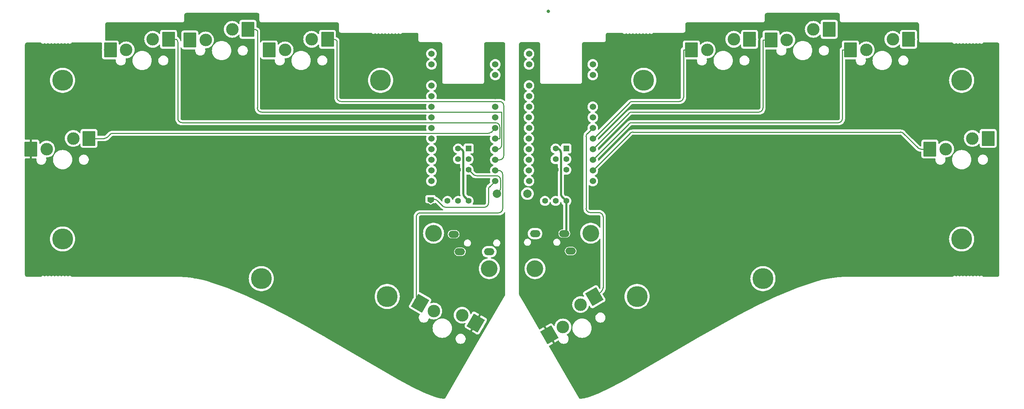
<source format=gbr>
%TF.GenerationSoftware,KiCad,Pcbnew,7.0.6*%
%TF.CreationDate,2024-02-24T14:45:09+09:00*%
%TF.ProjectId,kamu_keyboard,6b616d75-5f6b-4657-9962-6f6172642e6b,rev?*%
%TF.SameCoordinates,Original*%
%TF.FileFunction,Copper,L2,Bot*%
%TF.FilePolarity,Positive*%
%FSLAX46Y46*%
G04 Gerber Fmt 4.6, Leading zero omitted, Abs format (unit mm)*
G04 Created by KiCad (PCBNEW 7.0.6) date 2024-02-24 14:45:09*
%MOMM*%
%LPD*%
G01*
G04 APERTURE LIST*
G04 Aperture macros list*
%AMRoundRect*
0 Rectangle with rounded corners*
0 $1 Rounding radius*
0 $2 $3 $4 $5 $6 $7 $8 $9 X,Y pos of 4 corners*
0 Add a 4 corners polygon primitive as box body*
4,1,4,$2,$3,$4,$5,$6,$7,$8,$9,$2,$3,0*
0 Add four circle primitives for the rounded corners*
1,1,$1+$1,$2,$3*
1,1,$1+$1,$4,$5*
1,1,$1+$1,$6,$7*
1,1,$1+$1,$8,$9*
0 Add four rect primitives between the rounded corners*
20,1,$1+$1,$2,$3,$4,$5,0*
20,1,$1+$1,$4,$5,$6,$7,0*
20,1,$1+$1,$6,$7,$8,$9,0*
20,1,$1+$1,$8,$9,$2,$3,0*%
%AMFreePoly0*
4,1,6,1.000000,0.000000,0.500000,-0.750000,-0.500000,-0.750000,-0.500000,0.750000,0.500000,0.750000,1.000000,0.000000,1.000000,0.000000,$1*%
%AMFreePoly1*
4,1,6,0.500000,-0.750000,-0.650000,-0.750000,-0.150000,0.000000,-0.650000,0.750000,0.500000,0.750000,0.500000,-0.750000,0.500000,-0.750000,$1*%
G04 Aperture macros list end*
%TA.AperFunction,ComponentPad*%
%ADD10C,5.000000*%
%TD*%
%TA.AperFunction,ComponentPad*%
%ADD11C,2.000000*%
%TD*%
%TA.AperFunction,ComponentPad*%
%ADD12C,4.000000*%
%TD*%
%TA.AperFunction,ComponentPad*%
%ADD13C,1.397000*%
%TD*%
%TA.AperFunction,ComponentPad*%
%ADD14C,1.524000*%
%TD*%
%TA.AperFunction,ComponentPad*%
%ADD15O,2.500000X1.700000*%
%TD*%
%TA.AperFunction,ComponentPad*%
%ADD16R,1.397000X1.397000*%
%TD*%
%TA.AperFunction,WasherPad*%
%ADD17C,3.000000*%
%TD*%
%TA.AperFunction,ComponentPad*%
%ADD18C,0.500000*%
%TD*%
%TA.AperFunction,SMDPad,CuDef*%
%ADD19C,1.000000*%
%TD*%
%TA.AperFunction,SMDPad,CuDef*%
%ADD20RoundRect,0.087143X1.437857X1.662857X-1.437857X1.662857X-1.437857X-1.662857X1.437857X-1.662857X0*%
%TD*%
%TA.AperFunction,SMDPad,CuDef*%
%ADD21RoundRect,0.250000X1.025000X1.000000X-1.025000X1.000000X-1.025000X-1.000000X1.025000X-1.000000X0*%
%TD*%
%TA.AperFunction,SMDPad,CuDef*%
%ADD22RoundRect,0.250000X-1.025000X-1.000000X1.025000X-1.000000X1.025000X1.000000X-1.025000X1.000000X0*%
%TD*%
%TA.AperFunction,SMDPad,CuDef*%
%ADD23RoundRect,0.087143X-1.437857X-1.662857X1.437857X-1.662857X1.437857X1.662857X-1.437857X1.662857X0*%
%TD*%
%TA.AperFunction,SMDPad,CuDef*%
%ADD24FreePoly0,270.000000*%
%TD*%
%TA.AperFunction,SMDPad,CuDef*%
%ADD25FreePoly1,270.000000*%
%TD*%
%TA.AperFunction,SMDPad,CuDef*%
%ADD26RoundRect,0.087143X2.076649X0.721148X-0.413792X2.159005X-2.076649X-0.721148X0.413792X-2.159005X0*%
%TD*%
%TA.AperFunction,SMDPad,CuDef*%
%ADD27RoundRect,0.250000X1.387676X0.353525X-0.387676X1.378525X-1.387676X-0.353525X0.387676X-1.378525X0*%
%TD*%
%TA.AperFunction,SMDPad,CuDef*%
%ADD28RoundRect,0.250000X-1.387676X-0.353525X0.387676X-1.378525X1.387676X0.353525X-0.387676X1.378525X0*%
%TD*%
%TA.AperFunction,SMDPad,CuDef*%
%ADD29RoundRect,0.087143X-2.076649X-0.721148X0.413792X-2.159005X2.076649X0.721148X-0.413792X2.159005X0*%
%TD*%
%TA.AperFunction,SMDPad,CuDef*%
%ADD30RoundRect,0.087143X0.413792X2.159005X-2.076649X0.721148X-0.413792X-2.159005X2.076649X-0.721148X0*%
%TD*%
%TA.AperFunction,SMDPad,CuDef*%
%ADD31RoundRect,0.250000X0.387676X1.378525X-1.387676X0.353525X-0.387676X-1.378525X1.387676X-0.353525X0*%
%TD*%
%TA.AperFunction,SMDPad,CuDef*%
%ADD32RoundRect,0.250000X-0.387676X-1.378525X1.387676X-0.353525X0.387676X1.378525X-1.387676X0.353525X0*%
%TD*%
%TA.AperFunction,SMDPad,CuDef*%
%ADD33RoundRect,0.087143X-0.413792X-2.159005X2.076649X-0.721148X0.413792X2.159005X-2.076649X0.721148X0*%
%TD*%
%TA.AperFunction,ViaPad*%
%ADD34C,0.800000*%
%TD*%
%TA.AperFunction,Conductor*%
%ADD35C,0.500000*%
%TD*%
%TA.AperFunction,Conductor*%
%ADD36C,0.250000*%
%TD*%
G04 APERTURE END LIST*
D10*
%TO.P,,*%
%TO.N,*%
X129399414Y-136671000D03*
%TD*%
D11*
%TO.P,RSW2,1,1*%
%TO.N,/R_RST*%
X162919818Y-112026000D03*
%TO.P,RSW2,2,2*%
%TO.N,GND*%
X162919818Y-118526000D03*
%TD*%
D10*
%TO.P,,*%
%TO.N,*%
X127813000Y-84896000D03*
%TD*%
D12*
%TO.P,,*%
%TO.N,*%
X140475539Y-121514484D03*
%TD*%
D10*
%TO.P,,*%
%TO.N,*%
X51813000Y-122896000D03*
%TD*%
D12*
%TO.P,,*%
%TO.N,*%
X153800507Y-130014484D03*
%TD*%
D11*
%TO.P,RSW1,1,1*%
%TO.N,GND*%
X155610766Y-118526000D03*
%TO.P,RSW1,2,2*%
%TO.N,/L_RST*%
X155610766Y-112026000D03*
%TD*%
D13*
%TO.P,J3,1,SDA*%
%TO.N,/R_SDA*%
X167109818Y-113776000D03*
%TO.P,J3,2,SCL*%
%TO.N,/R_SCL*%
X169649818Y-113776000D03*
%TO.P,J3,3,VCC*%
%TO.N,VCC*%
X172189818Y-113776000D03*
%TO.P,J3,4,GND*%
%TO.N,GND*%
X174729818Y-113776000D03*
%TD*%
D14*
%TO.P,U2,1,TX0/D3*%
%TO.N,/R_LED*%
X178539818Y-81076000D03*
%TO.P,U2,2,RX1/D2*%
%TO.N,/R_Data*%
X178539818Y-83616000D03*
%TO.P,U2,3,GND*%
%TO.N,GND*%
X178539818Y-86156000D03*
%TO.P,U2,4,GND*%
X178539818Y-88696000D03*
%TO.P,U2,5,2/D1/SDA*%
%TO.N,/R_SDA*%
X178539818Y-91236000D03*
%TO.P,U2,6,3/D0/SCL*%
%TO.N,/R_SCL*%
X178549818Y-93776000D03*
%TO.P,U2,7,4/D4*%
%TO.N,/R_push6*%
X178539818Y-96316000D03*
%TO.P,U2,8,5/C6*%
%TO.N,/R_push7*%
X178539818Y-98856000D03*
%TO.P,U2,9,6/D7*%
%TO.N,/R_push8*%
X178549818Y-101396000D03*
%TO.P,U2,10,7/E6*%
%TO.N,/R_push9*%
X178549818Y-103936000D03*
%TO.P,U2,11,8/B4*%
%TO.N,/R_push10*%
X178549818Y-106476000D03*
%TO.P,U2,12,9/B5*%
%TO.N,unconnected-(U2-9{slash}B5-Pad12)*%
X178539818Y-109016000D03*
%TO.P,U2,13,B6/10*%
%TO.N,unconnected-(U2-B6{slash}10-Pad13)*%
X163299818Y-109016000D03*
%TO.P,U2,14,B2/16*%
%TO.N,/R_MOSI*%
X163289818Y-106476000D03*
%TO.P,U2,15,B3/14*%
%TO.N,/R_MISO*%
X163289818Y-103936000D03*
%TO.P,U2,16,B1/15*%
%TO.N,/R_SCLK*%
X163289818Y-101396000D03*
%TO.P,U2,17,F7/A0*%
%TO.N,unconnected-(U2-F7{slash}A0-Pad17)*%
X163289818Y-98856000D03*
%TO.P,U2,18,F6/A1*%
%TO.N,unconnected-(U2-F6{slash}A1-Pad18)*%
X163299818Y-96316000D03*
%TO.P,U2,19,F5/A2*%
%TO.N,unconnected-(U2-F5{slash}A2-Pad19)*%
X163289818Y-93776000D03*
%TO.P,U2,20,F4/A3*%
%TO.N,unconnected-(U2-F4{slash}A3-Pad20)*%
X163299818Y-91236000D03*
%TO.P,U2,21,VCC*%
%TO.N,VCC*%
X163299818Y-88696000D03*
%TO.P,U2,22,RST*%
%TO.N,/R_RST*%
X163299818Y-86156000D03*
%TO.P,U2,23,GND*%
%TO.N,GND*%
X163299818Y-83616000D03*
%TO.P,U2,24,RAW*%
%TO.N,unconnected-(U2-RAW-Pad24)*%
X163299818Y-81076000D03*
%TO.P,U2,25,Bat+*%
%TO.N,/R_Bat+*%
X163299818Y-78536000D03*
%TO.P,U2,26,Bat-*%
%TO.N,GND*%
X178539818Y-78536000D03*
%TD*%
D13*
%TO.P,J1,1,SDA*%
%TO.N,/L_SDA*%
X143800766Y-113776000D03*
%TO.P,J1,2,SCL*%
%TO.N,/L_SCL*%
X146340766Y-113776000D03*
%TO.P,J1,3,VCC*%
%TO.N,VCC*%
X148880766Y-113776000D03*
%TO.P,J1,4,GND*%
%TO.N,GND*%
X151420766Y-113776000D03*
%TD*%
D15*
%TO.P,J6,R1*%
%TO.N,GND*%
X167744818Y-121588500D03*
%TO.P,J6,R2*%
%TO.N,unconnected-(J6-PadR2)*%
X164744818Y-121588500D03*
%TO.P,J6,S*%
%TO.N,/R_Data*%
X173244818Y-125788500D03*
%TO.P,J6,T*%
%TO.N,VCC*%
X171744818Y-121588500D03*
%TD*%
%TO.P,J5,R1*%
%TO.N,GND*%
X150785766Y-125963500D03*
%TO.P,J5,R2*%
%TO.N,unconnected-(J5-PadR2)*%
X153785766Y-125963500D03*
%TO.P,J5,S*%
%TO.N,/L_Data*%
X145285766Y-121763500D03*
%TO.P,J5,T*%
%TO.N,VCC*%
X146785766Y-125963500D03*
%TD*%
D10*
%TO.P,,*%
%TO.N,*%
X99313000Y-132396000D03*
%TD*%
%TO.P,,*%
%TO.N,*%
X51813000Y-84896000D03*
%TD*%
D14*
%TO.P,U1,1,TX0/D3*%
%TO.N,/L_LED*%
X155230766Y-81076000D03*
%TO.P,U1,2,RX1/D2*%
%TO.N,/L_Data*%
X155230766Y-83616000D03*
%TO.P,U1,3,GND*%
%TO.N,GND*%
X155230766Y-86156000D03*
%TO.P,U1,4,GND*%
X155230766Y-88696000D03*
%TO.P,U1,5,2/D1/SDA*%
%TO.N,/L_SDA*%
X155230766Y-91236000D03*
%TO.P,U1,6,3/D0/SCL*%
%TO.N,/L_SCL*%
X155240766Y-93776000D03*
%TO.P,U1,7,4/D4*%
%TO.N,/L_push1*%
X155230766Y-96316000D03*
%TO.P,U1,8,5/C6*%
%TO.N,/L_push2*%
X155230766Y-98856000D03*
%TO.P,U1,9,6/D7*%
%TO.N,/L_push3*%
X155240766Y-101396000D03*
%TO.P,U1,10,7/E6*%
%TO.N,/L_push4*%
X155240766Y-103936000D03*
%TO.P,U1,11,8/B4*%
%TO.N,/L_push5*%
X155240766Y-106476000D03*
%TO.P,U1,12,9/B5*%
%TO.N,/L_side*%
X155230766Y-109016000D03*
%TO.P,U1,13,B6/10*%
%TO.N,unconnected-(U1-B6{slash}10-Pad13)*%
X139990766Y-109016000D03*
%TO.P,U1,14,B2/16*%
%TO.N,/L_MOSI*%
X139980766Y-106476000D03*
%TO.P,U1,15,B3/14*%
%TO.N,/L_MISO*%
X139980766Y-103936000D03*
%TO.P,U1,16,B1/15*%
%TO.N,/L_SCLK*%
X139980766Y-101396000D03*
%TO.P,U1,17,F7/A0*%
%TO.N,unconnected-(U1-F7{slash}A0-Pad17)*%
X139980766Y-98856000D03*
%TO.P,U1,18,F6/A1*%
%TO.N,unconnected-(U1-F6{slash}A1-Pad18)*%
X139990766Y-96316000D03*
%TO.P,U1,19,F5/A2*%
%TO.N,unconnected-(U1-F5{slash}A2-Pad19)*%
X139980766Y-93776000D03*
%TO.P,U1,20,F4/A3*%
%TO.N,unconnected-(U1-F4{slash}A3-Pad20)*%
X139990766Y-91236000D03*
%TO.P,U1,21,VCC*%
%TO.N,VCC*%
X139990766Y-88696000D03*
%TO.P,U1,22,RST*%
%TO.N,/L_RST*%
X139990766Y-86156000D03*
%TO.P,U1,23,GND*%
%TO.N,GND*%
X139990766Y-83616000D03*
%TO.P,U1,24,RAW*%
%TO.N,unconnected-(U1-RAW-Pad24)*%
X139990766Y-81076000D03*
%TO.P,U1,25,Bat+*%
%TO.N,/L_Bat+*%
X139990766Y-78536000D03*
%TO.P,U1,26,Bat-*%
%TO.N,GND*%
X155230766Y-78536000D03*
%TD*%
D16*
%TO.P,J4,1,Pin_1*%
%TO.N,/R_MISO*%
X172189818Y-101236000D03*
D13*
%TO.P,J4,2,Pin_2*%
%TO.N,VCC*%
X169649818Y-101236000D03*
%TO.P,J4,3,Pin_3*%
%TO.N,/R_SCLK*%
X172189818Y-103776000D03*
%TO.P,J4,4,Pin_4*%
%TO.N,/R_MOSI*%
X169649818Y-103776000D03*
%TO.P,J4,5,Pin_5*%
%TO.N,/R_RST*%
X172189818Y-106316000D03*
%TO.P,J4,6,Pin_6*%
%TO.N,GND*%
X169649818Y-106316000D03*
%TD*%
D12*
%TO.P,,*%
%TO.N,*%
X164729543Y-130014484D03*
%TD*%
D17*
%TO.P,SW8,*%
%TO.N,*%
X224908000Y-75231000D03*
X231258000Y-72691000D03*
D18*
%TO.P,SW8,1,1*%
%TO.N,/R_push8*%
X219858000Y-73731000D03*
X219858000Y-76731000D03*
D19*
X220083000Y-75231000D03*
D20*
X221133000Y-75231000D03*
D21*
X221333000Y-75231000D03*
D22*
%TO.P,SW8,2,2*%
%TO.N,GND*%
X234833000Y-72691000D03*
D23*
X235033000Y-72691000D03*
D19*
X236108000Y-72691000D03*
D18*
X236308000Y-71191000D03*
X236308000Y-74191000D03*
%TD*%
D17*
%TO.P,SW9,*%
%TO.N,*%
X243908000Y-77606000D03*
X250258000Y-75066000D03*
D18*
%TO.P,SW9,1,1*%
%TO.N,/R_push9*%
X238858000Y-76106000D03*
X238858000Y-79106000D03*
D19*
X239083000Y-77606000D03*
D20*
X240133000Y-77606000D03*
D21*
X240333000Y-77606000D03*
D22*
%TO.P,SW9,2,2*%
%TO.N,GND*%
X253833000Y-75066000D03*
D23*
X254033000Y-75066000D03*
D19*
X255108000Y-75066000D03*
D18*
X255308000Y-73566000D03*
X255308000Y-76566000D03*
%TD*%
D16*
%TO.P,J2,1,Pin_1*%
%TO.N,/L_MISO*%
X148880766Y-101236000D03*
D13*
%TO.P,J2,2,Pin_2*%
%TO.N,VCC*%
X146340766Y-101236000D03*
%TO.P,J2,3,Pin_3*%
%TO.N,/L_SCLK*%
X148880766Y-103776000D03*
%TO.P,J2,4,Pin_4*%
%TO.N,/L_MOSI*%
X146340766Y-103776000D03*
%TO.P,J2,5,Pin_5*%
%TO.N,/L_RST*%
X148880766Y-106316000D03*
%TO.P,J2,6,Pin_6*%
%TO.N,GND*%
X146340766Y-106316000D03*
%TD*%
D10*
%TO.P,,*%
%TO.N,*%
X266718000Y-122896000D03*
%TD*%
D17*
%TO.P,SW2,*%
%TO.N,*%
X67003000Y-77606000D03*
X73353000Y-75066000D03*
D18*
%TO.P,SW2,1,1*%
%TO.N,GND*%
X61953000Y-76106000D03*
X61953000Y-79106000D03*
D19*
X62178000Y-77606000D03*
D20*
X63228000Y-77606000D03*
D21*
X63428000Y-77606000D03*
D22*
%TO.P,SW2,2,2*%
%TO.N,/L_push2*%
X76928000Y-75066000D03*
D23*
X77128000Y-75066000D03*
D19*
X78203000Y-75066000D03*
D18*
X78403000Y-73566000D03*
X78403000Y-76566000D03*
%TD*%
D17*
%TO.P,SW3,*%
%TO.N,*%
X86003000Y-75231000D03*
X92353000Y-72691000D03*
D18*
%TO.P,SW3,1,1*%
%TO.N,GND*%
X80953000Y-73731000D03*
X80953000Y-76731000D03*
D19*
X81178000Y-75231000D03*
D20*
X82228000Y-75231000D03*
D21*
X82428000Y-75231000D03*
D22*
%TO.P,SW3,2,2*%
%TO.N,/L_push3*%
X95928000Y-72691000D03*
D23*
X96128000Y-72691000D03*
D19*
X97203000Y-72691000D03*
D18*
X97403000Y-71191000D03*
X97403000Y-74191000D03*
%TD*%
D17*
%TO.P,SW7,*%
%TO.N,*%
X205908000Y-77606000D03*
X212258000Y-75066000D03*
D18*
%TO.P,SW7,1,1*%
%TO.N,/R_push7*%
X200858000Y-76106000D03*
X200858000Y-79106000D03*
D19*
X201083000Y-77606000D03*
D20*
X202133000Y-77606000D03*
D21*
X202333000Y-77606000D03*
D22*
%TO.P,SW7,2,2*%
%TO.N,GND*%
X215833000Y-75066000D03*
D23*
X216033000Y-75066000D03*
D19*
X217108000Y-75066000D03*
D18*
X217308000Y-73566000D03*
X217308000Y-76566000D03*
%TD*%
D24*
%TO.P,JP1,1,A*%
%TO.N,/L_side*%
X139784600Y-113371000D03*
D25*
%TO.P,JP1,2,B*%
%TO.N,GND*%
X139784600Y-114821000D03*
%TD*%
D17*
%TO.P,SW1,*%
%TO.N,*%
X48003000Y-101356000D03*
X54353000Y-98816000D03*
D18*
%TO.P,SW1,1,1*%
%TO.N,GND*%
X42953000Y-99856000D03*
X42953000Y-102856000D03*
D19*
X43178000Y-101356000D03*
D20*
X44228000Y-101356000D03*
D21*
X44428000Y-101356000D03*
D22*
%TO.P,SW1,2,2*%
%TO.N,/L_push1*%
X57928000Y-98816000D03*
D23*
X58128000Y-98816000D03*
D19*
X59203000Y-98816000D03*
D18*
X59403000Y-97316000D03*
X59403000Y-100316000D03*
%TD*%
D10*
%TO.P,,*%
%TO.N,*%
X189131586Y-136671000D03*
%TD*%
D12*
%TO.P,,*%
%TO.N,*%
X178054657Y-121514845D03*
%TD*%
D17*
%TO.P,SW5,*%
%TO.N,*%
X140533443Y-140166295D03*
X147302705Y-141141591D03*
D18*
%TO.P,SW5,1,1*%
%TO.N,/L_push5*%
X136910015Y-136342257D03*
X135410015Y-138940334D03*
D19*
X136354871Y-137753795D03*
D26*
X137264197Y-138278795D03*
D27*
X137437402Y-138378795D03*
D28*
%TO.P,SW5,2,2*%
%TO.N,GND*%
X150398745Y-142929091D03*
D29*
X150571950Y-143029091D03*
D19*
X151502928Y-143566591D03*
D18*
X152426133Y-142367553D03*
X150926133Y-144965629D03*
%TD*%
D17*
%TO.P,SW6,*%
%TO.N,*%
X171398443Y-143976295D03*
X175627705Y-138601591D03*
D18*
%TO.P,SW6,1,1*%
%TO.N,GND*%
X166275015Y-145202257D03*
X167775015Y-147800334D03*
D19*
X167219871Y-146388795D03*
D30*
X168129197Y-145863795D03*
D31*
X168302402Y-145763795D03*
D32*
%TO.P,SW6,2,2*%
%TO.N,/R_push6*%
X178723745Y-136814091D03*
D33*
X178896950Y-136714091D03*
D19*
X179827928Y-136176591D03*
D18*
X179251133Y-134777553D03*
X180751133Y-137375629D03*
%TD*%
D10*
%TO.P,,*%
%TO.N,*%
X219218000Y-132396000D03*
%TD*%
%TO.P,,*%
%TO.N,*%
X266718000Y-84896000D03*
%TD*%
D17*
%TO.P,SW10,*%
%TO.N,*%
X262908000Y-101356000D03*
X269258000Y-98816000D03*
D18*
%TO.P,SW10,1,1*%
%TO.N,/R_push10*%
X257858000Y-99856000D03*
X257858000Y-102856000D03*
D19*
X258083000Y-101356000D03*
D20*
X259133000Y-101356000D03*
D21*
X259333000Y-101356000D03*
D22*
%TO.P,SW10,2,2*%
%TO.N,GND*%
X272833000Y-98816000D03*
D23*
X273033000Y-98816000D03*
D19*
X274108000Y-98816000D03*
D18*
X274308000Y-97316000D03*
X274308000Y-100316000D03*
%TD*%
D17*
%TO.P,SW4,*%
%TO.N,*%
X105003000Y-77606000D03*
X111353000Y-75066000D03*
D18*
%TO.P,SW4,1,1*%
%TO.N,GND*%
X99953000Y-76106000D03*
X99953000Y-79106000D03*
D19*
X100178000Y-77606000D03*
D20*
X101228000Y-77606000D03*
D21*
X101428000Y-77606000D03*
D22*
%TO.P,SW4,2,2*%
%TO.N,/L_push4*%
X114928000Y-75066000D03*
D23*
X115128000Y-75066000D03*
D19*
X116203000Y-75066000D03*
D18*
X116403000Y-73566000D03*
X116403000Y-76566000D03*
%TD*%
D10*
%TO.P,,*%
%TO.N,*%
X190718000Y-84896000D03*
%TD*%
D34*
%TO.N,*%
X167930766Y-68376000D03*
%TO.N,GND*%
X127110766Y-101748498D03*
X156610766Y-76748498D03*
X143610766Y-99248498D03*
X155110766Y-76748498D03*
X128110766Y-114248498D03*
X148880766Y-87426000D03*
X143610766Y-99748498D03*
X154610766Y-76748498D03*
X123610766Y-117748498D03*
X156610766Y-76748498D03*
X114110766Y-115248498D03*
X156610766Y-76748498D03*
X142530766Y-87426000D03*
X136180766Y-87426000D03*
X123110766Y-117748498D03*
X142530766Y-87426000D03*
X157110766Y-76248498D03*
X154610766Y-76748498D03*
X152690766Y-87426000D03*
X152690766Y-87426000D03*
X148880766Y-87426000D03*
X143610766Y-100748498D03*
X143610766Y-100748498D03*
X114110766Y-115248498D03*
%TD*%
D35*
%TO.N,VCC*%
X147903659Y-112798893D02*
X148880766Y-113776000D01*
X171212711Y-112798893D02*
X172189818Y-113776000D01*
X171896925Y-121436393D02*
X171744818Y-121588500D01*
X146340766Y-101236000D02*
X146610766Y-101236000D01*
X169649818Y-101236000D02*
X169919818Y-101236000D01*
X170919818Y-102236000D02*
X170919818Y-112091786D01*
X172189818Y-113776000D02*
X172189818Y-120729286D01*
X147610766Y-102236000D02*
X147610766Y-112091786D01*
X147610800Y-102236000D02*
G75*
G03*
X146610766Y-101236000I-1000000J0D01*
G01*
X170919823Y-112091786D02*
G75*
G03*
X171212711Y-112798893I999977J-14D01*
G01*
X170919800Y-102236000D02*
G75*
G03*
X169919818Y-101236000I-1000000J0D01*
G01*
X147610786Y-112091786D02*
G75*
G03*
X147903659Y-112798893I1000014J-14D01*
G01*
X171896936Y-121436404D02*
G75*
G03*
X172189818Y-120729286I-707136J707104D01*
G01*
D36*
%TO.N,/L_RST*%
X148880766Y-106316000D02*
X150017873Y-107453107D01*
X156207873Y-111428893D02*
X155610766Y-112026000D01*
X150724980Y-107746000D02*
X155500766Y-107746000D01*
X156500766Y-108746000D02*
X156500766Y-110721786D01*
X156500800Y-108746000D02*
G75*
G03*
X155500766Y-107746000I-1000000J0D01*
G01*
X156207873Y-111428893D02*
G75*
G03*
X156500766Y-110721786I-707073J707093D01*
G01*
X150017883Y-107453097D02*
G75*
G03*
X150724980Y-107746000I707117J707097D01*
G01*
D35*
%TO.N,GND*%
X150398745Y-142929091D02*
X152535818Y-139684000D01*
X168129197Y-145863795D02*
X169553818Y-148320000D01*
X150571950Y-143029091D02*
X148979818Y-145780000D01*
X44228000Y-101356000D02*
X44228000Y-104735818D01*
X44228000Y-104735818D02*
X44077818Y-104886000D01*
X44228000Y-98178182D02*
X44077818Y-98028000D01*
X148979818Y-145780000D02*
X148725818Y-145780000D01*
X44228000Y-101356000D02*
X44228000Y-98178182D01*
X168129197Y-145863795D02*
X166505818Y-142986000D01*
D36*
%TO.N,/L_side*%
X153903659Y-110343107D02*
X155230766Y-109016000D01*
X139784600Y-113371000D02*
X140607386Y-113371000D01*
X143364814Y-115300000D02*
X152610766Y-115300000D01*
X153610766Y-114300000D02*
X153610766Y-111050214D01*
X141314493Y-113663893D02*
X142657707Y-115007107D01*
X153903674Y-110343122D02*
G75*
G03*
X153610766Y-111050214I707226J-707178D01*
G01*
X141314500Y-113663886D02*
G75*
G03*
X140607386Y-113371000I-707100J-707114D01*
G01*
X152610766Y-115299966D02*
G75*
G03*
X153610766Y-114300000I34J999966D01*
G01*
X142657700Y-115007114D02*
G75*
G03*
X143364814Y-115300000I707100J707114D01*
G01*
%TO.N,/L_push1*%
X61749786Y-98816000D02*
X59203000Y-98816000D01*
X153546552Y-97586000D02*
X63808214Y-97586000D01*
X155230766Y-96316000D02*
X154253659Y-97293107D01*
X63101107Y-97878893D02*
X62456893Y-98523107D01*
X61749786Y-98815990D02*
G75*
G03*
X62456893Y-98523107I14J999990D01*
G01*
X63808214Y-97586010D02*
G75*
G03*
X63101107Y-97878893I-14J-999990D01*
G01*
X153546552Y-97585966D02*
G75*
G03*
X154253659Y-97293107I48J999966D01*
G01*
%TO.N,/L_push2*%
X79070107Y-75103107D02*
X79033000Y-75066000D01*
X155317766Y-95046000D02*
X80363000Y-95046000D01*
X79033000Y-75066000D02*
X78203000Y-75066000D01*
X156317766Y-98785000D02*
X156317766Y-96046000D01*
X155230766Y-98856000D02*
X156246766Y-98856000D01*
X79363000Y-94046000D02*
X79363000Y-75810214D01*
X156246766Y-98856000D02*
X156317766Y-98785000D01*
X79362990Y-75810214D02*
G75*
G03*
X79070107Y-75103107I-999990J14D01*
G01*
X156317800Y-96046000D02*
G75*
G03*
X155317766Y-95046000I-1000000J0D01*
G01*
X79363000Y-94046000D02*
G75*
G03*
X80363000Y-95046000I1000000J0D01*
G01*
%TO.N,/L_push3*%
X156767267Y-92518501D02*
X156754766Y-92506000D01*
X98363000Y-91506000D02*
X98363000Y-73021000D01*
X98363000Y-73021000D02*
X98325893Y-72983893D01*
X155240766Y-101396000D02*
X155767267Y-101396000D01*
X97618786Y-72691000D02*
X97203000Y-72691000D01*
X156767267Y-100396000D02*
X156767267Y-92518501D01*
X156754766Y-92506000D02*
X99363000Y-92506000D01*
X98325900Y-72983886D02*
G75*
G03*
X97618786Y-72691000I-707100J-707114D01*
G01*
X155767267Y-101395967D02*
G75*
G03*
X156767267Y-100396000I33J999967D01*
G01*
X98363000Y-91506000D02*
G75*
G03*
X99363000Y-92506000I1000000J0D01*
G01*
%TO.N,/L_push4*%
X157262766Y-90966000D02*
X157262766Y-102936000D01*
X118363000Y-89966000D02*
X156262766Y-89966000D01*
X156262766Y-103936000D02*
X155240766Y-103936000D01*
X117363000Y-75396000D02*
X117363000Y-88966000D01*
X117325893Y-75358893D02*
X117363000Y-75396000D01*
X116203000Y-75066000D02*
X116618786Y-75066000D01*
X117325900Y-75358886D02*
G75*
G03*
X116618786Y-75066000I-707100J-707114D01*
G01*
X156262766Y-103935966D02*
G75*
G03*
X157262766Y-102936000I34J999966D01*
G01*
X157262800Y-90966000D02*
G75*
G03*
X156262766Y-89966000I-1000000J0D01*
G01*
X117363000Y-88966000D02*
G75*
G03*
X118363000Y-89966000I1000000J0D01*
G01*
%TO.N,/L_push5*%
X136354871Y-117636000D02*
X136354871Y-137753795D01*
X156008766Y-116636000D02*
X137354871Y-116636000D01*
X157008766Y-107476000D02*
X157008766Y-115636000D01*
X155240766Y-106476000D02*
X156008766Y-106476000D01*
X157008800Y-107476000D02*
G75*
G03*
X156008766Y-106476000I-1000000J0D01*
G01*
X156008766Y-116635966D02*
G75*
G03*
X157008766Y-115636000I34J999966D01*
G01*
X137354871Y-116635971D02*
G75*
G03*
X136354871Y-117636000I29J-1000029D01*
G01*
%TO.N,/R_push6*%
X176935000Y-115570000D02*
X176935000Y-98335032D01*
X179999000Y-116570000D02*
X177935000Y-116570000D01*
X177227893Y-97627925D02*
X178539818Y-96316000D01*
X179827928Y-136176591D02*
X180706107Y-135298412D01*
X180999000Y-134591305D02*
X180999000Y-117570000D01*
X176935000Y-115570000D02*
G75*
G03*
X177935000Y-116570000I1000000J0D01*
G01*
X180999000Y-117570000D02*
G75*
G03*
X179999000Y-116570000I-1000000J0D01*
G01*
X177227877Y-97627909D02*
G75*
G03*
X176935000Y-98335032I707123J-707091D01*
G01*
X180706104Y-135298409D02*
G75*
G03*
X180999000Y-134591305I-707104J707109D01*
G01*
%TO.N,/R_push7*%
X178716000Y-98856000D02*
X187313107Y-90258893D01*
X200218000Y-88966000D02*
X200218000Y-77606000D01*
X178539818Y-98856000D02*
X178716000Y-98856000D01*
X200218000Y-77606000D02*
X201083000Y-77606000D01*
X188020214Y-89966000D02*
X199218000Y-89966000D01*
X188020214Y-89966010D02*
G75*
G03*
X187313107Y-90258893I-14J-999990D01*
G01*
X199218000Y-89966000D02*
G75*
G03*
X200218000Y-88966000I0J1000000D01*
G01*
%TO.N,/R_push8*%
X219218000Y-91506000D02*
X219218000Y-75231000D01*
X178549818Y-101396000D02*
X187146925Y-92798893D01*
X219218000Y-75231000D02*
X220083000Y-75231000D01*
X187854032Y-92506000D02*
X218218000Y-92506000D01*
X187854032Y-92506023D02*
G75*
G03*
X187146925Y-92798893I-32J-999977D01*
G01*
X218218000Y-92506000D02*
G75*
G03*
X219218000Y-91506000I0J1000000D01*
G01*
%TO.N,/R_push9*%
X238218000Y-77606000D02*
X239083000Y-77606000D01*
X187854032Y-95046000D02*
X237218000Y-95046000D01*
X178549818Y-103936000D02*
X187146925Y-95338893D01*
X238218000Y-94046000D02*
X238218000Y-77606000D01*
X237218000Y-95046000D02*
G75*
G03*
X238218000Y-94046000I0J1000000D01*
G01*
X187854032Y-95046023D02*
G75*
G03*
X187146925Y-95338893I-32J-999977D01*
G01*
%TO.N,/R_push10*%
X252785893Y-97583893D02*
X256265107Y-101063107D01*
X256972214Y-101356000D02*
X258083000Y-101356000D01*
X188149032Y-97291000D02*
X252078786Y-97291000D01*
X178549818Y-106476000D02*
X187441925Y-97583893D01*
X252785900Y-97583886D02*
G75*
G03*
X252078786Y-97291000I-707100J-707114D01*
G01*
X256265100Y-101063114D02*
G75*
G03*
X256972214Y-101356000I707100J707114D01*
G01*
X188149032Y-97291023D02*
G75*
G03*
X187441925Y-97583893I-32J-999977D01*
G01*
%TD*%
%TA.AperFunction,Conductor*%
%TO.N,GND*%
G36*
X98361950Y-68749177D02*
G01*
X98384064Y-68749727D01*
X98387044Y-68749875D01*
X98408683Y-68751486D01*
X98411646Y-68751780D01*
X98433084Y-68754441D01*
X98436049Y-68754883D01*
X98457241Y-68758576D01*
X98460156Y-68759158D01*
X98481121Y-68763880D01*
X98484039Y-68764613D01*
X98488764Y-68765922D01*
X98504669Y-68770332D01*
X98507520Y-68771198D01*
X98527848Y-68777918D01*
X98530673Y-68778929D01*
X98550600Y-68786614D01*
X98553364Y-68787758D01*
X98572580Y-68796271D01*
X98572887Y-68796407D01*
X98575628Y-68797702D01*
X98594715Y-68807299D01*
X98597374Y-68808718D01*
X98597654Y-68808876D01*
X98615963Y-68819237D01*
X98618570Y-68820798D01*
X98636643Y-68832229D01*
X98639162Y-68833910D01*
X98652842Y-68843539D01*
X98656722Y-68846271D01*
X98659184Y-68848097D01*
X98676110Y-68861312D01*
X98678488Y-68863265D01*
X98678546Y-68863315D01*
X98694835Y-68877388D01*
X98697065Y-68879413D01*
X98712828Y-68894469D01*
X98714883Y-68896528D01*
X98729944Y-68912355D01*
X98731944Y-68914563D01*
X98746103Y-68930989D01*
X98748021Y-68933328D01*
X98760926Y-68949878D01*
X98761273Y-68950323D01*
X98763081Y-68952763D01*
X98775453Y-68970342D01*
X98777136Y-68972862D01*
X98788595Y-68990961D01*
X98790150Y-68993555D01*
X98799546Y-69010135D01*
X98800684Y-69012142D01*
X98802112Y-69014812D01*
X98811740Y-69033917D01*
X98813033Y-69036646D01*
X98821691Y-69056135D01*
X98822852Y-69058931D01*
X98830542Y-69078800D01*
X98831566Y-69081650D01*
X98837718Y-69100189D01*
X98838296Y-69101929D01*
X98839181Y-69104832D01*
X98844910Y-69125416D01*
X98845651Y-69128354D01*
X98850378Y-69149253D01*
X98850973Y-69152222D01*
X98854538Y-69172594D01*
X98854671Y-69173350D01*
X98855124Y-69176378D01*
X98857780Y-69197704D01*
X98858084Y-69200756D01*
X98859691Y-69222319D01*
X98859844Y-69225396D01*
X98860350Y-69245877D01*
X98860416Y-69248552D01*
X98860418Y-69248612D01*
X98860191Y-70489198D01*
X98860017Y-70491533D01*
X98860190Y-70498507D01*
X98860190Y-70501716D01*
X98860297Y-70502868D01*
X98860702Y-70519273D01*
X98860632Y-70521067D01*
X98860690Y-70521836D01*
X98860842Y-70524881D01*
X98860861Y-70525668D01*
X98861107Y-70527428D01*
X98862335Y-70543903D01*
X98862353Y-70545601D01*
X98862640Y-70547982D01*
X98862829Y-70550392D01*
X98863147Y-70552063D01*
X98863618Y-70555840D01*
X98864572Y-70563504D01*
X98864763Y-70567144D01*
X98865669Y-70572338D01*
X98865669Y-70572339D01*
X98865684Y-70572425D01*
X98865695Y-70572510D01*
X98865979Y-70574702D01*
X98866359Y-70576292D01*
X98869227Y-70592669D01*
X98869422Y-70594424D01*
X98869601Y-70595215D01*
X98870173Y-70598064D01*
X98870866Y-70601993D01*
X98871913Y-70605441D01*
X98874409Y-70616472D01*
X98874682Y-70618190D01*
X98874943Y-70619134D01*
X98875625Y-70621839D01*
X98875821Y-70622699D01*
X98876384Y-70624323D01*
X98880895Y-70640528D01*
X98881233Y-70642082D01*
X98881879Y-70644063D01*
X98883526Y-70649828D01*
X98884833Y-70652961D01*
X98888201Y-70663111D01*
X98888655Y-70664868D01*
X98889050Y-70665891D01*
X98890033Y-70668624D01*
X98891417Y-70672776D01*
X98892998Y-70676093D01*
X98896907Y-70686197D01*
X98897433Y-70687865D01*
X98897807Y-70688708D01*
X98898906Y-70691351D01*
X98899229Y-70692182D01*
X98900028Y-70693711D01*
X98904530Y-70703846D01*
X98905631Y-70706915D01*
X98908290Y-70712309D01*
X98909441Y-70714848D01*
X98910284Y-70716267D01*
X98917405Y-70730396D01*
X98918130Y-70732105D01*
X98918427Y-70732623D01*
X98920053Y-70735661D01*
X98920418Y-70736391D01*
X98921464Y-70737972D01*
X98924109Y-70742637D01*
X98929281Y-70751764D01*
X98929989Y-70753230D01*
X98931305Y-70755342D01*
X98931306Y-70755343D01*
X98931354Y-70755420D01*
X98931395Y-70755491D01*
X98934475Y-70760824D01*
X98936469Y-70763499D01*
X98940380Y-70769677D01*
X98942161Y-70772489D01*
X98943042Y-70774113D01*
X98943541Y-70774820D01*
X98945305Y-70777460D01*
X98947440Y-70780839D01*
X98949832Y-70783753D01*
X98953162Y-70788484D01*
X98955019Y-70791594D01*
X98958593Y-70796202D01*
X98962489Y-70801709D01*
X98965058Y-70804491D01*
X98965732Y-70805355D01*
X98971150Y-70812306D01*
X98972137Y-70813762D01*
X98972812Y-70814547D01*
X98974632Y-70816766D01*
X98977047Y-70819855D01*
X98979584Y-70822407D01*
X98983083Y-70826467D01*
X98983591Y-70827056D01*
X98985978Y-70830299D01*
X98988632Y-70833058D01*
X98991078Y-70835754D01*
X98993393Y-70838461D01*
X98996272Y-70841073D01*
X99004288Y-70849498D01*
X99005403Y-70850826D01*
X99005925Y-70851324D01*
X99008062Y-70853464D01*
X99011612Y-70857198D01*
X99014594Y-70859604D01*
X99018099Y-70862951D01*
X99021880Y-70866562D01*
X99023082Y-70867875D01*
X99023904Y-70868588D01*
X99025975Y-70870469D01*
X99029481Y-70873800D01*
X99032487Y-70876007D01*
X99040244Y-70882710D01*
X99041542Y-70884001D01*
X99042502Y-70884753D01*
X99044760Y-70886607D01*
X99047856Y-70889274D01*
X99050903Y-70891313D01*
X99055804Y-70895139D01*
X99058553Y-70897628D01*
X99061819Y-70899928D01*
X99064235Y-70901719D01*
X99067975Y-70904633D01*
X99071257Y-70906572D01*
X99075493Y-70909554D01*
X99078591Y-70912097D01*
X99081434Y-70913870D01*
X99084748Y-70916088D01*
X99087638Y-70918160D01*
X99091313Y-70920105D01*
X99093138Y-70921259D01*
X99099999Y-70925600D01*
X99101492Y-70926699D01*
X99102447Y-70927239D01*
X99105096Y-70928825D01*
X99108905Y-70931235D01*
X99112366Y-70932850D01*
X99118998Y-70936603D01*
X99121226Y-70937864D01*
X99122792Y-70938900D01*
X99123602Y-70939305D01*
X99126494Y-70940847D01*
X99130875Y-70943335D01*
X99134576Y-70944818D01*
X99142575Y-70948840D01*
X99143058Y-70949083D01*
X99144638Y-70950016D01*
X99145549Y-70950418D01*
X99148240Y-70951684D01*
X99153806Y-70954467D01*
X99157494Y-70955707D01*
X99158595Y-70956194D01*
X99160237Y-70956921D01*
X99163902Y-70958898D01*
X99167337Y-70960192D01*
X99171086Y-70961745D01*
X99174355Y-70963226D01*
X99178325Y-70964413D01*
X99188029Y-70968156D01*
X99189675Y-70968921D01*
X99190529Y-70969203D01*
X99193490Y-70970263D01*
X99198823Y-70972325D01*
X99202737Y-70973238D01*
X99206467Y-70974471D01*
X99209842Y-70975869D01*
X99213777Y-70976962D01*
X99216609Y-70977822D01*
X99222338Y-70979712D01*
X99226256Y-70980422D01*
X99227226Y-70980691D01*
X99229629Y-70981358D01*
X99233408Y-70982721D01*
X99236928Y-70983490D01*
X99240644Y-70984422D01*
X99244828Y-70985610D01*
X99248950Y-70986185D01*
X99257858Y-70988192D01*
X99258364Y-70988306D01*
X99260181Y-70988850D01*
X99261044Y-70988999D01*
X99264369Y-70989663D01*
X99268592Y-70990628D01*
X99272525Y-70990995D01*
X99281997Y-70992646D01*
X99282742Y-70992776D01*
X99284642Y-70993238D01*
X99284847Y-70993262D01*
X99288952Y-70993878D01*
X99293557Y-70994726D01*
X99298013Y-70994879D01*
X99300007Y-70995127D01*
X99302458Y-70995432D01*
X99306264Y-70996183D01*
X99309490Y-70996406D01*
X99313178Y-70996772D01*
X99317859Y-70997377D01*
X99322047Y-70997331D01*
X99326888Y-70997691D01*
X99331030Y-70998304D01*
X99333788Y-70998340D01*
X99338200Y-70998554D01*
X99342131Y-70998884D01*
X99346487Y-70998630D01*
X99348938Y-70998691D01*
X99349717Y-70998711D01*
X99352140Y-70998988D01*
X99360736Y-70998988D01*
X99360839Y-70998988D01*
X99369573Y-70999203D01*
X99371990Y-70998988D01*
X117357688Y-70999078D01*
X117360941Y-70999079D01*
X117363937Y-70999153D01*
X117384111Y-70999657D01*
X117387160Y-70999809D01*
X117394042Y-71000322D01*
X117408698Y-71001414D01*
X117411684Y-71001711D01*
X117433069Y-71004370D01*
X117435988Y-71004805D01*
X117457212Y-71008511D01*
X117460165Y-71009102D01*
X117481086Y-71013819D01*
X117483964Y-71014543D01*
X117504565Y-71020260D01*
X117507398Y-71021120D01*
X117527750Y-71027852D01*
X117530533Y-71028848D01*
X117550498Y-71036548D01*
X117553256Y-71037690D01*
X117556363Y-71039066D01*
X117572796Y-71046344D01*
X117575525Y-71047633D01*
X117585542Y-71052666D01*
X117594447Y-71057141D01*
X117594601Y-71057218D01*
X117597265Y-71058639D01*
X117615911Y-71069179D01*
X117618499Y-71070727D01*
X117636630Y-71082180D01*
X117639151Y-71083860D01*
X117656731Y-71096212D01*
X117659140Y-71097994D01*
X117670640Y-71106951D01*
X117676158Y-71111249D01*
X117678526Y-71113189D01*
X117694911Y-71127304D01*
X117697189Y-71129367D01*
X117697806Y-71129954D01*
X117712968Y-71144385D01*
X117715031Y-71146445D01*
X117730071Y-71162204D01*
X117732130Y-71164473D01*
X117746242Y-71180818D01*
X117748185Y-71183186D01*
X117761388Y-71200113D01*
X117763212Y-71202575D01*
X117775529Y-71220086D01*
X117777225Y-71222628D01*
X117788670Y-71240733D01*
X117790226Y-71243335D01*
X117796939Y-71255209D01*
X117800734Y-71261922D01*
X117802166Y-71264606D01*
X117811745Y-71283677D01*
X117813036Y-71286414D01*
X117821674Y-71305931D01*
X117822832Y-71308732D01*
X117830501Y-71328635D01*
X117831521Y-71331489D01*
X117838221Y-71351781D01*
X117839100Y-71354679D01*
X117844803Y-71375280D01*
X117845539Y-71378217D01*
X117850234Y-71399094D01*
X117850828Y-71402072D01*
X117854518Y-71423284D01*
X117854966Y-71426295D01*
X117857607Y-71447637D01*
X117857908Y-71450675D01*
X117859504Y-71472238D01*
X117859655Y-71475288D01*
X117860173Y-71496343D01*
X117860224Y-71498396D01*
X117860228Y-71498537D01*
X117860302Y-72996051D01*
X117860279Y-72996655D01*
X117860303Y-72998551D01*
X117860338Y-73002276D01*
X117860413Y-73003061D01*
X117860813Y-73019325D01*
X117860744Y-73021097D01*
X117860805Y-73021925D01*
X117860952Y-73024892D01*
X117860974Y-73025762D01*
X117861218Y-73027511D01*
X117862436Y-73043954D01*
X117862452Y-73045635D01*
X117862740Y-73048047D01*
X117862932Y-73050496D01*
X117863248Y-73052158D01*
X117863580Y-73054836D01*
X117864637Y-73063387D01*
X117864805Y-73066741D01*
X117865767Y-73072510D01*
X117866563Y-73078487D01*
X117867354Y-73081637D01*
X117868483Y-73088123D01*
X117869210Y-73092301D01*
X117869389Y-73094049D01*
X117869957Y-73096618D01*
X117869957Y-73096620D01*
X117869976Y-73096706D01*
X117869991Y-73096790D01*
X117870445Y-73099333D01*
X117870936Y-73100978D01*
X117871557Y-73103737D01*
X117874488Y-73116774D01*
X117874774Y-73118552D01*
X117874926Y-73119092D01*
X117875699Y-73122153D01*
X117876576Y-73126038D01*
X117877806Y-73129479D01*
X117879457Y-73135440D01*
X117880179Y-73139039D01*
X117881421Y-73142804D01*
X117882275Y-73145619D01*
X117882580Y-73146716D01*
X117883262Y-73148385D01*
X117888151Y-73163190D01*
X117888560Y-73164796D01*
X117889537Y-73167388D01*
X117891655Y-73173676D01*
X117893190Y-73176868D01*
X117896887Y-73186467D01*
X117897369Y-73187995D01*
X117898318Y-73190181D01*
X117900790Y-73196472D01*
X117902467Y-73199555D01*
X117904542Y-73204243D01*
X117905832Y-73207836D01*
X117907421Y-73210973D01*
X117908885Y-73214071D01*
X117910732Y-73218277D01*
X117912810Y-73221688D01*
X117914670Y-73225390D01*
X117917250Y-73230527D01*
X117917930Y-73232140D01*
X117919161Y-73234332D01*
X117921619Y-73239186D01*
X117923554Y-73242105D01*
X117929318Y-73252302D01*
X117930088Y-73253875D01*
X117930346Y-73254282D01*
X117931974Y-73257003D01*
X117932487Y-73257913D01*
X117933597Y-73259421D01*
X117939516Y-73268784D01*
X117941345Y-73272189D01*
X117943244Y-73274864D01*
X117945227Y-73277833D01*
X117947131Y-73280872D01*
X117949592Y-73283875D01*
X117956407Y-73293565D01*
X117957274Y-73294950D01*
X117957447Y-73295172D01*
X117959260Y-73297619D01*
X117962150Y-73301726D01*
X117964790Y-73304587D01*
X117971142Y-73312731D01*
X117972169Y-73314226D01*
X117972463Y-73314564D01*
X117974526Y-73317067D01*
X117977209Y-73320503D01*
X117979907Y-73323178D01*
X117986854Y-73331226D01*
X117987921Y-73332645D01*
X117988702Y-73333467D01*
X117990581Y-73335537D01*
X117994073Y-73339562D01*
X117996928Y-73342091D01*
X117997530Y-73342722D01*
X118000564Y-73345901D01*
X118002883Y-73348709D01*
X118005696Y-73351383D01*
X118007846Y-73353530D01*
X118010505Y-73356319D01*
X118013306Y-73358627D01*
X118017944Y-73363042D01*
X118020349Y-73365703D01*
X118024772Y-73369542D01*
X118029419Y-73373942D01*
X118032440Y-73376148D01*
X118040390Y-73382998D01*
X118041662Y-73384246D01*
X118042359Y-73384789D01*
X118044669Y-73386680D01*
X118048326Y-73389824D01*
X118051502Y-73391910D01*
X118055824Y-73395276D01*
X118058700Y-73397871D01*
X118061484Y-73399807D01*
X118064385Y-73401953D01*
X118067590Y-73404472D01*
X118071028Y-73406504D01*
X118075710Y-73409793D01*
X118078375Y-73411965D01*
X118082995Y-73414917D01*
X118082996Y-73414918D01*
X118083068Y-73414964D01*
X118083140Y-73415014D01*
X118089206Y-73419227D01*
X118092481Y-73420909D01*
X118100159Y-73425759D01*
X118101675Y-73426867D01*
X118102295Y-73427215D01*
X118105248Y-73428981D01*
X118110101Y-73432069D01*
X118113940Y-73433791D01*
X118121293Y-73437947D01*
X118122932Y-73439027D01*
X118123341Y-73439229D01*
X118126770Y-73441054D01*
X118130600Y-73443250D01*
X118134460Y-73444801D01*
X118137790Y-73446474D01*
X118141023Y-73448442D01*
X118145648Y-73450498D01*
X118148195Y-73451700D01*
X118153833Y-73454519D01*
X118157545Y-73455767D01*
X118158987Y-73456406D01*
X118160178Y-73456933D01*
X118163687Y-73458831D01*
X118167605Y-73460323D01*
X118170866Y-73461673D01*
X118174706Y-73463391D01*
X118178503Y-73464521D01*
X118184422Y-73466804D01*
X118188045Y-73468202D01*
X118189692Y-73468967D01*
X118190549Y-73469250D01*
X118193510Y-73470310D01*
X118198861Y-73472379D01*
X118202771Y-73473291D01*
X118206576Y-73474550D01*
X118210093Y-73476003D01*
X118213578Y-73476958D01*
X118216805Y-73477937D01*
X118222092Y-73479699D01*
X118226129Y-73480434D01*
X118229009Y-73481233D01*
X118232704Y-73482587D01*
X118237166Y-73483584D01*
X118240368Y-73484390D01*
X118245477Y-73485820D01*
X118249504Y-73486364D01*
X118253109Y-73487177D01*
X118256980Y-73488373D01*
X118260801Y-73489017D01*
X118264494Y-73489755D01*
X118270147Y-73491065D01*
X118274519Y-73491401D01*
X118278348Y-73492069D01*
X118282640Y-73492818D01*
X118284600Y-73493296D01*
X118284633Y-73493300D01*
X118288973Y-73493945D01*
X118291823Y-73494471D01*
X118295926Y-73494680D01*
X118306758Y-73496027D01*
X118308728Y-73496415D01*
X118309207Y-73496447D01*
X118313234Y-73496847D01*
X118318256Y-73497512D01*
X118322694Y-73497437D01*
X118326734Y-73497738D01*
X118330866Y-73498351D01*
X118333622Y-73498387D01*
X118338020Y-73498601D01*
X118341953Y-73498931D01*
X118346300Y-73498678D01*
X118349460Y-73498757D01*
X118351901Y-73499036D01*
X118360605Y-73499036D01*
X118360685Y-73499038D01*
X118360685Y-73499037D01*
X118369308Y-73499253D01*
X118371746Y-73499036D01*
X125605797Y-73499306D01*
X125672834Y-73518993D01*
X125710107Y-73556267D01*
X125710695Y-73557182D01*
X125746945Y-73613589D01*
X125746946Y-73613590D01*
X125850278Y-73703127D01*
X125850285Y-73703132D01*
X125938765Y-73743539D01*
X125974658Y-73759931D01*
X126075989Y-73774500D01*
X126075992Y-73774500D01*
X126144008Y-73774500D01*
X126144011Y-73774500D01*
X126245342Y-73759931D01*
X126369718Y-73703130D01*
X126428798Y-73651936D01*
X126492351Y-73622913D01*
X126561510Y-73632856D01*
X126591201Y-73651937D01*
X126603653Y-73662726D01*
X126650282Y-73703130D01*
X126650283Y-73703130D01*
X126650285Y-73703132D01*
X126738765Y-73743539D01*
X126774658Y-73759931D01*
X126875989Y-73774500D01*
X126875992Y-73774500D01*
X126944008Y-73774500D01*
X126944011Y-73774500D01*
X127045342Y-73759931D01*
X127169718Y-73703130D01*
X127228798Y-73651936D01*
X127292351Y-73622913D01*
X127361510Y-73632856D01*
X127391201Y-73651937D01*
X127403653Y-73662726D01*
X127450282Y-73703130D01*
X127450283Y-73703130D01*
X127450285Y-73703132D01*
X127538765Y-73743539D01*
X127574658Y-73759931D01*
X127675989Y-73774500D01*
X127675992Y-73774500D01*
X127744008Y-73774500D01*
X127744011Y-73774500D01*
X127845342Y-73759931D01*
X127969718Y-73703130D01*
X128028798Y-73651936D01*
X128092351Y-73622913D01*
X128161510Y-73632856D01*
X128191201Y-73651937D01*
X128203653Y-73662726D01*
X128250282Y-73703130D01*
X128250283Y-73703130D01*
X128250285Y-73703132D01*
X128338765Y-73743539D01*
X128374658Y-73759931D01*
X128475989Y-73774500D01*
X128475992Y-73774500D01*
X128544008Y-73774500D01*
X128544011Y-73774500D01*
X128645342Y-73759931D01*
X128769718Y-73703130D01*
X128828798Y-73651936D01*
X128892351Y-73622913D01*
X128961510Y-73632856D01*
X128991201Y-73651937D01*
X129003653Y-73662726D01*
X129050282Y-73703130D01*
X129050283Y-73703130D01*
X129050285Y-73703132D01*
X129138765Y-73743539D01*
X129174658Y-73759931D01*
X129275989Y-73774500D01*
X129275992Y-73774500D01*
X129344008Y-73774500D01*
X129344011Y-73774500D01*
X129445342Y-73759931D01*
X129569718Y-73703130D01*
X129628798Y-73651936D01*
X129692351Y-73622913D01*
X129761510Y-73632856D01*
X129791201Y-73651937D01*
X129803653Y-73662726D01*
X129850282Y-73703130D01*
X129850283Y-73703130D01*
X129850285Y-73703132D01*
X129938765Y-73743539D01*
X129974658Y-73759931D01*
X130075989Y-73774500D01*
X130075992Y-73774500D01*
X130144008Y-73774500D01*
X130144011Y-73774500D01*
X130245342Y-73759931D01*
X130369718Y-73703130D01*
X130428798Y-73651936D01*
X130492351Y-73622913D01*
X130561510Y-73632856D01*
X130591201Y-73651937D01*
X130603653Y-73662726D01*
X130650282Y-73703130D01*
X130650283Y-73703130D01*
X130650285Y-73703132D01*
X130738765Y-73743539D01*
X130774658Y-73759931D01*
X130875989Y-73774500D01*
X130875992Y-73774500D01*
X130944008Y-73774500D01*
X130944011Y-73774500D01*
X131045342Y-73759931D01*
X131169718Y-73703130D01*
X131228798Y-73651936D01*
X131292351Y-73622913D01*
X131361510Y-73632856D01*
X131391201Y-73651937D01*
X131403653Y-73662726D01*
X131450282Y-73703130D01*
X131450283Y-73703130D01*
X131450285Y-73703132D01*
X131538765Y-73743539D01*
X131574658Y-73759931D01*
X131675989Y-73774500D01*
X131675992Y-73774500D01*
X131744008Y-73774500D01*
X131744011Y-73774500D01*
X131845342Y-73759931D01*
X131969718Y-73703130D01*
X132028798Y-73651936D01*
X132092351Y-73622913D01*
X132161510Y-73632856D01*
X132191201Y-73651937D01*
X132203653Y-73662726D01*
X132250282Y-73703130D01*
X132250283Y-73703130D01*
X132250285Y-73703132D01*
X132338765Y-73743539D01*
X132374658Y-73759931D01*
X132475989Y-73774500D01*
X132475992Y-73774500D01*
X132544008Y-73774500D01*
X132544011Y-73774500D01*
X132645342Y-73759931D01*
X132769718Y-73703130D01*
X132873055Y-73613589D01*
X132909960Y-73556161D01*
X132962760Y-73510410D01*
X133014268Y-73499203D01*
X136370422Y-73499129D01*
X136370571Y-73499129D01*
X136371325Y-73499147D01*
X136393822Y-73499709D01*
X136396858Y-73499859D01*
X136418443Y-73501464D01*
X136421436Y-73501761D01*
X136442844Y-73504417D01*
X136445829Y-73504863D01*
X136467013Y-73508554D01*
X136469960Y-73509141D01*
X136488850Y-73513395D01*
X136490897Y-73513856D01*
X136493834Y-73514593D01*
X136510035Y-73519082D01*
X136512368Y-73519729D01*
X136514458Y-73520308D01*
X136517336Y-73521182D01*
X136537668Y-73527900D01*
X136540480Y-73528905D01*
X136560454Y-73536604D01*
X136563206Y-73537743D01*
X136582776Y-73546403D01*
X136585481Y-73547681D01*
X136604574Y-73557271D01*
X136607245Y-73558695D01*
X136625881Y-73569224D01*
X136628475Y-73570774D01*
X136646638Y-73582244D01*
X136649098Y-73583883D01*
X136666705Y-73596252D01*
X136669152Y-73598063D01*
X136686159Y-73611305D01*
X136688532Y-73613249D01*
X136704896Y-73627345D01*
X136707175Y-73629408D01*
X136714043Y-73635944D01*
X136722930Y-73644402D01*
X136725065Y-73646537D01*
X136733490Y-73655393D01*
X136740062Y-73662302D01*
X136742121Y-73664576D01*
X136756230Y-73680959D01*
X136758164Y-73683320D01*
X136771400Y-73700313D01*
X136773208Y-73702757D01*
X136785535Y-73720299D01*
X136787207Y-73722808D01*
X136798659Y-73740933D01*
X136800217Y-73743539D01*
X136810739Y-73762153D01*
X136812164Y-73764824D01*
X136821737Y-73783871D01*
X136823031Y-73786611D01*
X136831660Y-73806103D01*
X136832817Y-73808897D01*
X136840487Y-73828788D01*
X136841507Y-73831641D01*
X136848211Y-73851925D01*
X136849092Y-73854827D01*
X136854791Y-73875400D01*
X136855527Y-73878337D01*
X136860224Y-73899201D01*
X136860819Y-73902186D01*
X136864504Y-73923357D01*
X136864952Y-73926367D01*
X136867595Y-73947703D01*
X136867895Y-73950731D01*
X136868342Y-73956774D01*
X136869491Y-73972290D01*
X136869642Y-73975340D01*
X136870215Y-73998588D01*
X136870342Y-75246352D01*
X136870319Y-75246958D01*
X136870343Y-75248839D01*
X136870377Y-75252516D01*
X136870456Y-75253339D01*
X136870883Y-75270357D01*
X136870818Y-75271951D01*
X136870990Y-75274582D01*
X136871074Y-75276847D01*
X136871273Y-75278316D01*
X136871903Y-75286609D01*
X136872579Y-75295511D01*
X136872588Y-75297160D01*
X136872916Y-75299960D01*
X136873412Y-75305856D01*
X136874085Y-75309179D01*
X136875363Y-75319246D01*
X136875553Y-75320737D01*
X136875669Y-75322700D01*
X136875794Y-75323378D01*
X136876303Y-75326630D01*
X136876437Y-75327669D01*
X136876884Y-75329441D01*
X136877967Y-75335510D01*
X136879902Y-75346359D01*
X136880111Y-75348023D01*
X136880120Y-75348060D01*
X136880767Y-75351177D01*
X136880903Y-75351934D01*
X136881401Y-75353600D01*
X136885124Y-75369747D01*
X136885386Y-75371361D01*
X136886064Y-75373824D01*
X136887419Y-75379505D01*
X136888574Y-75382673D01*
X136890393Y-75389085D01*
X136891808Y-75394073D01*
X136892176Y-75395722D01*
X136892310Y-75396118D01*
X136893211Y-75399015D01*
X136893427Y-75399776D01*
X136894100Y-75401415D01*
X136899232Y-75416596D01*
X136899684Y-75418323D01*
X136900146Y-75419502D01*
X136901100Y-75422112D01*
X136902615Y-75426562D01*
X136904236Y-75429893D01*
X136908159Y-75439851D01*
X136908706Y-75441542D01*
X136908956Y-75442092D01*
X136910190Y-75445011D01*
X136911790Y-75449084D01*
X136913634Y-75452443D01*
X136917453Y-75460897D01*
X136918122Y-75462378D01*
X136918700Y-75463880D01*
X136919622Y-75465699D01*
X136922385Y-75471748D01*
X136924299Y-75474838D01*
X136928720Y-75483477D01*
X136929474Y-75485231D01*
X136929773Y-75485745D01*
X136931478Y-75488884D01*
X136931762Y-75489446D01*
X136932808Y-75491011D01*
X136940857Y-75505021D01*
X136941579Y-75506465D01*
X136942701Y-75508228D01*
X136944073Y-75510600D01*
X136945126Y-75512015D01*
X136953302Y-75524781D01*
X136954140Y-75526316D01*
X136955709Y-75528539D01*
X136958868Y-75533438D01*
X136961128Y-75536165D01*
X136967589Y-75545259D01*
X136968449Y-75546625D01*
X136968777Y-75547043D01*
X136970462Y-75549298D01*
X136972913Y-75552737D01*
X136975328Y-75555390D01*
X136981998Y-75563887D01*
X136982957Y-75565282D01*
X136984502Y-75567076D01*
X136988264Y-75571835D01*
X136990784Y-75574333D01*
X136997380Y-75581954D01*
X136998445Y-75583369D01*
X136999243Y-75584208D01*
X137001143Y-75586299D01*
X137004686Y-75590382D01*
X137007497Y-75592876D01*
X137011429Y-75597003D01*
X137014028Y-75599732D01*
X137015153Y-75601070D01*
X137015683Y-75601575D01*
X137017816Y-75603710D01*
X137021955Y-75608059D01*
X137025063Y-75610525D01*
X137027225Y-75612588D01*
X137029463Y-75615075D01*
X137034084Y-75619138D01*
X137034085Y-75619139D01*
X137034143Y-75619190D01*
X137039577Y-75624313D01*
X137042460Y-75626400D01*
X137043494Y-75627296D01*
X137044303Y-75627998D01*
X137044764Y-75628397D01*
X137047352Y-75631026D01*
X137052309Y-75634940D01*
X137057383Y-75639315D01*
X137060436Y-75641332D01*
X137063581Y-75643805D01*
X137066233Y-75646243D01*
X137071205Y-75649803D01*
X137077588Y-75654779D01*
X137080834Y-75656655D01*
X137087663Y-75661517D01*
X137089000Y-75662597D01*
X137089519Y-75662929D01*
X137092049Y-75664640D01*
X137095382Y-75667015D01*
X137098632Y-75668776D01*
X137102079Y-75670988D01*
X137107417Y-75674415D01*
X137108895Y-75675514D01*
X137109730Y-75675993D01*
X137112449Y-75677646D01*
X137116050Y-75679964D01*
X137119482Y-75681603D01*
X137121064Y-75682513D01*
X137128344Y-75686704D01*
X137129909Y-75687750D01*
X137130503Y-75688052D01*
X137133579Y-75689723D01*
X137137913Y-75692237D01*
X137141697Y-75693782D01*
X137149905Y-75697990D01*
X137151462Y-75698921D01*
X137152219Y-75699263D01*
X137155044Y-75700625D01*
X137158350Y-75702323D01*
X137161790Y-75703593D01*
X137167061Y-75705978D01*
X137170621Y-75707928D01*
X137173948Y-75709216D01*
X137177600Y-75710766D01*
X137181092Y-75712381D01*
X137185101Y-75713605D01*
X137194630Y-75717367D01*
X137194825Y-75717444D01*
X137196427Y-75718194D01*
X137197018Y-75718394D01*
X137199983Y-75719480D01*
X137205123Y-75721512D01*
X137209016Y-75722457D01*
X137212374Y-75723594D01*
X137216027Y-75725163D01*
X137220117Y-75726313D01*
X137223449Y-75727352D01*
X137227578Y-75728768D01*
X137231524Y-75729551D01*
X137236532Y-75730975D01*
X137240252Y-75732339D01*
X137243744Y-75733129D01*
X137247295Y-75734043D01*
X137251755Y-75735333D01*
X137255870Y-75735924D01*
X137265394Y-75738126D01*
X137267346Y-75738723D01*
X137267669Y-75738778D01*
X137271770Y-75739614D01*
X137276087Y-75740646D01*
X137280424Y-75741039D01*
X137285043Y-75741865D01*
X137289172Y-75742930D01*
X137292253Y-75743288D01*
X137296475Y-75743925D01*
X137300397Y-75744655D01*
X137304657Y-75744843D01*
X137309717Y-75745488D01*
X137313936Y-75746364D01*
X137317307Y-75746586D01*
X137321562Y-75747013D01*
X137325116Y-75747494D01*
X137329350Y-75747482D01*
X137334353Y-75747863D01*
X137338327Y-75748505D01*
X137343219Y-75748624D01*
X137346474Y-75748789D01*
X137351547Y-75749179D01*
X137355574Y-75748938D01*
X137357895Y-75748997D01*
X137361241Y-75749082D01*
X137364213Y-75749380D01*
X137369136Y-75749334D01*
X137372084Y-75749376D01*
X137382730Y-75749780D01*
X137386373Y-75749320D01*
X142064690Y-75749112D01*
X142088820Y-75749725D01*
X142091951Y-75749883D01*
X142092806Y-75749949D01*
X142114203Y-75751579D01*
X142117294Y-75751892D01*
X142139237Y-75754681D01*
X142142249Y-75755141D01*
X142163872Y-75759003D01*
X142166841Y-75759610D01*
X142188026Y-75764499D01*
X142190989Y-75765261D01*
X142196856Y-75766927D01*
X142211762Y-75771160D01*
X142214687Y-75772068D01*
X142235021Y-75778947D01*
X142237866Y-75779989D01*
X142257747Y-75787827D01*
X142260486Y-75788985D01*
X142279877Y-75797750D01*
X142282590Y-75799057D01*
X142285689Y-75800644D01*
X142301479Y-75808731D01*
X142304064Y-75810135D01*
X142322414Y-75820684D01*
X142324939Y-75822218D01*
X142327266Y-75823709D01*
X142342733Y-75833625D01*
X142345197Y-75835289D01*
X142362346Y-75847483D01*
X142364697Y-75849240D01*
X142379122Y-75860575D01*
X142381246Y-75862244D01*
X142383531Y-75864130D01*
X142399406Y-75877879D01*
X142401593Y-75879867D01*
X142402719Y-75880940D01*
X142416821Y-75894382D01*
X142418880Y-75896441D01*
X142433393Y-75911663D01*
X142435347Y-75913811D01*
X142449153Y-75929746D01*
X142451019Y-75932006D01*
X142452994Y-75934519D01*
X142464030Y-75948562D01*
X142465799Y-75950927D01*
X142474704Y-75963445D01*
X142477999Y-75968078D01*
X142479664Y-75970541D01*
X142485235Y-75979229D01*
X142491057Y-75988309D01*
X142492601Y-75990849D01*
X142503137Y-76009163D01*
X142504574Y-76011808D01*
X142514247Y-76030689D01*
X142515555Y-76033402D01*
X142524317Y-76052767D01*
X142525490Y-76055538D01*
X142531835Y-76071615D01*
X142533327Y-76075396D01*
X142534375Y-76078258D01*
X142541258Y-76098572D01*
X142542170Y-76101502D01*
X142548077Y-76122263D01*
X142548844Y-76125239D01*
X142553739Y-76146397D01*
X142554356Y-76149404D01*
X142555654Y-76156640D01*
X142558220Y-76170954D01*
X142558692Y-76174030D01*
X142561494Y-76195937D01*
X142561812Y-76199046D01*
X142563527Y-76221334D01*
X142563688Y-76224462D01*
X142564322Y-76248583D01*
X142564108Y-85239527D01*
X142563907Y-85242287D01*
X142564108Y-85248610D01*
X142564108Y-85251807D01*
X142564216Y-85252966D01*
X142564648Y-85270179D01*
X142564583Y-85271769D01*
X142564755Y-85274400D01*
X142564840Y-85276681D01*
X142565038Y-85278144D01*
X142565874Y-85289134D01*
X142566360Y-85295533D01*
X142566375Y-85297404D01*
X142566478Y-85298200D01*
X142566806Y-85301422D01*
X142567080Y-85305068D01*
X142567819Y-85308753D01*
X142569384Y-85321087D01*
X142569486Y-85322627D01*
X142569850Y-85324781D01*
X142569850Y-85324784D01*
X142569864Y-85324867D01*
X142569876Y-85324955D01*
X142569877Y-85324957D01*
X142570249Y-85327687D01*
X142570654Y-85329293D01*
X142571011Y-85331292D01*
X142573690Y-85346303D01*
X142573909Y-85348028D01*
X142574555Y-85351113D01*
X142574685Y-85351830D01*
X142575181Y-85353489D01*
X142578923Y-85369707D01*
X142579194Y-85371367D01*
X142579831Y-85373652D01*
X142579831Y-85373654D01*
X142579853Y-85373733D01*
X142579874Y-85373822D01*
X142579874Y-85373823D01*
X142581143Y-85379203D01*
X142582339Y-85382489D01*
X142585619Y-85394041D01*
X142586002Y-85395747D01*
X142586029Y-85395825D01*
X142587064Y-85399143D01*
X142588158Y-85403035D01*
X142589699Y-85406648D01*
X142593061Y-85416586D01*
X142593543Y-85418414D01*
X142593862Y-85419218D01*
X142594994Y-85422305D01*
X142596323Y-85426252D01*
X142598006Y-85429716D01*
X142598503Y-85430974D01*
X142602026Y-85439913D01*
X142602534Y-85441469D01*
X142603427Y-85443463D01*
X142605740Y-85449277D01*
X142607504Y-85452481D01*
X142611996Y-85462412D01*
X142612614Y-85464009D01*
X142612780Y-85464330D01*
X142614072Y-85466991D01*
X142616190Y-85471631D01*
X142618124Y-85474751D01*
X142622530Y-85483353D01*
X142623242Y-85485011D01*
X142623755Y-85485903D01*
X142625190Y-85488543D01*
X142625681Y-85489502D01*
X142626689Y-85491005D01*
X142634606Y-85504767D01*
X142635394Y-85506356D01*
X142635703Y-85506835D01*
X142637360Y-85509558D01*
X142639262Y-85512876D01*
X142641481Y-85515839D01*
X142646801Y-85524134D01*
X142647206Y-85524765D01*
X142648084Y-85526368D01*
X142648709Y-85527246D01*
X142650397Y-85529743D01*
X142652593Y-85533169D01*
X142654938Y-85536000D01*
X142658082Y-85540419D01*
X142660081Y-85543729D01*
X142662481Y-85546754D01*
X142664519Y-85549474D01*
X142666605Y-85552423D01*
X142669121Y-85555189D01*
X142675874Y-85563777D01*
X142676801Y-85565126D01*
X142678355Y-85566939D01*
X142678356Y-85566940D01*
X142678416Y-85567010D01*
X142678467Y-85567074D01*
X142683100Y-85572889D01*
X142685644Y-85575349D01*
X142691610Y-85582232D01*
X142692618Y-85583549D01*
X142694150Y-85585163D01*
X142698694Y-85590377D01*
X142701464Y-85592830D01*
X142707664Y-85599329D01*
X142708874Y-85600788D01*
X142709457Y-85601339D01*
X142711944Y-85603827D01*
X142714368Y-85606393D01*
X142717332Y-85608833D01*
X142721212Y-85612530D01*
X142723504Y-85615073D01*
X142728049Y-85619049D01*
X142728050Y-85619050D01*
X142728106Y-85619099D01*
X142728170Y-85619159D01*
X142730085Y-85620968D01*
X142731435Y-85621983D01*
X142739492Y-85628956D01*
X142741917Y-85631378D01*
X142746213Y-85634779D01*
X142746214Y-85634780D01*
X142746286Y-85634837D01*
X142746331Y-85634876D01*
X142752030Y-85639760D01*
X142755091Y-85641750D01*
X142757193Y-85643401D01*
X142758035Y-85644062D01*
X142760727Y-85646512D01*
X142763981Y-85648823D01*
X142766387Y-85650621D01*
X142770244Y-85653652D01*
X142773502Y-85655590D01*
X142781310Y-85661138D01*
X142782809Y-85662363D01*
X142783233Y-85662631D01*
X142786368Y-85664748D01*
X142790008Y-85667370D01*
X142793680Y-85669310D01*
X142796288Y-85670980D01*
X142796663Y-85671221D01*
X142797555Y-85671792D01*
X142800655Y-85674107D01*
X142803571Y-85675760D01*
X142806646Y-85677624D01*
X142810184Y-85679911D01*
X142813764Y-85681607D01*
X142822385Y-85686560D01*
X142823864Y-85687547D01*
X142824803Y-85688029D01*
X142827353Y-85689412D01*
X142832113Y-85692141D01*
X142835673Y-85693594D01*
X142838884Y-85695237D01*
X142842178Y-85697264D01*
X142846243Y-85699094D01*
X142849110Y-85700474D01*
X142854531Y-85703256D01*
X142858401Y-85704584D01*
X142861132Y-85705818D01*
X142864721Y-85707781D01*
X142868044Y-85709062D01*
X142871679Y-85710598D01*
X142875233Y-85712235D01*
X142879194Y-85713441D01*
X142883900Y-85715295D01*
X142887436Y-85717002D01*
X142890936Y-85718169D01*
X142894246Y-85719378D01*
X142899023Y-85721278D01*
X142903037Y-85722253D01*
X142906644Y-85723473D01*
X142910135Y-85724965D01*
X142914420Y-85726182D01*
X142917324Y-85727084D01*
X142921750Y-85728578D01*
X142925490Y-85729325D01*
X142930596Y-85730774D01*
X142934258Y-85732117D01*
X142937916Y-85732948D01*
X142941309Y-85733821D01*
X142945929Y-85735149D01*
X142950002Y-85735731D01*
X142953863Y-85736622D01*
X142957901Y-85737909D01*
X142961924Y-85738597D01*
X142965749Y-85739376D01*
X142970363Y-85740467D01*
X142974622Y-85740850D01*
X142979268Y-85741680D01*
X142983021Y-85742644D01*
X142986836Y-85743121D01*
X142990182Y-85743632D01*
X142994478Y-85744408D01*
X142998450Y-85744593D01*
X143003751Y-85745267D01*
X143007660Y-85746080D01*
X143011866Y-85746390D01*
X143015303Y-85746739D01*
X143020938Y-85747471D01*
X143025188Y-85747399D01*
X143028466Y-85747648D01*
X143032444Y-85748290D01*
X143037355Y-85748410D01*
X143040610Y-85748575D01*
X143045679Y-85748965D01*
X143049708Y-85748723D01*
X143055386Y-85748867D01*
X143058350Y-85749165D01*
X143063274Y-85749119D01*
X143066222Y-85749161D01*
X143076871Y-85749565D01*
X143080509Y-85749105D01*
X152055486Y-85748979D01*
X152057851Y-85749154D01*
X152064785Y-85748979D01*
X152075236Y-85748979D01*
X152077760Y-85748652D01*
X152080555Y-85748582D01*
X152084454Y-85748794D01*
X152088961Y-85748451D01*
X152092127Y-85748291D01*
X152096168Y-85748190D01*
X152099924Y-85747619D01*
X152105145Y-85747223D01*
X152109292Y-85747265D01*
X152114189Y-85746630D01*
X152117622Y-85746281D01*
X152122752Y-85745903D01*
X152126803Y-85745024D01*
X152130509Y-85744554D01*
X152134545Y-85744383D01*
X152139333Y-85743521D01*
X152142636Y-85743018D01*
X152148050Y-85742341D01*
X152152053Y-85741249D01*
X152161245Y-85739609D01*
X152163398Y-85739377D01*
X152167914Y-85738447D01*
X152170705Y-85737981D01*
X152174771Y-85736716D01*
X152180079Y-85735492D01*
X152183973Y-85734914D01*
X152188192Y-85733709D01*
X152191400Y-85732884D01*
X152196473Y-85731723D01*
X152200276Y-85730278D01*
X152204540Y-85729069D01*
X152208699Y-85728217D01*
X152211412Y-85727262D01*
X152215641Y-85725940D01*
X152218649Y-85725117D01*
X152222478Y-85723491D01*
X152226370Y-85722176D01*
X152230691Y-85721125D01*
X152234830Y-85719446D01*
X152238737Y-85718011D01*
X152243192Y-85716542D01*
X152247079Y-85714598D01*
X152250300Y-85713329D01*
X152254447Y-85712060D01*
X152257448Y-85710661D01*
X152261602Y-85708903D01*
X152265666Y-85707355D01*
X152269598Y-85705142D01*
X152271090Y-85704468D01*
X152275201Y-85703050D01*
X152279958Y-85700577D01*
X152283386Y-85698927D01*
X152288276Y-85696753D01*
X152291924Y-85694439D01*
X152293913Y-85693421D01*
X152298099Y-85691702D01*
X152301135Y-85689897D01*
X152305390Y-85687586D01*
X152308100Y-85686248D01*
X152311705Y-85683784D01*
X152315997Y-85681318D01*
X152319629Y-85679580D01*
X152322554Y-85677675D01*
X152325857Y-85675666D01*
X152329357Y-85673684D01*
X152332594Y-85671227D01*
X152335251Y-85669525D01*
X152338997Y-85667565D01*
X152342942Y-85664722D01*
X152346087Y-85662599D01*
X152349811Y-85660247D01*
X152352961Y-85657588D01*
X152356554Y-85655036D01*
X152360015Y-85652942D01*
X152362561Y-85650906D01*
X152365737Y-85648528D01*
X152369055Y-85646205D01*
X152372082Y-85643406D01*
X152373903Y-85641975D01*
X152377364Y-85639742D01*
X152381761Y-85635913D01*
X152384331Y-85633794D01*
X152388372Y-85630638D01*
X152391161Y-85627770D01*
X152393195Y-85626010D01*
X152396592Y-85623537D01*
X152399797Y-85620438D01*
X152402668Y-85617830D01*
X152406539Y-85614527D01*
X152409372Y-85611295D01*
X152411518Y-85609251D01*
X152414684Y-85606672D01*
X152417182Y-85604011D01*
X152420042Y-85601155D01*
X152423865Y-85597578D01*
X152426435Y-85594291D01*
X152426486Y-85594237D01*
X152429779Y-85591368D01*
X152434099Y-85586371D01*
X152436207Y-85584053D01*
X152440363Y-85579708D01*
X152442724Y-85576419D01*
X152443954Y-85575000D01*
X152446910Y-85572125D01*
X152449692Y-85568542D01*
X152452159Y-85565560D01*
X152455211Y-85562097D01*
X152457543Y-85558540D01*
X152458746Y-85557010D01*
X152461563Y-85554024D01*
X152464770Y-85549492D01*
X152466812Y-85546766D01*
X152470663Y-85541909D01*
X152472781Y-85538226D01*
X152474095Y-85536381D01*
X152476698Y-85533264D01*
X152478661Y-85530152D01*
X152480829Y-85526940D01*
X152482975Y-85523966D01*
X152484868Y-85520452D01*
X152484960Y-85520307D01*
X152486679Y-85517628D01*
X152489353Y-85514179D01*
X152491712Y-85510002D01*
X152493867Y-85506466D01*
X152496679Y-85502180D01*
X152498556Y-85498075D01*
X152499765Y-85495973D01*
X152502056Y-85492642D01*
X152503946Y-85488908D01*
X152505713Y-85485661D01*
X152505972Y-85485216D01*
X152506730Y-85483459D01*
X152511263Y-85474615D01*
X152513164Y-85471539D01*
X152515241Y-85467000D01*
X152516532Y-85464345D01*
X152518296Y-85460927D01*
X152519600Y-85457381D01*
X152520603Y-85455164D01*
X152521254Y-85453725D01*
X152523285Y-85450128D01*
X152525230Y-85445165D01*
X152526641Y-85441850D01*
X152528367Y-85438100D01*
X152529567Y-85434161D01*
X152530826Y-85430970D01*
X152532842Y-85426933D01*
X152534126Y-85422994D01*
X152535731Y-85418629D01*
X152537239Y-85414959D01*
X152538332Y-85410492D01*
X152539188Y-85407963D01*
X152540913Y-85404042D01*
X152542199Y-85399412D01*
X152543362Y-85395683D01*
X152544514Y-85392361D01*
X152545329Y-85388362D01*
X152546527Y-85384148D01*
X152546547Y-85384077D01*
X152548071Y-85380055D01*
X152549038Y-85375733D01*
X152550043Y-85371837D01*
X152551133Y-85368109D01*
X152551750Y-85363932D01*
X152552632Y-85360115D01*
X152553958Y-85356023D01*
X152554728Y-85351549D01*
X152555545Y-85347582D01*
X152556214Y-85344794D01*
X152556641Y-85340781D01*
X152557624Y-85335282D01*
X152558690Y-85331292D01*
X152559259Y-85326695D01*
X152559803Y-85323139D01*
X152560460Y-85319546D01*
X152560665Y-85315592D01*
X152561272Y-85310823D01*
X152562243Y-85306369D01*
X152562521Y-85302088D01*
X152562964Y-85297693D01*
X152562986Y-85297526D01*
X152563000Y-85295478D01*
X152563720Y-85286043D01*
X152564423Y-85281918D01*
X152564564Y-85276108D01*
X152564733Y-85272794D01*
X152565069Y-85268469D01*
X152564857Y-85264512D01*
X152564984Y-85259514D01*
X152565332Y-85256411D01*
X152565274Y-85250145D01*
X152565317Y-85247177D01*
X152565636Y-85238885D01*
X152565259Y-85235360D01*
X152565237Y-83616002D01*
X153963443Y-83616002D01*
X153982695Y-83836062D01*
X153982696Y-83836070D01*
X154039870Y-84049445D01*
X154039871Y-84049447D01*
X154039872Y-84049450D01*
X154111410Y-84202864D01*
X154133232Y-84249662D01*
X154133234Y-84249666D01*
X154259936Y-84430615D01*
X154259941Y-84430621D01*
X154416144Y-84586824D01*
X154416150Y-84586829D01*
X154597099Y-84713531D01*
X154597101Y-84713532D01*
X154597104Y-84713534D01*
X154797316Y-84806894D01*
X155010698Y-84864070D01*
X155167889Y-84877822D01*
X155230764Y-84883323D01*
X155230766Y-84883323D01*
X155230768Y-84883323D01*
X155285783Y-84878509D01*
X155450834Y-84864070D01*
X155664216Y-84806894D01*
X155864428Y-84713534D01*
X156045386Y-84586826D01*
X156201592Y-84430620D01*
X156328300Y-84249662D01*
X156421660Y-84049450D01*
X156478836Y-83836068D01*
X156498089Y-83616000D01*
X156478836Y-83395932D01*
X156421660Y-83182550D01*
X156328300Y-82982339D01*
X156201592Y-82801380D01*
X156045386Y-82645174D01*
X156045382Y-82645171D01*
X156045381Y-82645170D01*
X155864432Y-82518468D01*
X155864424Y-82518464D01*
X155735577Y-82458382D01*
X155683137Y-82412210D01*
X155663985Y-82345017D01*
X155684201Y-82278135D01*
X155735577Y-82233618D01*
X155741568Y-82230824D01*
X155864428Y-82173534D01*
X156045386Y-82046826D01*
X156201592Y-81890620D01*
X156328300Y-81709662D01*
X156421660Y-81509450D01*
X156478836Y-81296068D01*
X156498089Y-81076000D01*
X156478836Y-80855932D01*
X156421660Y-80642550D01*
X156328300Y-80442339D01*
X156201592Y-80261380D01*
X156045386Y-80105174D01*
X156045382Y-80105171D01*
X156045381Y-80105170D01*
X155864432Y-79978468D01*
X155864428Y-79978466D01*
X155864424Y-79978464D01*
X155664216Y-79885106D01*
X155664213Y-79885105D01*
X155664211Y-79885104D01*
X155450836Y-79827930D01*
X155450828Y-79827929D01*
X155230768Y-79808677D01*
X155230764Y-79808677D01*
X155010703Y-79827929D01*
X155010695Y-79827930D01*
X154797320Y-79885104D01*
X154797314Y-79885107D01*
X154597106Y-79978465D01*
X154597104Y-79978466D01*
X154416143Y-80105175D01*
X154259941Y-80261377D01*
X154133232Y-80442338D01*
X154133231Y-80442340D01*
X154039873Y-80642548D01*
X154039870Y-80642554D01*
X153982696Y-80855929D01*
X153982695Y-80855937D01*
X153963443Y-81075997D01*
X153963443Y-81076002D01*
X153982695Y-81296062D01*
X153982696Y-81296070D01*
X154039870Y-81509445D01*
X154039871Y-81509447D01*
X154039872Y-81509450D01*
X154133232Y-81709662D01*
X154133234Y-81709666D01*
X154259936Y-81890615D01*
X154259941Y-81890621D01*
X154416144Y-82046824D01*
X154416150Y-82046829D01*
X154597099Y-82173531D01*
X154597101Y-82173532D01*
X154597104Y-82173534D01*
X154716514Y-82229215D01*
X154725955Y-82233618D01*
X154778394Y-82279790D01*
X154797546Y-82346984D01*
X154777330Y-82413865D01*
X154725955Y-82458382D01*
X154597106Y-82518465D01*
X154597104Y-82518466D01*
X154416143Y-82645175D01*
X154259941Y-82801377D01*
X154133232Y-82982338D01*
X154133231Y-82982340D01*
X154039873Y-83182548D01*
X154039870Y-83182554D01*
X153982696Y-83395929D01*
X153982695Y-83395937D01*
X153963443Y-83615997D01*
X153963443Y-83616002D01*
X152565237Y-83616002D01*
X152565139Y-76248626D01*
X152565752Y-76224502D01*
X152565911Y-76221370D01*
X152567338Y-76202636D01*
X152567608Y-76199093D01*
X152567922Y-76195999D01*
X152570224Y-76177889D01*
X152570707Y-76174087D01*
X152571174Y-76171032D01*
X152571188Y-76170954D01*
X152575032Y-76149435D01*
X152575641Y-76146458D01*
X152580528Y-76125279D01*
X152581284Y-76122339D01*
X152587189Y-76101546D01*
X152588088Y-76098651D01*
X152594961Y-76078338D01*
X152596011Y-76075470D01*
X152603860Y-76055563D01*
X152605021Y-76052821D01*
X152613785Y-76033430D01*
X152615058Y-76030787D01*
X152624746Y-76011870D01*
X152626158Y-76009272D01*
X152636717Y-75990911D01*
X152638258Y-75988375D01*
X152649669Y-75970578D01*
X152651266Y-75968212D01*
X152663520Y-75950986D01*
X152665265Y-75948653D01*
X152665338Y-75948560D01*
X152678294Y-75932078D01*
X152680131Y-75929852D01*
X152693962Y-75913889D01*
X152695859Y-75911803D01*
X152710405Y-75896550D01*
X152712479Y-75894478D01*
X152727722Y-75879953D01*
X152729853Y-75878015D01*
X152745788Y-75864220D01*
X152748035Y-75862367D01*
X152764618Y-75849344D01*
X152766927Y-75847617D01*
X152784129Y-75835392D01*
X152786547Y-75833759D01*
X152804381Y-75822335D01*
X152806859Y-75820831D01*
X152825212Y-75810287D01*
X152827836Y-75808864D01*
X152829847Y-75807835D01*
X152846729Y-75799196D01*
X152849394Y-75797914D01*
X152868813Y-75789143D01*
X152871567Y-75787980D01*
X152891455Y-75780147D01*
X152894285Y-75779113D01*
X152914644Y-75772234D01*
X152917524Y-75771340D01*
X152938319Y-75765444D01*
X152941211Y-75764701D01*
X152962447Y-75759808D01*
X152965421Y-75759200D01*
X152987030Y-75755348D01*
X152990086Y-75754883D01*
X153012001Y-75752106D01*
X153015089Y-75751795D01*
X153037359Y-75750107D01*
X153040468Y-75749950D01*
X153063501Y-75749371D01*
X153064615Y-75749344D01*
X154413432Y-75749237D01*
X157110633Y-75749023D01*
X157112116Y-75749060D01*
X157134780Y-75749636D01*
X157137888Y-75749794D01*
X157160209Y-75751497D01*
X157163238Y-75751806D01*
X157185199Y-75754601D01*
X157188239Y-75755066D01*
X157209822Y-75758925D01*
X157212829Y-75759542D01*
X157234015Y-75764437D01*
X157236981Y-75765202D01*
X157257719Y-75771095D01*
X157260635Y-75772001D01*
X157273385Y-75776318D01*
X157280970Y-75778886D01*
X157283838Y-75779937D01*
X157303705Y-75787774D01*
X157306503Y-75788957D01*
X157325878Y-75797720D01*
X157328573Y-75799019D01*
X157330037Y-75799769D01*
X157347478Y-75808704D01*
X157350062Y-75810107D01*
X157368454Y-75820685D01*
X157370986Y-75822224D01*
X157388739Y-75833609D01*
X157391177Y-75835255D01*
X157393427Y-75836855D01*
X157408375Y-75847487D01*
X157410749Y-75849262D01*
X157427299Y-75862268D01*
X157429581Y-75864150D01*
X157445482Y-75877923D01*
X157447640Y-75879885D01*
X157462880Y-75894412D01*
X157464973Y-75896506D01*
X157479484Y-75911725D01*
X157481454Y-75913892D01*
X157488899Y-75922484D01*
X157495225Y-75929785D01*
X157497110Y-75932069D01*
X157510110Y-75948607D01*
X157511890Y-75950986D01*
X157524097Y-75968147D01*
X157525766Y-75970617D01*
X157537117Y-75988317D01*
X157537155Y-75988375D01*
X157538707Y-75990930D01*
X157542494Y-75997513D01*
X157549243Y-76009246D01*
X157550673Y-76011878D01*
X157560353Y-76030770D01*
X157561622Y-76033402D01*
X157569244Y-76050254D01*
X157570405Y-76052821D01*
X157571586Y-76055613D01*
X157579412Y-76075451D01*
X157580449Y-76078279D01*
X157587337Y-76098629D01*
X157588244Y-76101546D01*
X157591464Y-76112879D01*
X157594128Y-76122258D01*
X157594137Y-76122287D01*
X157594907Y-76125283D01*
X157599779Y-76146384D01*
X157600403Y-76149432D01*
X157604250Y-76170971D01*
X157604721Y-76174056D01*
X157605182Y-76177682D01*
X157607500Y-76195932D01*
X157607812Y-76199008D01*
X157608435Y-76207210D01*
X157609501Y-76221254D01*
X157609659Y-76224389D01*
X157610265Y-76248486D01*
X157610207Y-89711167D01*
X157590522Y-89778206D01*
X157537718Y-89823961D01*
X157468559Y-89833904D01*
X157405006Y-89804880D01*
X157239392Y-89661380D01*
X157239387Y-89661376D01*
X157161847Y-89611547D01*
X157043776Y-89535671D01*
X156832265Y-89439083D01*
X156832262Y-89439082D01*
X156609160Y-89373579D01*
X156379011Y-89340496D01*
X156379005Y-89340496D01*
X156262745Y-89340500D01*
X141277887Y-89340500D01*
X141210848Y-89320815D01*
X141165093Y-89268011D01*
X141155149Y-89198853D01*
X141165504Y-89164096D01*
X141181660Y-89129450D01*
X141238836Y-88916068D01*
X141258089Y-88696000D01*
X141238836Y-88475932D01*
X141181660Y-88262550D01*
X141088300Y-88062339D01*
X140972179Y-87896500D01*
X140961593Y-87881381D01*
X140936134Y-87855922D01*
X140805386Y-87725174D01*
X140805382Y-87725171D01*
X140805381Y-87725170D01*
X140624432Y-87598468D01*
X140624424Y-87598464D01*
X140495577Y-87538382D01*
X140443137Y-87492210D01*
X140423985Y-87425017D01*
X140444201Y-87358135D01*
X140495577Y-87313618D01*
X140501568Y-87310824D01*
X140624428Y-87253534D01*
X140805386Y-87126826D01*
X140961592Y-86970620D01*
X141088300Y-86789662D01*
X141181660Y-86589450D01*
X141238836Y-86376068D01*
X141258089Y-86156000D01*
X141238836Y-85935932D01*
X141181660Y-85722550D01*
X141088300Y-85522339D01*
X141017136Y-85420706D01*
X140961593Y-85341381D01*
X140884724Y-85264512D01*
X140805386Y-85185174D01*
X140805382Y-85185171D01*
X140805381Y-85185170D01*
X140624432Y-85058468D01*
X140624428Y-85058466D01*
X140624426Y-85058465D01*
X140424216Y-84965106D01*
X140424213Y-84965105D01*
X140424211Y-84965104D01*
X140210836Y-84907930D01*
X140210828Y-84907929D01*
X139990768Y-84888677D01*
X139990764Y-84888677D01*
X139770703Y-84907929D01*
X139770695Y-84907930D01*
X139557320Y-84965104D01*
X139557314Y-84965107D01*
X139357106Y-85058465D01*
X139357104Y-85058466D01*
X139176143Y-85185175D01*
X139019941Y-85341377D01*
X138893232Y-85522338D01*
X138893231Y-85522340D01*
X138815234Y-85689606D01*
X138800046Y-85722178D01*
X138799873Y-85722548D01*
X138799870Y-85722554D01*
X138742696Y-85935929D01*
X138742695Y-85935937D01*
X138723443Y-86155997D01*
X138723443Y-86156002D01*
X138742695Y-86376062D01*
X138742696Y-86376070D01*
X138799870Y-86589445D01*
X138799871Y-86589447D01*
X138799872Y-86589450D01*
X138893232Y-86789662D01*
X138893234Y-86789666D01*
X139019936Y-86970615D01*
X139019941Y-86970621D01*
X139176144Y-87126824D01*
X139176150Y-87126829D01*
X139357099Y-87253531D01*
X139357101Y-87253532D01*
X139357104Y-87253534D01*
X139471435Y-87306847D01*
X139485955Y-87313618D01*
X139538394Y-87359790D01*
X139557546Y-87426984D01*
X139537330Y-87493865D01*
X139485955Y-87538382D01*
X139357106Y-87598465D01*
X139357104Y-87598466D01*
X139176143Y-87725175D01*
X139019941Y-87881377D01*
X138893232Y-88062338D01*
X138893231Y-88062340D01*
X138799873Y-88262548D01*
X138799870Y-88262554D01*
X138742696Y-88475929D01*
X138742695Y-88475937D01*
X138723443Y-88695997D01*
X138723443Y-88696002D01*
X138742695Y-88916062D01*
X138742696Y-88916070D01*
X138799870Y-89129445D01*
X138799871Y-89129447D01*
X138799872Y-89129450D01*
X138810970Y-89153250D01*
X138816028Y-89164096D01*
X138826519Y-89233174D01*
X138797999Y-89296958D01*
X138739522Y-89335197D01*
X138703645Y-89340500D01*
X118367066Y-89340500D01*
X118358969Y-89339969D01*
X118322720Y-89335197D01*
X118282254Y-89329869D01*
X118250989Y-89321491D01*
X118190833Y-89296574D01*
X118162798Y-89280388D01*
X118111139Y-89240748D01*
X118088251Y-89217860D01*
X118048611Y-89166201D01*
X118032425Y-89138166D01*
X118007508Y-89078010D01*
X117999130Y-89046743D01*
X117989031Y-88970033D01*
X117988500Y-88961932D01*
X117988500Y-84896003D01*
X124807415Y-84896003D01*
X124827738Y-85244927D01*
X124827739Y-85244938D01*
X124888428Y-85589127D01*
X124888430Y-85589134D01*
X124988674Y-85923972D01*
X125127107Y-86244895D01*
X125127113Y-86244908D01*
X125301870Y-86547597D01*
X125510584Y-86827949D01*
X125510589Y-86827955D01*
X125634463Y-86959253D01*
X125750442Y-87082183D01*
X125926903Y-87230251D01*
X126018186Y-87306847D01*
X126018194Y-87306853D01*
X126310203Y-87498911D01*
X126310207Y-87498913D01*
X126622549Y-87655777D01*
X126950989Y-87775319D01*
X127291086Y-87855923D01*
X127638241Y-87896500D01*
X127638248Y-87896500D01*
X127987752Y-87896500D01*
X127987759Y-87896500D01*
X128334914Y-87855923D01*
X128675011Y-87775319D01*
X129003451Y-87655777D01*
X129315793Y-87498913D01*
X129607811Y-87306849D01*
X129875558Y-87082183D01*
X130115412Y-86827953D01*
X130324130Y-86547596D01*
X130498889Y-86244904D01*
X130637326Y-85923971D01*
X130737569Y-85589136D01*
X130737949Y-85586985D01*
X130794809Y-85264512D01*
X130798262Y-85244927D01*
X130818585Y-84896000D01*
X130818158Y-84888677D01*
X130807957Y-84713531D01*
X130798262Y-84547073D01*
X130798260Y-84547061D01*
X130737571Y-84202872D01*
X130737569Y-84202865D01*
X130637325Y-83868027D01*
X130498892Y-83547104D01*
X130498889Y-83547096D01*
X130324130Y-83244404D01*
X130324129Y-83244402D01*
X130115415Y-82964050D01*
X130115410Y-82964044D01*
X129961943Y-82801380D01*
X129875558Y-82709817D01*
X129647517Y-82518468D01*
X129607813Y-82485152D01*
X129607805Y-82485146D01*
X129315796Y-82293088D01*
X129003458Y-82136226D01*
X129003452Y-82136223D01*
X128675012Y-82016681D01*
X128675009Y-82016680D01*
X128334915Y-81936077D01*
X128291519Y-81931004D01*
X127987759Y-81895500D01*
X127638241Y-81895500D01*
X127334480Y-81931004D01*
X127291085Y-81936077D01*
X127291083Y-81936077D01*
X126950990Y-82016680D01*
X126950987Y-82016681D01*
X126622547Y-82136223D01*
X126622541Y-82136226D01*
X126310203Y-82293088D01*
X126018194Y-82485146D01*
X126018186Y-82485152D01*
X125750442Y-82709817D01*
X125750440Y-82709819D01*
X125510589Y-82964044D01*
X125510584Y-82964050D01*
X125301870Y-83244402D01*
X125127113Y-83547091D01*
X125127107Y-83547104D01*
X124988674Y-83868027D01*
X124888430Y-84202865D01*
X124888428Y-84202872D01*
X124827739Y-84547061D01*
X124827738Y-84547072D01*
X124807415Y-84895996D01*
X124807415Y-84896003D01*
X117988500Y-84896003D01*
X117988500Y-81076002D01*
X138723443Y-81076002D01*
X138742695Y-81296062D01*
X138742696Y-81296070D01*
X138799870Y-81509445D01*
X138799871Y-81509447D01*
X138799872Y-81509450D01*
X138893232Y-81709661D01*
X138893232Y-81709662D01*
X138893234Y-81709666D01*
X139019936Y-81890615D01*
X139019941Y-81890621D01*
X139176144Y-82046824D01*
X139176150Y-82046829D01*
X139357099Y-82173531D01*
X139357101Y-82173532D01*
X139357104Y-82173534D01*
X139557316Y-82266894D01*
X139770698Y-82324070D01*
X139927889Y-82337822D01*
X139990764Y-82343323D01*
X139990766Y-82343323D01*
X139990768Y-82343323D01*
X140045783Y-82338509D01*
X140210834Y-82324070D01*
X140424216Y-82266894D01*
X140624428Y-82173534D01*
X140805386Y-82046826D01*
X140961592Y-81890620D01*
X141088300Y-81709662D01*
X141181660Y-81509450D01*
X141238836Y-81296068D01*
X141258089Y-81076000D01*
X141238836Y-80855932D01*
X141181660Y-80642550D01*
X141088300Y-80442339D01*
X140961592Y-80261380D01*
X140805386Y-80105174D01*
X140805382Y-80105171D01*
X140805381Y-80105170D01*
X140624432Y-79978468D01*
X140624424Y-79978464D01*
X140495577Y-79918382D01*
X140443137Y-79872210D01*
X140423985Y-79805017D01*
X140444201Y-79738135D01*
X140495577Y-79693618D01*
X140508459Y-79687611D01*
X140624428Y-79633534D01*
X140805386Y-79506826D01*
X140961592Y-79350620D01*
X141088300Y-79169662D01*
X141181660Y-78969450D01*
X141238836Y-78756068D01*
X141258089Y-78536000D01*
X141238836Y-78315932D01*
X141181660Y-78102550D01*
X141088300Y-77902339D01*
X140961592Y-77721380D01*
X140805386Y-77565174D01*
X140805382Y-77565171D01*
X140805381Y-77565170D01*
X140624432Y-77438468D01*
X140624428Y-77438466D01*
X140565900Y-77411174D01*
X140424216Y-77345106D01*
X140424213Y-77345105D01*
X140424211Y-77345104D01*
X140210836Y-77287930D01*
X140210828Y-77287929D01*
X139990768Y-77268677D01*
X139990764Y-77268677D01*
X139770703Y-77287929D01*
X139770695Y-77287930D01*
X139557320Y-77345104D01*
X139557314Y-77345107D01*
X139357106Y-77438465D01*
X139357104Y-77438466D01*
X139176143Y-77565175D01*
X139019941Y-77721377D01*
X138893232Y-77902338D01*
X138893231Y-77902340D01*
X138799873Y-78102548D01*
X138799870Y-78102554D01*
X138742696Y-78315929D01*
X138742695Y-78315937D01*
X138723443Y-78535997D01*
X138723443Y-78536002D01*
X138742695Y-78756062D01*
X138742696Y-78756070D01*
X138799870Y-78969445D01*
X138799871Y-78969447D01*
X138799872Y-78969450D01*
X138842274Y-79060381D01*
X138893232Y-79169662D01*
X138893234Y-79169666D01*
X139019936Y-79350615D01*
X139019941Y-79350621D01*
X139176144Y-79506824D01*
X139176150Y-79506829D01*
X139357099Y-79633531D01*
X139357101Y-79633532D01*
X139357104Y-79633534D01*
X139473073Y-79687611D01*
X139485955Y-79693618D01*
X139538394Y-79739790D01*
X139557546Y-79806984D01*
X139537330Y-79873865D01*
X139485955Y-79918382D01*
X139357106Y-79978465D01*
X139357104Y-79978466D01*
X139176143Y-80105175D01*
X139019941Y-80261377D01*
X138893232Y-80442338D01*
X138893231Y-80442340D01*
X138799873Y-80642548D01*
X138799870Y-80642554D01*
X138742696Y-80855929D01*
X138742695Y-80855937D01*
X138723443Y-81075997D01*
X138723443Y-81076002D01*
X117988500Y-81076002D01*
X117988500Y-75478737D01*
X117990224Y-75463123D01*
X117989938Y-75463096D01*
X117990672Y-75455333D01*
X117990496Y-75449747D01*
X117988500Y-75386203D01*
X117988500Y-75356650D01*
X117987629Y-75349759D01*
X117987172Y-75343945D01*
X117986932Y-75336315D01*
X117985709Y-75297373D01*
X117982581Y-75286609D01*
X117980122Y-75278144D01*
X117976174Y-75259084D01*
X117973664Y-75239208D01*
X117956507Y-75195875D01*
X117954619Y-75190359D01*
X117941619Y-75145612D01*
X117931418Y-75128363D01*
X117922860Y-75110894D01*
X117915486Y-75092268D01*
X117915483Y-75092264D01*
X117915483Y-75092263D01*
X117888098Y-75054571D01*
X117884890Y-75049687D01*
X117861172Y-75009582D01*
X117861171Y-75009581D01*
X117861170Y-75009579D01*
X117847007Y-74995416D01*
X117834367Y-74980617D01*
X117822595Y-74964415D01*
X117822596Y-74964415D01*
X117822594Y-74964413D01*
X117786767Y-74934774D01*
X117782452Y-74930848D01*
X117692851Y-74841248D01*
X117523808Y-74711540D01*
X117523804Y-74711538D01*
X117523802Y-74711536D01*
X117339266Y-74604997D01*
X117339260Y-74604994D01*
X117339253Y-74604991D01*
X117230048Y-74559758D01*
X117175644Y-74515918D01*
X117153579Y-74449624D01*
X117153500Y-74445197D01*
X117153500Y-73611629D01*
X117153889Y-73604690D01*
X117158249Y-73566000D01*
X117157265Y-73557271D01*
X117156024Y-73546250D01*
X117153889Y-73527309D01*
X117153500Y-73520369D01*
X117153500Y-73364630D01*
X117153500Y-73364624D01*
X117138375Y-73249737D01*
X117085527Y-73122153D01*
X117079163Y-73106788D01*
X117079161Y-73106785D01*
X117073135Y-73098932D01*
X116984969Y-72984031D01*
X116862214Y-72889838D01*
X116862211Y-72889836D01*
X116719263Y-72830625D01*
X116719261Y-72830624D01*
X116604385Y-72815501D01*
X116604382Y-72815500D01*
X116604376Y-72815500D01*
X116604369Y-72815500D01*
X116448631Y-72815500D01*
X116441690Y-72815110D01*
X116416577Y-72812280D01*
X116403002Y-72810751D01*
X116402998Y-72810751D01*
X116389422Y-72812280D01*
X116364309Y-72815110D01*
X116357369Y-72815500D01*
X113651624Y-72815500D01*
X113651618Y-72815500D01*
X113651614Y-72815501D01*
X113536738Y-72830624D01*
X113536736Y-72830625D01*
X113393788Y-72889836D01*
X113393785Y-72889838D01*
X113271031Y-72984031D01*
X113176838Y-73106785D01*
X113176836Y-73106788D01*
X113117625Y-73249736D01*
X113117624Y-73249738D01*
X113102501Y-73364614D01*
X113102500Y-73364630D01*
X113102500Y-73692312D01*
X113082815Y-73759351D01*
X113030011Y-73805106D01*
X112960853Y-73815050D01*
X112897297Y-73786025D01*
X112879234Y-73766624D01*
X112868742Y-73752609D01*
X112868729Y-73752594D01*
X112666405Y-73550270D01*
X112666387Y-73550254D01*
X112437317Y-73378775D01*
X112437309Y-73378770D01*
X112186166Y-73241635D01*
X112186167Y-73241635D01*
X112047977Y-73190093D01*
X111918046Y-73141631D01*
X111918043Y-73141630D01*
X111918037Y-73141628D01*
X111638433Y-73080804D01*
X111353001Y-73060390D01*
X111352999Y-73060390D01*
X111067566Y-73080804D01*
X110787962Y-73141628D01*
X110519833Y-73241635D01*
X110268690Y-73378770D01*
X110268682Y-73378775D01*
X110039612Y-73550254D01*
X110039594Y-73550270D01*
X109837270Y-73752594D01*
X109837254Y-73752612D01*
X109665775Y-73981682D01*
X109665770Y-73981690D01*
X109528635Y-74232833D01*
X109428628Y-74500962D01*
X109367804Y-74780566D01*
X109347390Y-75065998D01*
X109347390Y-75066001D01*
X109367804Y-75351433D01*
X109428628Y-75631037D01*
X109428630Y-75631043D01*
X109428631Y-75631046D01*
X109528382Y-75898489D01*
X109528635Y-75899166D01*
X109665770Y-76150309D01*
X109665775Y-76150317D01*
X109837254Y-76379387D01*
X109837270Y-76379405D01*
X110039594Y-76581729D01*
X110039612Y-76581745D01*
X110268682Y-76753224D01*
X110268690Y-76753229D01*
X110519833Y-76890364D01*
X110519832Y-76890364D01*
X110519836Y-76890365D01*
X110519839Y-76890367D01*
X110787954Y-76990369D01*
X110787960Y-76990370D01*
X110787962Y-76990371D01*
X111067566Y-77051195D01*
X111067568Y-77051195D01*
X111067572Y-77051196D01*
X111312788Y-77068734D01*
X111352999Y-77071610D01*
X111353000Y-77071610D01*
X111353001Y-77071610D01*
X111393212Y-77068734D01*
X111638428Y-77051196D01*
X111647848Y-77049147D01*
X111918037Y-76990371D01*
X111918037Y-76990370D01*
X111918046Y-76990369D01*
X112186161Y-76890367D01*
X112437315Y-76753226D01*
X112666395Y-76581739D01*
X112868739Y-76379395D01*
X112879233Y-76365375D01*
X112935165Y-76323506D01*
X113004857Y-76318521D01*
X113066180Y-76352005D01*
X113099666Y-76413328D01*
X113102500Y-76439687D01*
X113102500Y-76767369D01*
X113102501Y-76767385D01*
X113117624Y-76882261D01*
X113117625Y-76882263D01*
X113176836Y-77025211D01*
X113176838Y-77025214D01*
X113271031Y-77147969D01*
X113393785Y-77242161D01*
X113393788Y-77242163D01*
X113419594Y-77252852D01*
X113536737Y-77301375D01*
X113651624Y-77316500D01*
X116357369Y-77316500D01*
X116364309Y-77316889D01*
X116389422Y-77319719D01*
X116402998Y-77321249D01*
X116403000Y-77321249D01*
X116403002Y-77321249D01*
X116416577Y-77319719D01*
X116441690Y-77316889D01*
X116448631Y-77316500D01*
X116604382Y-77316500D01*
X116605389Y-77316434D01*
X116605684Y-77316500D01*
X116608435Y-77316500D01*
X116608435Y-77317115D01*
X116673573Y-77331691D01*
X116722684Y-77381389D01*
X116737499Y-77440168D01*
X116737500Y-88890051D01*
X116737500Y-88966000D01*
X116737500Y-89082258D01*
X116747015Y-89148438D01*
X116770590Y-89312405D01*
X116836099Y-89535510D01*
X116932682Y-89746997D01*
X116932695Y-89747020D01*
X117058391Y-89942607D01*
X117058395Y-89942613D01*
X117210661Y-90118338D01*
X117386386Y-90270604D01*
X117386392Y-90270608D01*
X117581979Y-90396304D01*
X117582002Y-90396317D01*
X117793489Y-90492900D01*
X117793493Y-90492901D01*
X117793495Y-90492902D01*
X118016593Y-90558409D01*
X118246742Y-90591500D01*
X118283981Y-90591500D01*
X138703645Y-90591500D01*
X138770684Y-90611185D01*
X138816439Y-90663989D01*
X138826383Y-90733147D01*
X138816028Y-90767904D01*
X138799871Y-90802552D01*
X138799870Y-90802554D01*
X138742696Y-91015929D01*
X138742695Y-91015937D01*
X138723443Y-91235997D01*
X138723443Y-91236002D01*
X138742695Y-91456062D01*
X138742696Y-91456070D01*
X138799870Y-91669445D01*
X138799871Y-91669447D01*
X138799872Y-91669450D01*
X138810970Y-91693250D01*
X138816028Y-91704096D01*
X138826519Y-91773174D01*
X138797999Y-91836958D01*
X138739522Y-91875197D01*
X138703645Y-91880500D01*
X99367066Y-91880500D01*
X99358969Y-91879969D01*
X99322720Y-91875197D01*
X99282254Y-91869869D01*
X99250989Y-91861491D01*
X99190833Y-91836574D01*
X99162798Y-91820388D01*
X99111139Y-91780748D01*
X99088251Y-91757860D01*
X99048611Y-91706201D01*
X99032425Y-91678166D01*
X99007508Y-91618010D01*
X98999130Y-91586743D01*
X98989031Y-91510033D01*
X98988500Y-91501932D01*
X98988500Y-79491186D01*
X99008185Y-79424147D01*
X99060989Y-79378392D01*
X99130147Y-79368448D01*
X99193703Y-79397473D01*
X99227061Y-79443734D01*
X99277273Y-79564959D01*
X99371388Y-79687611D01*
X99494039Y-79781725D01*
X99636867Y-79840886D01*
X99636869Y-79840887D01*
X99751662Y-79855999D01*
X99907391Y-79855999D01*
X99914340Y-79856389D01*
X99952999Y-79860745D01*
X99991658Y-79856389D01*
X99998607Y-79855999D01*
X102416588Y-79855999D01*
X102483627Y-79875684D01*
X102529382Y-79928488D01*
X102539326Y-79997646D01*
X102538477Y-80002783D01*
X102532500Y-80034757D01*
X102532500Y-80257243D01*
X102573382Y-80475940D01*
X102637927Y-80642550D01*
X102653752Y-80683398D01*
X102653754Y-80683404D01*
X102770874Y-80872560D01*
X102770876Y-80872562D01*
X102920761Y-81036979D01*
X103098308Y-81171056D01*
X103098316Y-81171061D01*
X103297461Y-81270224D01*
X103297465Y-81270225D01*
X103297472Y-81270229D01*
X103511464Y-81331115D01*
X103677497Y-81346500D01*
X103677501Y-81346500D01*
X103788499Y-81346500D01*
X103788503Y-81346500D01*
X103954536Y-81331115D01*
X104168528Y-81270229D01*
X104367689Y-81171058D01*
X104545236Y-81036981D01*
X104695124Y-80872562D01*
X104812247Y-80683401D01*
X104892618Y-80475940D01*
X104933500Y-80257243D01*
X104933500Y-80146000D01*
X106507564Y-80146000D01*
X106527287Y-80446918D01*
X106527288Y-80446930D01*
X106586118Y-80742683D01*
X106586122Y-80742698D01*
X106683053Y-81028247D01*
X106683062Y-81028268D01*
X106816431Y-81298713D01*
X106816435Y-81298720D01*
X106983973Y-81549459D01*
X107182810Y-81776189D01*
X107409540Y-81975026D01*
X107660279Y-82142564D01*
X107660286Y-82142568D01*
X107930731Y-82275937D01*
X107930736Y-82275939D01*
X107930748Y-82275945D01*
X108216309Y-82372880D01*
X108414033Y-82412210D01*
X108512069Y-82431711D01*
X108512070Y-82431711D01*
X108512080Y-82431713D01*
X108737690Y-82446500D01*
X108737693Y-82446500D01*
X108888307Y-82446500D01*
X108888310Y-82446500D01*
X109113920Y-82431713D01*
X109409691Y-82372880D01*
X109695252Y-82275945D01*
X109965718Y-82142566D01*
X110216461Y-81975025D01*
X110443189Y-81776189D01*
X110642025Y-81549461D01*
X110809566Y-81298718D01*
X110942945Y-81028252D01*
X111039880Y-80742691D01*
X111098713Y-80446920D01*
X111111145Y-80257243D01*
X112692500Y-80257243D01*
X112733382Y-80475940D01*
X112797927Y-80642550D01*
X112813752Y-80683398D01*
X112813754Y-80683404D01*
X112930874Y-80872560D01*
X112930876Y-80872562D01*
X113080761Y-81036979D01*
X113258308Y-81171056D01*
X113258316Y-81171061D01*
X113457461Y-81270224D01*
X113457465Y-81270225D01*
X113457472Y-81270229D01*
X113671464Y-81331115D01*
X113837497Y-81346500D01*
X113837501Y-81346500D01*
X113948499Y-81346500D01*
X113948503Y-81346500D01*
X114114536Y-81331115D01*
X114328528Y-81270229D01*
X114527689Y-81171058D01*
X114705236Y-81036981D01*
X114855124Y-80872562D01*
X114972247Y-80683401D01*
X115052618Y-80475940D01*
X115093500Y-80257243D01*
X115093500Y-80034757D01*
X115052618Y-79816060D01*
X114972247Y-79608599D01*
X114966938Y-79600025D01*
X114855125Y-79419439D01*
X114855123Y-79419437D01*
X114705238Y-79255020D01*
X114527691Y-79120943D01*
X114527683Y-79120938D01*
X114328538Y-79021775D01*
X114328523Y-79021769D01*
X114114537Y-78960885D01*
X114114535Y-78960884D01*
X113996653Y-78949961D01*
X113948503Y-78945500D01*
X113837497Y-78945500D01*
X113792601Y-78949660D01*
X113671464Y-78960884D01*
X113671462Y-78960885D01*
X113457476Y-79021769D01*
X113457461Y-79021775D01*
X113258316Y-79120938D01*
X113258308Y-79120943D01*
X113080761Y-79255020D01*
X112930876Y-79419437D01*
X112930874Y-79419439D01*
X112813754Y-79608595D01*
X112813752Y-79608601D01*
X112811474Y-79614481D01*
X112733382Y-79816060D01*
X112692500Y-80034757D01*
X112692500Y-80257243D01*
X111111145Y-80257243D01*
X111118436Y-80146000D01*
X111098713Y-79845080D01*
X111095301Y-79827929D01*
X111075204Y-79726894D01*
X111039880Y-79549309D01*
X110942945Y-79263748D01*
X110938640Y-79255019D01*
X110809568Y-78993286D01*
X110809564Y-78993279D01*
X110642026Y-78742540D01*
X110443189Y-78515810D01*
X110216459Y-78316973D01*
X109965720Y-78149435D01*
X109965713Y-78149431D01*
X109695268Y-78016062D01*
X109695247Y-78016053D01*
X109409698Y-77919122D01*
X109409692Y-77919120D01*
X109409691Y-77919120D01*
X109409689Y-77919119D01*
X109409683Y-77919118D01*
X109113930Y-77860288D01*
X109113921Y-77860287D01*
X109113920Y-77860287D01*
X108888310Y-77845500D01*
X108737690Y-77845500D01*
X108512080Y-77860287D01*
X108512079Y-77860287D01*
X108512069Y-77860288D01*
X108216316Y-77919118D01*
X108216301Y-77919122D01*
X107930752Y-78016053D01*
X107930731Y-78016062D01*
X107660286Y-78149431D01*
X107660279Y-78149435D01*
X107409540Y-78316973D01*
X107182810Y-78515810D01*
X106983973Y-78742540D01*
X106816435Y-78993279D01*
X106816431Y-78993286D01*
X106683062Y-79263731D01*
X106683053Y-79263752D01*
X106586122Y-79549301D01*
X106586118Y-79549316D01*
X106527288Y-79845069D01*
X106527287Y-79845079D01*
X106527287Y-79845080D01*
X106517272Y-79997877D01*
X106507564Y-80146000D01*
X104933500Y-80146000D01*
X104933500Y-80034757D01*
X104892618Y-79816060D01*
X104878685Y-79780096D01*
X104872823Y-79710477D01*
X104905532Y-79648737D01*
X104966428Y-79614481D01*
X104998571Y-79611979D01*
X104998571Y-79611610D01*
X105003001Y-79611610D01*
X105031595Y-79609564D01*
X105288428Y-79591196D01*
X105409034Y-79564960D01*
X105568037Y-79530371D01*
X105568037Y-79530370D01*
X105568046Y-79530369D01*
X105836161Y-79430367D01*
X106087315Y-79293226D01*
X106316395Y-79121739D01*
X106518739Y-78919395D01*
X106690226Y-78690315D01*
X106827367Y-78439161D01*
X106927369Y-78171046D01*
X106932071Y-78149431D01*
X106988195Y-77891433D01*
X106988195Y-77891432D01*
X106988196Y-77891428D01*
X107008610Y-77606000D01*
X106988196Y-77320572D01*
X106987201Y-77315999D01*
X106927371Y-77040962D01*
X106927370Y-77040960D01*
X106927369Y-77040954D01*
X106827367Y-76772839D01*
X106816657Y-76753226D01*
X106690229Y-76521690D01*
X106690224Y-76521682D01*
X106518745Y-76292612D01*
X106518729Y-76292594D01*
X106316405Y-76090270D01*
X106316387Y-76090254D01*
X106087317Y-75918775D01*
X106087309Y-75918770D01*
X105836166Y-75781635D01*
X105836167Y-75781635D01*
X105719571Y-75738147D01*
X105568046Y-75681631D01*
X105568043Y-75681630D01*
X105568037Y-75681628D01*
X105288433Y-75620804D01*
X105003001Y-75600390D01*
X105002999Y-75600390D01*
X104717566Y-75620804D01*
X104437962Y-75681628D01*
X104169833Y-75781635D01*
X103918690Y-75918770D01*
X103918682Y-75918775D01*
X103689612Y-76090254D01*
X103689594Y-76090270D01*
X103487270Y-76292594D01*
X103487255Y-76292611D01*
X103476264Y-76307294D01*
X103420330Y-76349164D01*
X103350638Y-76354147D01*
X103289316Y-76320660D01*
X103255832Y-76259336D01*
X103252999Y-76232981D01*
X103252999Y-75904661D01*
X103237888Y-75789875D01*
X103237886Y-75789867D01*
X103178725Y-75647039D01*
X103084611Y-75524388D01*
X102961960Y-75430274D01*
X102819131Y-75371113D01*
X102704344Y-75356000D01*
X99998617Y-75356000D01*
X99991671Y-75355610D01*
X99952999Y-75351254D01*
X99914326Y-75355610D01*
X99907382Y-75356000D01*
X99751662Y-75356000D01*
X99636875Y-75371111D01*
X99636867Y-75371113D01*
X99494039Y-75430274D01*
X99371388Y-75524388D01*
X99277274Y-75647039D01*
X99227061Y-75768266D01*
X99183220Y-75822669D01*
X99116926Y-75844734D01*
X99049227Y-75827455D01*
X99001616Y-75776318D01*
X98988500Y-75720813D01*
X98988500Y-73103737D01*
X98990224Y-73088123D01*
X98989938Y-73088096D01*
X98990672Y-73080333D01*
X98989660Y-73048139D01*
X98988500Y-73011203D01*
X98988500Y-72981650D01*
X98987629Y-72974759D01*
X98987172Y-72968945D01*
X98985709Y-72922372D01*
X98980122Y-72903144D01*
X98976174Y-72884084D01*
X98973664Y-72864208D01*
X98956507Y-72820875D01*
X98954619Y-72815359D01*
X98941619Y-72770612D01*
X98931418Y-72753363D01*
X98922860Y-72735894D01*
X98915486Y-72717268D01*
X98915483Y-72717264D01*
X98915483Y-72717263D01*
X98888098Y-72679571D01*
X98884890Y-72674687D01*
X98861172Y-72634582D01*
X98861171Y-72634581D01*
X98861170Y-72634579D01*
X98847007Y-72620416D01*
X98834367Y-72605617D01*
X98822595Y-72589415D01*
X98822596Y-72589415D01*
X98822594Y-72589413D01*
X98786767Y-72559774D01*
X98782452Y-72555848D01*
X98692851Y-72466248D01*
X98523808Y-72336540D01*
X98523804Y-72336538D01*
X98523802Y-72336536D01*
X98339266Y-72229997D01*
X98339260Y-72229994D01*
X98339253Y-72229991D01*
X98230048Y-72184758D01*
X98175644Y-72140918D01*
X98153579Y-72074624D01*
X98153500Y-72070197D01*
X98153500Y-71236629D01*
X98153889Y-71229690D01*
X98158249Y-71191000D01*
X98157051Y-71180372D01*
X98155255Y-71164426D01*
X98153889Y-71152309D01*
X98153500Y-71145369D01*
X98153500Y-70989630D01*
X98153500Y-70989624D01*
X98138375Y-70874737D01*
X98083002Y-70741057D01*
X98079163Y-70731788D01*
X98079161Y-70731785D01*
X97984969Y-70609031D01*
X97862214Y-70514838D01*
X97862211Y-70514836D01*
X97719263Y-70455625D01*
X97719261Y-70455624D01*
X97604385Y-70440501D01*
X97604382Y-70440500D01*
X97604376Y-70440500D01*
X97604369Y-70440500D01*
X97448631Y-70440500D01*
X97441690Y-70440110D01*
X97416577Y-70437280D01*
X97403002Y-70435751D01*
X97402998Y-70435751D01*
X97389422Y-70437280D01*
X97364309Y-70440110D01*
X97357369Y-70440500D01*
X94651624Y-70440500D01*
X94651618Y-70440500D01*
X94651614Y-70440501D01*
X94536738Y-70455624D01*
X94536736Y-70455625D01*
X94393788Y-70514836D01*
X94393785Y-70514838D01*
X94271031Y-70609031D01*
X94176838Y-70731785D01*
X94176836Y-70731788D01*
X94117625Y-70874736D01*
X94117624Y-70874738D01*
X94102501Y-70989614D01*
X94102500Y-70989630D01*
X94102500Y-71317312D01*
X94082815Y-71384351D01*
X94030011Y-71430106D01*
X93960853Y-71440050D01*
X93897297Y-71411025D01*
X93879234Y-71391624D01*
X93868742Y-71377609D01*
X93868729Y-71377594D01*
X93666405Y-71175270D01*
X93666387Y-71175254D01*
X93437317Y-71003775D01*
X93437309Y-71003770D01*
X93186166Y-70866635D01*
X93186167Y-70866635D01*
X93072158Y-70824112D01*
X92918046Y-70766631D01*
X92918043Y-70766630D01*
X92918037Y-70766628D01*
X92638433Y-70705804D01*
X92353001Y-70685390D01*
X92352999Y-70685390D01*
X92067566Y-70705804D01*
X91787962Y-70766628D01*
X91519833Y-70866635D01*
X91268690Y-71003770D01*
X91268682Y-71003775D01*
X91039612Y-71175254D01*
X91039594Y-71175270D01*
X90837270Y-71377594D01*
X90837254Y-71377612D01*
X90665775Y-71606682D01*
X90665770Y-71606690D01*
X90528635Y-71857833D01*
X90428628Y-72125962D01*
X90367804Y-72405566D01*
X90347390Y-72690998D01*
X90347390Y-72691001D01*
X90367804Y-72976433D01*
X90428628Y-73256037D01*
X90428630Y-73256043D01*
X90428631Y-73256046D01*
X90527398Y-73520849D01*
X90528635Y-73524166D01*
X90665770Y-73775309D01*
X90665775Y-73775317D01*
X90837254Y-74004387D01*
X90837270Y-74004405D01*
X91039594Y-74206729D01*
X91039612Y-74206745D01*
X91268682Y-74378224D01*
X91268690Y-74378229D01*
X91519833Y-74515364D01*
X91519832Y-74515364D01*
X91519836Y-74515365D01*
X91519839Y-74515367D01*
X91787954Y-74615369D01*
X91787960Y-74615370D01*
X91787962Y-74615371D01*
X92067566Y-74676195D01*
X92067568Y-74676195D01*
X92067572Y-74676196D01*
X92321220Y-74694337D01*
X92352999Y-74696610D01*
X92353000Y-74696610D01*
X92353001Y-74696610D01*
X92381595Y-74694564D01*
X92638428Y-74676196D01*
X92655281Y-74672530D01*
X92918037Y-74615371D01*
X92918037Y-74615370D01*
X92918046Y-74615369D01*
X93186161Y-74515367D01*
X93437315Y-74378226D01*
X93666395Y-74206739D01*
X93868739Y-74004395D01*
X93879233Y-73990375D01*
X93935165Y-73948506D01*
X94004857Y-73943521D01*
X94066180Y-73977005D01*
X94099666Y-74038328D01*
X94102500Y-74064687D01*
X94102500Y-74392369D01*
X94102501Y-74392385D01*
X94117624Y-74507261D01*
X94117625Y-74507263D01*
X94176836Y-74650211D01*
X94176838Y-74650214D01*
X94271031Y-74772969D01*
X94393785Y-74867161D01*
X94393788Y-74867163D01*
X94419594Y-74877852D01*
X94536737Y-74926375D01*
X94651624Y-74941500D01*
X97357369Y-74941500D01*
X97364309Y-74941889D01*
X97389422Y-74944719D01*
X97402998Y-74946249D01*
X97403000Y-74946249D01*
X97403002Y-74946249D01*
X97416577Y-74944719D01*
X97441690Y-74941889D01*
X97448631Y-74941500D01*
X97604382Y-74941500D01*
X97605389Y-74941434D01*
X97605684Y-74941500D01*
X97608435Y-74941500D01*
X97608435Y-74942115D01*
X97673573Y-74956691D01*
X97722684Y-75006389D01*
X97737500Y-75065167D01*
X97737500Y-91430051D01*
X97737500Y-91506000D01*
X97737500Y-91622258D01*
X97747015Y-91688438D01*
X97770590Y-91852405D01*
X97836099Y-92075510D01*
X97932682Y-92286997D01*
X97932695Y-92287020D01*
X98058391Y-92482607D01*
X98058395Y-92482613D01*
X98210661Y-92658338D01*
X98386386Y-92810604D01*
X98386392Y-92810608D01*
X98581979Y-92936304D01*
X98582002Y-92936317D01*
X98793489Y-93032900D01*
X98793493Y-93032901D01*
X98793495Y-93032902D01*
X99016593Y-93098409D01*
X99246742Y-93131500D01*
X99283981Y-93131500D01*
X138693645Y-93131500D01*
X138760684Y-93151185D01*
X138806439Y-93203989D01*
X138816383Y-93273147D01*
X138806028Y-93307904D01*
X138789871Y-93342552D01*
X138789870Y-93342554D01*
X138732696Y-93555929D01*
X138732695Y-93555937D01*
X138713443Y-93775997D01*
X138713443Y-93776002D01*
X138732695Y-93996062D01*
X138732696Y-93996070D01*
X138789870Y-94209445D01*
X138789871Y-94209447D01*
X138789872Y-94209450D01*
X138800970Y-94233250D01*
X138806028Y-94244096D01*
X138816519Y-94313174D01*
X138787999Y-94376958D01*
X138729522Y-94415197D01*
X138693645Y-94420500D01*
X80367066Y-94420500D01*
X80358969Y-94419969D01*
X80322720Y-94415197D01*
X80282254Y-94409869D01*
X80250989Y-94401491D01*
X80190833Y-94376574D01*
X80162798Y-94360388D01*
X80111139Y-94320748D01*
X80088251Y-94297860D01*
X80048611Y-94246201D01*
X80032425Y-94218166D01*
X80007508Y-94158010D01*
X79999130Y-94126743D01*
X79989031Y-94050033D01*
X79988500Y-94041932D01*
X79988500Y-77116186D01*
X80008185Y-77049147D01*
X80060989Y-77003392D01*
X80130147Y-76993448D01*
X80193703Y-77022473D01*
X80227061Y-77068734D01*
X80277273Y-77189959D01*
X80371388Y-77312611D01*
X80494039Y-77406725D01*
X80636867Y-77465886D01*
X80636869Y-77465887D01*
X80751662Y-77480999D01*
X80907391Y-77480999D01*
X80914340Y-77481389D01*
X80952999Y-77485745D01*
X80991658Y-77481389D01*
X80998607Y-77480999D01*
X83416588Y-77480999D01*
X83483627Y-77500684D01*
X83529382Y-77553488D01*
X83539326Y-77622646D01*
X83538477Y-77627783D01*
X83532500Y-77659757D01*
X83532500Y-77882243D01*
X83573382Y-78100940D01*
X83653752Y-78308398D01*
X83653754Y-78308404D01*
X83770874Y-78497560D01*
X83770876Y-78497562D01*
X83920761Y-78661979D01*
X84098308Y-78796056D01*
X84098316Y-78796061D01*
X84297461Y-78895224D01*
X84297465Y-78895225D01*
X84297472Y-78895229D01*
X84511464Y-78956115D01*
X84677497Y-78971500D01*
X84677501Y-78971500D01*
X84788499Y-78971500D01*
X84788503Y-78971500D01*
X84954536Y-78956115D01*
X85168528Y-78895229D01*
X85367689Y-78796058D01*
X85545236Y-78661981D01*
X85695124Y-78497562D01*
X85812247Y-78308401D01*
X85892618Y-78100940D01*
X85933500Y-77882243D01*
X85933500Y-77771000D01*
X87507564Y-77771000D01*
X87523625Y-78016055D01*
X87527287Y-78071918D01*
X87527288Y-78071930D01*
X87586118Y-78367683D01*
X87586122Y-78367698D01*
X87683053Y-78653247D01*
X87683062Y-78653268D01*
X87816431Y-78923713D01*
X87816435Y-78923720D01*
X87983973Y-79174459D01*
X88182810Y-79401189D01*
X88409540Y-79600026D01*
X88660279Y-79767564D01*
X88660286Y-79767568D01*
X88930731Y-79900937D01*
X88930736Y-79900939D01*
X88930748Y-79900945D01*
X89216309Y-79997880D01*
X89401691Y-80034755D01*
X89512069Y-80056711D01*
X89512070Y-80056711D01*
X89512080Y-80056713D01*
X89737690Y-80071500D01*
X89737693Y-80071500D01*
X89888307Y-80071500D01*
X89888310Y-80071500D01*
X90113920Y-80056713D01*
X90409691Y-79997880D01*
X90695252Y-79900945D01*
X90965718Y-79767566D01*
X91216461Y-79600025D01*
X91443189Y-79401189D01*
X91642025Y-79174461D01*
X91809566Y-78923718D01*
X91942945Y-78653252D01*
X92039880Y-78367691D01*
X92098713Y-78071920D01*
X92111145Y-77882243D01*
X93692500Y-77882243D01*
X93733382Y-78100940D01*
X93813752Y-78308398D01*
X93813754Y-78308404D01*
X93930874Y-78497560D01*
X93930876Y-78497562D01*
X94080761Y-78661979D01*
X94258308Y-78796056D01*
X94258316Y-78796061D01*
X94457461Y-78895224D01*
X94457465Y-78895225D01*
X94457472Y-78895229D01*
X94671464Y-78956115D01*
X94837497Y-78971500D01*
X94837501Y-78971500D01*
X94948499Y-78971500D01*
X94948503Y-78971500D01*
X95114536Y-78956115D01*
X95328528Y-78895229D01*
X95527689Y-78796058D01*
X95705236Y-78661981D01*
X95855124Y-78497562D01*
X95972247Y-78308401D01*
X96052618Y-78100940D01*
X96093500Y-77882243D01*
X96093500Y-77659757D01*
X96052618Y-77441060D01*
X95972247Y-77233599D01*
X95947459Y-77193565D01*
X95855125Y-77044439D01*
X95855123Y-77044437D01*
X95705238Y-76880020D01*
X95527691Y-76745943D01*
X95527683Y-76745938D01*
X95328538Y-76646775D01*
X95328523Y-76646769D01*
X95114537Y-76585885D01*
X95114535Y-76585884D01*
X94996653Y-76574961D01*
X94948503Y-76570500D01*
X94837497Y-76570500D01*
X94792601Y-76574660D01*
X94671464Y-76585884D01*
X94671462Y-76585885D01*
X94457476Y-76646769D01*
X94457461Y-76646775D01*
X94258316Y-76745938D01*
X94258308Y-76745943D01*
X94080761Y-76880020D01*
X93930876Y-77044437D01*
X93930874Y-77044439D01*
X93813754Y-77233595D01*
X93813752Y-77233601D01*
X93800359Y-77268173D01*
X93733382Y-77441060D01*
X93692500Y-77659757D01*
X93692500Y-77882243D01*
X92111145Y-77882243D01*
X92118436Y-77771000D01*
X92098713Y-77470080D01*
X92098594Y-77469484D01*
X92073854Y-77345106D01*
X92039880Y-77174309D01*
X91942945Y-76888748D01*
X91939682Y-76882132D01*
X91809568Y-76618286D01*
X91809564Y-76618279D01*
X91642026Y-76367540D01*
X91443189Y-76140810D01*
X91216459Y-75941973D01*
X90965720Y-75774435D01*
X90965713Y-75774431D01*
X90695268Y-75641062D01*
X90695247Y-75641053D01*
X90409698Y-75544122D01*
X90409692Y-75544120D01*
X90409691Y-75544120D01*
X90409689Y-75544119D01*
X90409683Y-75544118D01*
X90113930Y-75485288D01*
X90113921Y-75485287D01*
X90113920Y-75485287D01*
X89888310Y-75470500D01*
X89737690Y-75470500D01*
X89512080Y-75485287D01*
X89512079Y-75485287D01*
X89512069Y-75485288D01*
X89216316Y-75544118D01*
X89216301Y-75544122D01*
X88930752Y-75641053D01*
X88930731Y-75641062D01*
X88660286Y-75774431D01*
X88660279Y-75774435D01*
X88409540Y-75941973D01*
X88182810Y-76140810D01*
X87983973Y-76367540D01*
X87816435Y-76618279D01*
X87816431Y-76618286D01*
X87683062Y-76888731D01*
X87683053Y-76888752D01*
X87586122Y-77174301D01*
X87586118Y-77174316D01*
X87527288Y-77470069D01*
X87527287Y-77470079D01*
X87527287Y-77470080D01*
X87507564Y-77771000D01*
X85933500Y-77771000D01*
X85933500Y-77659757D01*
X85892618Y-77441060D01*
X85878685Y-77405096D01*
X85872823Y-77335477D01*
X85905532Y-77273737D01*
X85966428Y-77239481D01*
X85998571Y-77236979D01*
X85998571Y-77236610D01*
X86003001Y-77236610D01*
X86031595Y-77234564D01*
X86288428Y-77216196D01*
X86392462Y-77193565D01*
X86568037Y-77155371D01*
X86568037Y-77155370D01*
X86568046Y-77155369D01*
X86836161Y-77055367D01*
X87087315Y-76918226D01*
X87316395Y-76746739D01*
X87518739Y-76544395D01*
X87690226Y-76315315D01*
X87827367Y-76064161D01*
X87927369Y-75796046D01*
X87929159Y-75787818D01*
X87988195Y-75516433D01*
X87988195Y-75516432D01*
X87988196Y-75516428D01*
X88008311Y-75235176D01*
X88008610Y-75231001D01*
X88008610Y-75230998D01*
X88002959Y-75151983D01*
X87988196Y-74945572D01*
X87987201Y-74940999D01*
X87927371Y-74665962D01*
X87927370Y-74665960D01*
X87927369Y-74665954D01*
X87827367Y-74397839D01*
X87816657Y-74378226D01*
X87690229Y-74146690D01*
X87690224Y-74146682D01*
X87518745Y-73917612D01*
X87518729Y-73917594D01*
X87316405Y-73715270D01*
X87316387Y-73715254D01*
X87087317Y-73543775D01*
X87087309Y-73543770D01*
X86836166Y-73406635D01*
X86836167Y-73406635D01*
X86691403Y-73352641D01*
X86568046Y-73306631D01*
X86568043Y-73306630D01*
X86568037Y-73306628D01*
X86288433Y-73245804D01*
X86003001Y-73225390D01*
X86002999Y-73225390D01*
X85717566Y-73245804D01*
X85437962Y-73306628D01*
X85169833Y-73406635D01*
X84918690Y-73543770D01*
X84918682Y-73543775D01*
X84689612Y-73715254D01*
X84689594Y-73715270D01*
X84487270Y-73917594D01*
X84487255Y-73917611D01*
X84476264Y-73932294D01*
X84420330Y-73974164D01*
X84350638Y-73979147D01*
X84289316Y-73945660D01*
X84255832Y-73884336D01*
X84252999Y-73857981D01*
X84252999Y-73529661D01*
X84237888Y-73414875D01*
X84237886Y-73414867D01*
X84178725Y-73272039D01*
X84084611Y-73149388D01*
X83961960Y-73055274D01*
X83819131Y-72996113D01*
X83704344Y-72981000D01*
X80998617Y-72981000D01*
X80991671Y-72980610D01*
X80952999Y-72976254D01*
X80914326Y-72980610D01*
X80907382Y-72981000D01*
X80751662Y-72981000D01*
X80636875Y-72996111D01*
X80636867Y-72996113D01*
X80494039Y-73055274D01*
X80371388Y-73149388D01*
X80277274Y-73272039D01*
X80218113Y-73414867D01*
X80218113Y-73414868D01*
X80203000Y-73529655D01*
X80203000Y-73685395D01*
X80202610Y-73692343D01*
X80198254Y-73730999D01*
X80198254Y-73731000D01*
X80202610Y-73769656D01*
X80203000Y-73776604D01*
X80203000Y-74981856D01*
X80197661Y-75017850D01*
X80192468Y-75034966D01*
X80173161Y-75231000D01*
X80189140Y-75393237D01*
X80176121Y-75461883D01*
X80128056Y-75512593D01*
X80060205Y-75529268D01*
X79994111Y-75506612D01*
X79950757Y-75451819D01*
X79945962Y-75437483D01*
X79909095Y-75299887D01*
X79905535Y-75286601D01*
X79823994Y-75089738D01*
X79717456Y-74905203D01*
X79587742Y-74736153D01*
X79575352Y-74723763D01*
X79575345Y-74723754D01*
X79533803Y-74682212D01*
X79523980Y-74669950D01*
X79523759Y-74670134D01*
X79518786Y-74664123D01*
X79514963Y-74660533D01*
X79468378Y-74616786D01*
X79458703Y-74607111D01*
X79458702Y-74607110D01*
X79456802Y-74605210D01*
X79456793Y-74605202D01*
X79447471Y-74595880D01*
X79441984Y-74591624D01*
X79437561Y-74587847D01*
X79403582Y-74555938D01*
X79403580Y-74555936D01*
X79403577Y-74555935D01*
X79386029Y-74546288D01*
X79369763Y-74535604D01*
X79353933Y-74523325D01*
X79311168Y-74504818D01*
X79305922Y-74502248D01*
X79265094Y-74479804D01*
X79265093Y-74479803D01*
X79265092Y-74479803D01*
X79251394Y-74476286D01*
X79246659Y-74475070D01*
X79186621Y-74439330D01*
X79155437Y-74376805D01*
X79153499Y-74354966D01*
X79153499Y-74037655D01*
X79153499Y-73611610D01*
X79153887Y-73604711D01*
X79158249Y-73566000D01*
X79153889Y-73527309D01*
X79153500Y-73520369D01*
X79153500Y-73364630D01*
X79153500Y-73364624D01*
X79138375Y-73249737D01*
X79085527Y-73122153D01*
X79079163Y-73106788D01*
X79079161Y-73106785D01*
X79073135Y-73098932D01*
X78984969Y-72984031D01*
X78862214Y-72889838D01*
X78862211Y-72889836D01*
X78719263Y-72830625D01*
X78719261Y-72830624D01*
X78604385Y-72815501D01*
X78604382Y-72815500D01*
X78604376Y-72815500D01*
X78604369Y-72815500D01*
X78448631Y-72815500D01*
X78441690Y-72815110D01*
X78416577Y-72812280D01*
X78403002Y-72810751D01*
X78402998Y-72810751D01*
X78389422Y-72812280D01*
X78364309Y-72815110D01*
X78357369Y-72815500D01*
X75651624Y-72815500D01*
X75651618Y-72815500D01*
X75651614Y-72815501D01*
X75536738Y-72830624D01*
X75536736Y-72830625D01*
X75393788Y-72889836D01*
X75393785Y-72889838D01*
X75271031Y-72984031D01*
X75176838Y-73106785D01*
X75176836Y-73106788D01*
X75117625Y-73249736D01*
X75117624Y-73249738D01*
X75102501Y-73364614D01*
X75102500Y-73364630D01*
X75102500Y-73692312D01*
X75082815Y-73759351D01*
X75030011Y-73805106D01*
X74960853Y-73815050D01*
X74897297Y-73786025D01*
X74879234Y-73766624D01*
X74868742Y-73752609D01*
X74868729Y-73752594D01*
X74666405Y-73550270D01*
X74666387Y-73550254D01*
X74437317Y-73378775D01*
X74437309Y-73378770D01*
X74186166Y-73241635D01*
X74186167Y-73241635D01*
X74047977Y-73190093D01*
X73918046Y-73141631D01*
X73918043Y-73141630D01*
X73918037Y-73141628D01*
X73638433Y-73080804D01*
X73353001Y-73060390D01*
X73352999Y-73060390D01*
X73067566Y-73080804D01*
X72787962Y-73141628D01*
X72519833Y-73241635D01*
X72268690Y-73378770D01*
X72268682Y-73378775D01*
X72039612Y-73550254D01*
X72039594Y-73550270D01*
X71837270Y-73752594D01*
X71837254Y-73752612D01*
X71665775Y-73981682D01*
X71665770Y-73981690D01*
X71528635Y-74232833D01*
X71428628Y-74500962D01*
X71367804Y-74780566D01*
X71347390Y-75065998D01*
X71347390Y-75066001D01*
X71367804Y-75351433D01*
X71428628Y-75631037D01*
X71428630Y-75631043D01*
X71428631Y-75631046D01*
X71528382Y-75898489D01*
X71528635Y-75899166D01*
X71665770Y-76150309D01*
X71665775Y-76150317D01*
X71837254Y-76379387D01*
X71837270Y-76379405D01*
X72039594Y-76581729D01*
X72039612Y-76581745D01*
X72268682Y-76753224D01*
X72268690Y-76753229D01*
X72519833Y-76890364D01*
X72519832Y-76890364D01*
X72519836Y-76890365D01*
X72519839Y-76890367D01*
X72787954Y-76990369D01*
X72787960Y-76990370D01*
X72787962Y-76990371D01*
X73067566Y-77051195D01*
X73067568Y-77051195D01*
X73067572Y-77051196D01*
X73312788Y-77068734D01*
X73352999Y-77071610D01*
X73353000Y-77071610D01*
X73353001Y-77071610D01*
X73393212Y-77068734D01*
X73638428Y-77051196D01*
X73647848Y-77049147D01*
X73918037Y-76990371D01*
X73918037Y-76990370D01*
X73918046Y-76990369D01*
X74186161Y-76890367D01*
X74437315Y-76753226D01*
X74666395Y-76581739D01*
X74868739Y-76379395D01*
X74879233Y-76365375D01*
X74935165Y-76323506D01*
X75004857Y-76318521D01*
X75066180Y-76352005D01*
X75099666Y-76413328D01*
X75102500Y-76439687D01*
X75102500Y-76767369D01*
X75102501Y-76767385D01*
X75117624Y-76882261D01*
X75117625Y-76882263D01*
X75176836Y-77025211D01*
X75176838Y-77025214D01*
X75271031Y-77147969D01*
X75393785Y-77242161D01*
X75393788Y-77242163D01*
X75419594Y-77252852D01*
X75536737Y-77301375D01*
X75651624Y-77316500D01*
X78357369Y-77316500D01*
X78364309Y-77316889D01*
X78389422Y-77319719D01*
X78402998Y-77321249D01*
X78403000Y-77321249D01*
X78403002Y-77321249D01*
X78416577Y-77319719D01*
X78441690Y-77316889D01*
X78448631Y-77316500D01*
X78604382Y-77316500D01*
X78605389Y-77316434D01*
X78605684Y-77316500D01*
X78608435Y-77316500D01*
X78608435Y-77317115D01*
X78673573Y-77331691D01*
X78722684Y-77381389D01*
X78737499Y-77440168D01*
X78737500Y-93970051D01*
X78737500Y-94046000D01*
X78737500Y-94162258D01*
X78747015Y-94228438D01*
X78770590Y-94392405D01*
X78836099Y-94615510D01*
X78932682Y-94826997D01*
X78932695Y-94827020D01*
X79058391Y-95022607D01*
X79058395Y-95022613D01*
X79210661Y-95198338D01*
X79386386Y-95350604D01*
X79386392Y-95350608D01*
X79581979Y-95476304D01*
X79582002Y-95476317D01*
X79793489Y-95572900D01*
X79793493Y-95572901D01*
X79793495Y-95572902D01*
X80016593Y-95638409D01*
X80246742Y-95671500D01*
X80283981Y-95671500D01*
X138703645Y-95671500D01*
X138770684Y-95691185D01*
X138816439Y-95743989D01*
X138826383Y-95813147D01*
X138816028Y-95847904D01*
X138799871Y-95882552D01*
X138799870Y-95882554D01*
X138742696Y-96095929D01*
X138742695Y-96095937D01*
X138723443Y-96315997D01*
X138723443Y-96316002D01*
X138742695Y-96536062D01*
X138742696Y-96536070D01*
X138799870Y-96749445D01*
X138799871Y-96749447D01*
X138799872Y-96749450D01*
X138816028Y-96784096D01*
X138826519Y-96853174D01*
X138797999Y-96916958D01*
X138739522Y-96955197D01*
X138703645Y-96960500D01*
X63766935Y-96960500D01*
X63766637Y-96960508D01*
X63701680Y-96960508D01*
X63490427Y-96988316D01*
X63490424Y-96988317D01*
X63284609Y-97043462D01*
X63284603Y-97043464D01*
X63284601Y-97043465D01*
X63229594Y-97066249D01*
X63087732Y-97125008D01*
X62903198Y-97231547D01*
X62734158Y-97361253D01*
X62716352Y-97379058D01*
X62716321Y-97379086D01*
X62658816Y-97436593D01*
X62605113Y-97490293D01*
X62605109Y-97490299D01*
X62025214Y-98070195D01*
X62022631Y-98072778D01*
X62017473Y-98077934D01*
X62011373Y-98083284D01*
X61949990Y-98130383D01*
X61921957Y-98146567D01*
X61861803Y-98171483D01*
X61830534Y-98179861D01*
X61753755Y-98189968D01*
X61745655Y-98190499D01*
X61670106Y-98190499D01*
X61670090Y-98190500D01*
X60277500Y-98190500D01*
X60210461Y-98170815D01*
X60164706Y-98118011D01*
X60153500Y-98066500D01*
X60153500Y-97361629D01*
X60153889Y-97354690D01*
X60158249Y-97316000D01*
X60153887Y-97277289D01*
X60153500Y-97270386D01*
X60153500Y-97114624D01*
X60138375Y-96999737D01*
X60079162Y-96856786D01*
X59984969Y-96734031D01*
X59862214Y-96639838D01*
X59862211Y-96639836D01*
X59719263Y-96580625D01*
X59719261Y-96580624D01*
X59604385Y-96565501D01*
X59604382Y-96565500D01*
X59604376Y-96565500D01*
X59604369Y-96565500D01*
X59448631Y-96565500D01*
X59441690Y-96565110D01*
X59416577Y-96562280D01*
X59403002Y-96560751D01*
X59402998Y-96560751D01*
X59389422Y-96562280D01*
X59364309Y-96565110D01*
X59357369Y-96565500D01*
X56651624Y-96565500D01*
X56651618Y-96565500D01*
X56651614Y-96565501D01*
X56536738Y-96580624D01*
X56536736Y-96580625D01*
X56393788Y-96639836D01*
X56393785Y-96639838D01*
X56271031Y-96734031D01*
X56176838Y-96856785D01*
X56176836Y-96856788D01*
X56117625Y-96999736D01*
X56117624Y-96999738D01*
X56102501Y-97114614D01*
X56102500Y-97114630D01*
X56102500Y-97442312D01*
X56082815Y-97509351D01*
X56030011Y-97555106D01*
X55960853Y-97565050D01*
X55897297Y-97536025D01*
X55879234Y-97516624D01*
X55868742Y-97502609D01*
X55868729Y-97502594D01*
X55666405Y-97300270D01*
X55666387Y-97300254D01*
X55437317Y-97128775D01*
X55437309Y-97128770D01*
X55186166Y-96991635D01*
X55186167Y-96991635D01*
X55038451Y-96936540D01*
X54918046Y-96891631D01*
X54918043Y-96891630D01*
X54918037Y-96891628D01*
X54638433Y-96830804D01*
X54353001Y-96810390D01*
X54352999Y-96810390D01*
X54067566Y-96830804D01*
X53787962Y-96891628D01*
X53519833Y-96991635D01*
X53268690Y-97128770D01*
X53268682Y-97128775D01*
X53039612Y-97300254D01*
X53039594Y-97300270D01*
X52837270Y-97502594D01*
X52837254Y-97502612D01*
X52665775Y-97731682D01*
X52665770Y-97731690D01*
X52528635Y-97982833D01*
X52428628Y-98250962D01*
X52367804Y-98530566D01*
X52347390Y-98815998D01*
X52347390Y-98816001D01*
X52367804Y-99101433D01*
X52428628Y-99381037D01*
X52428630Y-99381043D01*
X52428631Y-99381046D01*
X52497429Y-99565500D01*
X52528635Y-99649166D01*
X52665770Y-99900309D01*
X52665775Y-99900317D01*
X52837254Y-100129387D01*
X52837270Y-100129405D01*
X53039594Y-100331729D01*
X53039612Y-100331745D01*
X53268682Y-100503224D01*
X53268690Y-100503229D01*
X53519833Y-100640364D01*
X53519832Y-100640364D01*
X53519836Y-100640365D01*
X53519839Y-100640367D01*
X53787954Y-100740369D01*
X53787960Y-100740370D01*
X53787962Y-100740371D01*
X54067566Y-100801195D01*
X54067568Y-100801195D01*
X54067572Y-100801196D01*
X54321220Y-100819337D01*
X54352999Y-100821610D01*
X54353000Y-100821610D01*
X54353001Y-100821610D01*
X54381595Y-100819564D01*
X54638428Y-100801196D01*
X54639256Y-100801016D01*
X54918037Y-100740371D01*
X54918037Y-100740370D01*
X54918046Y-100740369D01*
X55186161Y-100640367D01*
X55437315Y-100503226D01*
X55666395Y-100331739D01*
X55868739Y-100129395D01*
X55879233Y-100115375D01*
X55935165Y-100073506D01*
X56004857Y-100068521D01*
X56066180Y-100102005D01*
X56099666Y-100163328D01*
X56102500Y-100189687D01*
X56102500Y-100517369D01*
X56102501Y-100517385D01*
X56117624Y-100632261D01*
X56117625Y-100632263D01*
X56176836Y-100775211D01*
X56176838Y-100775214D01*
X56271031Y-100897969D01*
X56393786Y-100992162D01*
X56536737Y-101051375D01*
X56651624Y-101066500D01*
X59357369Y-101066500D01*
X59364309Y-101066889D01*
X59389422Y-101069719D01*
X59402998Y-101071249D01*
X59403000Y-101071249D01*
X59403002Y-101071249D01*
X59416577Y-101069719D01*
X59441690Y-101066889D01*
X59448631Y-101066500D01*
X59604369Y-101066500D01*
X59604376Y-101066500D01*
X59719263Y-101051375D01*
X59862214Y-100992162D01*
X59984969Y-100897969D01*
X60079162Y-100775214D01*
X60138375Y-100632263D01*
X60153500Y-100517376D01*
X60153500Y-100361628D01*
X60153889Y-100354690D01*
X60158249Y-100316000D01*
X60158079Y-100314495D01*
X60153890Y-100277317D01*
X60153500Y-100270369D01*
X60153500Y-99565500D01*
X60173185Y-99498461D01*
X60225989Y-99452706D01*
X60277500Y-99441500D01*
X61791067Y-99441500D01*
X61791353Y-99441490D01*
X61856318Y-99441492D01*
X61972833Y-99426153D01*
X62067572Y-99413683D01*
X62067573Y-99413682D01*
X62067577Y-99413682D01*
X62273399Y-99358535D01*
X62470262Y-99276994D01*
X62654797Y-99170456D01*
X62823847Y-99040742D01*
X62836240Y-99028348D01*
X62836245Y-99028345D01*
X62840596Y-99023993D01*
X62843311Y-99021277D01*
X62843313Y-99021277D01*
X62899184Y-98965406D01*
X62899184Y-98965407D01*
X62952889Y-98911703D01*
X62952889Y-98911702D01*
X62961785Y-98902807D01*
X62961797Y-98902791D01*
X63540529Y-98324060D01*
X63546605Y-98318731D01*
X63608015Y-98271611D01*
X63636031Y-98255436D01*
X63696204Y-98230513D01*
X63727462Y-98222138D01*
X63804250Y-98212030D01*
X63812344Y-98211500D01*
X63884155Y-98211501D01*
X63884159Y-98211500D01*
X138693645Y-98211500D01*
X138760684Y-98231185D01*
X138806439Y-98283989D01*
X138816383Y-98353147D01*
X138806028Y-98387904D01*
X138789871Y-98422552D01*
X138789870Y-98422554D01*
X138732696Y-98635929D01*
X138732695Y-98635937D01*
X138713443Y-98855997D01*
X138713443Y-98856002D01*
X138732695Y-99076062D01*
X138732696Y-99076070D01*
X138789870Y-99289445D01*
X138789871Y-99289447D01*
X138789872Y-99289450D01*
X138856172Y-99431631D01*
X138883232Y-99489662D01*
X138883234Y-99489666D01*
X139009936Y-99670615D01*
X139009941Y-99670621D01*
X139166144Y-99826824D01*
X139166150Y-99826829D01*
X139347099Y-99953531D01*
X139347101Y-99953532D01*
X139347104Y-99953534D01*
X139408819Y-99982312D01*
X139475955Y-100013618D01*
X139528394Y-100059790D01*
X139547546Y-100126984D01*
X139527330Y-100193865D01*
X139475955Y-100238382D01*
X139347106Y-100298465D01*
X139347104Y-100298466D01*
X139166143Y-100425175D01*
X139009941Y-100581377D01*
X138883232Y-100762338D01*
X138883231Y-100762340D01*
X138789873Y-100962548D01*
X138789870Y-100962554D01*
X138732696Y-101175929D01*
X138732695Y-101175937D01*
X138713443Y-101395997D01*
X138713443Y-101396002D01*
X138732695Y-101616062D01*
X138732696Y-101616070D01*
X138789870Y-101829445D01*
X138789871Y-101829447D01*
X138789872Y-101829450D01*
X138832580Y-101921037D01*
X138883232Y-102029662D01*
X138883234Y-102029666D01*
X139009936Y-102210615D01*
X139009941Y-102210621D01*
X139166144Y-102366824D01*
X139166150Y-102366829D01*
X139347099Y-102493531D01*
X139347101Y-102493532D01*
X139347104Y-102493534D01*
X139466514Y-102549215D01*
X139475955Y-102553618D01*
X139528394Y-102599790D01*
X139547546Y-102666984D01*
X139527330Y-102733865D01*
X139475955Y-102778382D01*
X139347106Y-102838465D01*
X139347104Y-102838466D01*
X139166143Y-102965175D01*
X139009941Y-103121377D01*
X138883232Y-103302338D01*
X138883231Y-103302340D01*
X138789873Y-103502548D01*
X138789870Y-103502554D01*
X138732696Y-103715929D01*
X138732695Y-103715937D01*
X138713443Y-103935997D01*
X138713443Y-103936002D01*
X138732695Y-104156062D01*
X138732696Y-104156070D01*
X138789870Y-104369445D01*
X138789871Y-104369447D01*
X138789872Y-104369450D01*
X138833442Y-104462887D01*
X138883232Y-104569662D01*
X138883234Y-104569666D01*
X139009936Y-104750615D01*
X139009941Y-104750621D01*
X139166144Y-104906824D01*
X139166150Y-104906829D01*
X139347099Y-105033531D01*
X139347101Y-105033532D01*
X139347104Y-105033534D01*
X139379671Y-105048720D01*
X139475955Y-105093618D01*
X139528394Y-105139790D01*
X139547546Y-105206984D01*
X139527330Y-105273865D01*
X139475955Y-105318382D01*
X139347106Y-105378465D01*
X139347104Y-105378466D01*
X139166143Y-105505175D01*
X139009941Y-105661377D01*
X138883232Y-105842338D01*
X138883231Y-105842340D01*
X138789873Y-106042548D01*
X138789870Y-106042554D01*
X138732696Y-106255929D01*
X138732695Y-106255937D01*
X138713443Y-106475997D01*
X138713443Y-106476002D01*
X138732695Y-106696062D01*
X138732696Y-106696070D01*
X138789870Y-106909445D01*
X138789871Y-106909447D01*
X138789872Y-106909450D01*
X138864888Y-107070323D01*
X138883232Y-107109662D01*
X138883234Y-107109666D01*
X139009936Y-107290615D01*
X139009941Y-107290621D01*
X139166144Y-107446824D01*
X139166150Y-107446829D01*
X139347099Y-107573531D01*
X139347101Y-107573532D01*
X139347104Y-107573534D01*
X139470954Y-107631286D01*
X139480954Y-107635949D01*
X139533394Y-107682121D01*
X139552546Y-107749314D01*
X139532330Y-107816196D01*
X139480955Y-107860713D01*
X139357106Y-107918465D01*
X139357104Y-107918466D01*
X139176143Y-108045175D01*
X139019941Y-108201377D01*
X138893232Y-108382338D01*
X138893231Y-108382340D01*
X138799873Y-108582548D01*
X138799870Y-108582554D01*
X138742696Y-108795929D01*
X138742695Y-108795937D01*
X138723443Y-109015997D01*
X138723443Y-109016002D01*
X138742695Y-109236062D01*
X138742696Y-109236070D01*
X138799870Y-109449445D01*
X138799871Y-109449447D01*
X138799872Y-109449450D01*
X138893232Y-109649661D01*
X138893232Y-109649662D01*
X138893234Y-109649666D01*
X139019936Y-109830615D01*
X139019941Y-109830621D01*
X139176144Y-109986824D01*
X139176150Y-109986829D01*
X139357099Y-110113531D01*
X139357101Y-110113532D01*
X139357104Y-110113534D01*
X139557316Y-110206894D01*
X139770698Y-110264070D01*
X139927889Y-110277822D01*
X139990764Y-110283323D01*
X139990766Y-110283323D01*
X139990768Y-110283323D01*
X140045782Y-110278509D01*
X140210834Y-110264070D01*
X140424216Y-110206894D01*
X140624428Y-110113534D01*
X140805386Y-109986826D01*
X140961592Y-109830620D01*
X141088300Y-109649662D01*
X141181660Y-109449450D01*
X141238836Y-109236068D01*
X141258089Y-109016000D01*
X141238836Y-108795932D01*
X141181660Y-108582550D01*
X141088300Y-108382339D01*
X141022614Y-108288529D01*
X140961593Y-108201381D01*
X140961589Y-108201377D01*
X140805386Y-108045174D01*
X140805382Y-108045171D01*
X140805381Y-108045170D01*
X140624432Y-107918468D01*
X140624428Y-107918466D01*
X140490576Y-107856050D01*
X140438137Y-107809878D01*
X140418985Y-107742684D01*
X140439201Y-107675803D01*
X140490575Y-107631286D01*
X140614428Y-107573534D01*
X140795386Y-107446826D01*
X140951592Y-107290620D01*
X141078300Y-107109662D01*
X141171660Y-106909450D01*
X141228836Y-106696068D01*
X141248089Y-106476000D01*
X141228836Y-106255932D01*
X141171660Y-106042550D01*
X141078300Y-105842339D01*
X140966103Y-105682104D01*
X140951593Y-105661381D01*
X140951589Y-105661377D01*
X140795386Y-105505174D01*
X140795382Y-105505171D01*
X140795381Y-105505170D01*
X140614432Y-105378468D01*
X140614424Y-105378464D01*
X140485577Y-105318382D01*
X140433137Y-105272210D01*
X140413985Y-105205017D01*
X140434201Y-105138135D01*
X140485577Y-105093618D01*
X140491568Y-105090824D01*
X140614428Y-105033534D01*
X140795386Y-104906826D01*
X140951592Y-104750620D01*
X141078300Y-104569662D01*
X141171660Y-104369450D01*
X141228836Y-104156068D01*
X141248089Y-103936000D01*
X141244589Y-103895999D01*
X141234091Y-103775999D01*
X141228836Y-103715932D01*
X141171660Y-103502550D01*
X141078300Y-103302339D01*
X140992893Y-103180364D01*
X140951593Y-103121381D01*
X140878213Y-103048001D01*
X140795386Y-102965174D01*
X140795382Y-102965171D01*
X140795381Y-102965170D01*
X140614432Y-102838468D01*
X140614424Y-102838464D01*
X140485577Y-102778382D01*
X140433137Y-102732210D01*
X140413985Y-102665017D01*
X140434201Y-102598135D01*
X140485577Y-102553618D01*
X140491568Y-102550824D01*
X140614428Y-102493534D01*
X140795386Y-102366826D01*
X140951592Y-102210620D01*
X141078300Y-102029662D01*
X141171660Y-101829450D01*
X141228836Y-101616068D01*
X141248089Y-101396000D01*
X141228836Y-101175932D01*
X141171660Y-100962550D01*
X141078300Y-100762339D01*
X140987270Y-100632334D01*
X140951593Y-100581381D01*
X140887549Y-100517337D01*
X140795386Y-100425174D01*
X140795382Y-100425171D01*
X140795381Y-100425170D01*
X140614432Y-100298468D01*
X140614424Y-100298464D01*
X140485577Y-100238382D01*
X140433137Y-100192210D01*
X140413985Y-100125017D01*
X140434201Y-100058135D01*
X140485577Y-100013618D01*
X140551278Y-99982981D01*
X140614428Y-99953534D01*
X140795386Y-99826826D01*
X140951592Y-99670620D01*
X141078300Y-99489662D01*
X141171660Y-99289450D01*
X141228836Y-99076068D01*
X141248089Y-98856000D01*
X141228836Y-98635932D01*
X141171660Y-98422550D01*
X141155503Y-98387903D01*
X141145013Y-98318826D01*
X141173533Y-98255042D01*
X141232010Y-98216803D01*
X141267887Y-98211500D01*
X153587384Y-98211500D01*
X153588397Y-98211467D01*
X153653063Y-98211471D01*
X153653094Y-98211467D01*
X153660385Y-98210507D01*
X153864322Y-98183668D01*
X153935381Y-98164631D01*
X154005231Y-98166296D01*
X154063092Y-98205461D01*
X154090594Y-98269691D01*
X154079852Y-98336811D01*
X154039874Y-98422543D01*
X154039870Y-98422554D01*
X153982696Y-98635929D01*
X153982695Y-98635937D01*
X153963443Y-98855997D01*
X153963443Y-98856002D01*
X153982695Y-99076062D01*
X153982696Y-99076070D01*
X154039870Y-99289445D01*
X154039871Y-99289447D01*
X154039872Y-99289450D01*
X154106172Y-99431631D01*
X154133232Y-99489662D01*
X154133234Y-99489666D01*
X154259936Y-99670615D01*
X154259941Y-99670621D01*
X154416144Y-99826824D01*
X154416150Y-99826829D01*
X154597099Y-99953531D01*
X154597101Y-99953532D01*
X154597104Y-99953534D01*
X154658819Y-99982312D01*
X154730954Y-100015949D01*
X154783394Y-100062121D01*
X154802546Y-100129314D01*
X154782330Y-100196196D01*
X154730955Y-100240713D01*
X154607106Y-100298465D01*
X154607104Y-100298466D01*
X154426143Y-100425175D01*
X154269941Y-100581377D01*
X154143232Y-100762338D01*
X154143231Y-100762340D01*
X154049873Y-100962548D01*
X154049870Y-100962554D01*
X153992696Y-101175929D01*
X153992695Y-101175937D01*
X153973443Y-101395997D01*
X153973443Y-101396002D01*
X153992695Y-101616062D01*
X153992696Y-101616070D01*
X154049870Y-101829445D01*
X154049871Y-101829447D01*
X154049872Y-101829450D01*
X154092580Y-101921037D01*
X154143232Y-102029662D01*
X154143234Y-102029666D01*
X154269936Y-102210615D01*
X154269941Y-102210621D01*
X154426144Y-102366824D01*
X154426150Y-102366829D01*
X154607099Y-102493531D01*
X154607101Y-102493532D01*
X154607104Y-102493534D01*
X154726514Y-102549215D01*
X154735955Y-102553618D01*
X154788394Y-102599790D01*
X154807546Y-102666984D01*
X154787330Y-102733865D01*
X154735955Y-102778382D01*
X154607106Y-102838465D01*
X154607104Y-102838466D01*
X154426143Y-102965175D01*
X154269941Y-103121377D01*
X154143232Y-103302338D01*
X154143231Y-103302340D01*
X154049873Y-103502548D01*
X154049870Y-103502554D01*
X153992696Y-103715929D01*
X153992695Y-103715937D01*
X153973443Y-103935997D01*
X153973443Y-103936002D01*
X153992695Y-104156062D01*
X153992696Y-104156070D01*
X154049870Y-104369445D01*
X154049871Y-104369447D01*
X154049872Y-104369450D01*
X154093442Y-104462887D01*
X154143232Y-104569662D01*
X154143234Y-104569666D01*
X154269936Y-104750615D01*
X154269941Y-104750621D01*
X154426144Y-104906824D01*
X154426150Y-104906829D01*
X154607099Y-105033531D01*
X154607101Y-105033532D01*
X154607104Y-105033534D01*
X154639671Y-105048720D01*
X154735955Y-105093618D01*
X154788394Y-105139790D01*
X154807546Y-105206984D01*
X154787330Y-105273865D01*
X154735955Y-105318382D01*
X154607106Y-105378465D01*
X154607104Y-105378466D01*
X154426143Y-105505175D01*
X154269941Y-105661377D01*
X154143232Y-105842338D01*
X154143231Y-105842340D01*
X154049873Y-106042548D01*
X154049870Y-106042554D01*
X153992696Y-106255929D01*
X153992695Y-106255937D01*
X153973443Y-106475997D01*
X153973443Y-106476002D01*
X153992695Y-106696062D01*
X153992696Y-106696070D01*
X154049870Y-106909445D01*
X154049871Y-106909447D01*
X154049872Y-106909450D01*
X154066028Y-106944096D01*
X154076519Y-107013174D01*
X154047999Y-107076958D01*
X153989522Y-107115197D01*
X153953645Y-107120500D01*
X150729063Y-107120500D01*
X150720960Y-107119969D01*
X150684720Y-107115197D01*
X150644248Y-107109867D01*
X150612985Y-107101490D01*
X150553763Y-107076958D01*
X150552824Y-107076569D01*
X150524793Y-107060384D01*
X150463324Y-107013217D01*
X150457228Y-107007871D01*
X150406471Y-106957113D01*
X150406470Y-106957112D01*
X150404144Y-106954786D01*
X150404133Y-106954776D01*
X150098367Y-106649010D01*
X150064882Y-106587687D01*
X150064226Y-106543001D01*
X150063871Y-106542969D01*
X150064177Y-106539661D01*
X150064161Y-106538534D01*
X150064395Y-106537277D01*
X150064400Y-106537260D01*
X150084903Y-106316000D01*
X150064400Y-106094740D01*
X150003590Y-105881016D01*
X149994245Y-105862249D01*
X149955314Y-105784065D01*
X149904544Y-105682104D01*
X149770634Y-105504778D01*
X149770632Y-105504775D01*
X149606421Y-105355078D01*
X149606419Y-105355076D01*
X149417499Y-105238102D01*
X149417493Y-105238100D01*
X149220088Y-105161624D01*
X149164691Y-105119054D01*
X149141100Y-105053287D01*
X149156811Y-104985207D01*
X149206835Y-104936428D01*
X149220074Y-104930380D01*
X149417496Y-104853899D01*
X149606421Y-104736922D01*
X149770634Y-104587222D01*
X149904544Y-104409896D01*
X150003590Y-104210984D01*
X150064400Y-103997260D01*
X150084903Y-103776000D01*
X150064400Y-103554740D01*
X150003590Y-103341016D01*
X149990742Y-103315214D01*
X149933767Y-103200792D01*
X149904544Y-103142104D01*
X149822093Y-103032921D01*
X149770632Y-102964775D01*
X149606421Y-102815078D01*
X149606419Y-102815076D01*
X149417499Y-102698102D01*
X149417493Y-102698099D01*
X149356900Y-102674626D01*
X149301499Y-102632053D01*
X149277908Y-102566286D01*
X149293619Y-102498206D01*
X149343643Y-102449427D01*
X149401694Y-102434999D01*
X149627137Y-102434999D01*
X149627138Y-102434999D01*
X149686749Y-102428591D01*
X149821597Y-102378296D01*
X149936812Y-102292046D01*
X150023062Y-102176831D01*
X150073357Y-102041983D01*
X150079766Y-101982373D01*
X150079765Y-100489628D01*
X150073357Y-100430017D01*
X150071549Y-100425170D01*
X150023063Y-100295171D01*
X150023059Y-100295164D01*
X149936813Y-100179955D01*
X149936810Y-100179952D01*
X149821601Y-100093706D01*
X149821594Y-100093702D01*
X149686748Y-100043408D01*
X149686749Y-100043408D01*
X149627149Y-100037001D01*
X149627147Y-100037000D01*
X149627139Y-100037000D01*
X149627130Y-100037000D01*
X148134395Y-100037000D01*
X148134389Y-100037001D01*
X148074782Y-100043408D01*
X147939937Y-100093702D01*
X147939930Y-100093706D01*
X147824721Y-100179952D01*
X147824718Y-100179955D01*
X147738472Y-100295164D01*
X147738468Y-100295171D01*
X147688174Y-100430017D01*
X147681767Y-100489616D01*
X147681767Y-100489623D01*
X147681766Y-100489635D01*
X147681766Y-100616358D01*
X147662081Y-100683397D01*
X147609277Y-100729152D01*
X147540119Y-100739096D01*
X147490730Y-100720676D01*
X147476440Y-100711493D01*
X147451832Y-100695679D01*
X147451825Y-100695676D01*
X147451820Y-100695673D01*
X147439083Y-100689856D01*
X147386280Y-100644100D01*
X147379597Y-100632334D01*
X147372451Y-100617984D01*
X147364544Y-100602104D01*
X147236993Y-100433199D01*
X147230632Y-100424775D01*
X147066421Y-100275078D01*
X147066419Y-100275076D01*
X146877499Y-100158102D01*
X146877493Y-100158099D01*
X146765494Y-100114711D01*
X146670294Y-100077830D01*
X146451870Y-100037000D01*
X146229662Y-100037000D01*
X146011238Y-100077830D01*
X145970268Y-100093702D01*
X145804038Y-100158099D01*
X145804032Y-100158102D01*
X145615112Y-100275076D01*
X145615110Y-100275078D01*
X145450899Y-100424775D01*
X145316988Y-100602103D01*
X145217946Y-100801005D01*
X145217940Y-100801020D01*
X145157132Y-101014738D01*
X145157131Y-101014740D01*
X145136629Y-101235999D01*
X145136629Y-101236000D01*
X145157131Y-101457259D01*
X145157132Y-101457261D01*
X145217940Y-101670979D01*
X145217946Y-101670994D01*
X145316988Y-101869896D01*
X145450899Y-102047224D01*
X145615110Y-102196921D01*
X145615112Y-102196923D01*
X145804032Y-102313897D01*
X145804038Y-102313900D01*
X145821263Y-102320573D01*
X146001441Y-102390374D01*
X146056840Y-102432946D01*
X146080431Y-102498713D01*
X146064720Y-102566793D01*
X146014696Y-102615572D01*
X146001450Y-102621621D01*
X145922137Y-102652348D01*
X145804038Y-102698099D01*
X145804032Y-102698102D01*
X145615112Y-102815076D01*
X145615110Y-102815078D01*
X145450899Y-102964775D01*
X145316988Y-103142103D01*
X145217946Y-103341005D01*
X145217940Y-103341020D01*
X145157132Y-103554738D01*
X145157131Y-103554740D01*
X145136629Y-103775999D01*
X145136629Y-103776000D01*
X145157131Y-103997259D01*
X145157132Y-103997261D01*
X145217940Y-104210979D01*
X145217946Y-104210994D01*
X145316988Y-104409896D01*
X145450899Y-104587224D01*
X145615110Y-104736921D01*
X145615112Y-104736923D01*
X145804032Y-104853897D01*
X145804038Y-104853900D01*
X145821263Y-104860573D01*
X146011238Y-104934170D01*
X146229662Y-104975000D01*
X146229665Y-104975000D01*
X146451867Y-104975000D01*
X146451870Y-104975000D01*
X146670294Y-104934170D01*
X146691471Y-104925965D01*
X146761092Y-104920102D01*
X146822833Y-104952809D01*
X146857090Y-105013705D01*
X146860266Y-105041591D01*
X146860266Y-112137042D01*
X146860284Y-112137700D01*
X146860284Y-112171450D01*
X146860284Y-112206507D01*
X146860284Y-112206511D01*
X146860285Y-112206520D01*
X146890228Y-112433992D01*
X146890230Y-112434005D01*
X146890231Y-112434008D01*
X146893343Y-112445622D01*
X146907437Y-112498229D01*
X146905772Y-112568079D01*
X146866608Y-112625940D01*
X146802378Y-112653443D01*
X146742870Y-112645946D01*
X146670294Y-112617830D01*
X146451870Y-112577000D01*
X146229662Y-112577000D01*
X146011238Y-112617830D01*
X145961461Y-112637113D01*
X145804038Y-112698099D01*
X145804032Y-112698102D01*
X145615112Y-112815076D01*
X145615110Y-112815078D01*
X145450899Y-112964775D01*
X145316988Y-113142103D01*
X145217946Y-113341005D01*
X145217940Y-113341020D01*
X145190032Y-113439109D01*
X145152753Y-113498203D01*
X145089443Y-113527760D01*
X145020204Y-113518398D01*
X144967017Y-113473088D01*
X144951500Y-113439109D01*
X144923591Y-113341020D01*
X144923590Y-113341016D01*
X144896431Y-113286474D01*
X144864122Y-113221587D01*
X144824544Y-113142104D01*
X144690634Y-112964778D01*
X144690632Y-112964775D01*
X144526421Y-112815078D01*
X144526419Y-112815076D01*
X144337499Y-112698102D01*
X144337493Y-112698099D01*
X144229846Y-112656397D01*
X144130294Y-112617830D01*
X143911870Y-112577000D01*
X143689662Y-112577000D01*
X143471238Y-112617830D01*
X143421461Y-112637113D01*
X143264038Y-112698099D01*
X143264032Y-112698102D01*
X143075112Y-112815076D01*
X143075110Y-112815078D01*
X142910899Y-112964775D01*
X142776988Y-113142103D01*
X142677946Y-113341005D01*
X142677940Y-113341020D01*
X142617132Y-113554738D01*
X142617132Y-113554740D01*
X142596794Y-113774212D01*
X142571007Y-113839149D01*
X142514207Y-113879836D01*
X142444426Y-113883356D01*
X142385642Y-113850451D01*
X141817562Y-113282371D01*
X141817550Y-113282357D01*
X141795098Y-113259906D01*
X141795082Y-113259877D01*
X141681458Y-113146255D01*
X141681454Y-113146251D01*
X141577067Y-113066154D01*
X141512408Y-113016540D01*
X141512404Y-113016538D01*
X141512402Y-113016536D01*
X141385751Y-112943416D01*
X141327870Y-112909999D01*
X141327866Y-112909997D01*
X141131000Y-112828455D01*
X141103547Y-112821099D01*
X141043887Y-112784733D01*
X141016667Y-112736261D01*
X140994553Y-112660947D01*
X140916743Y-112539872D01*
X140807973Y-112445623D01*
X140782560Y-112434017D01*
X140677056Y-112385834D01*
X140570392Y-112370499D01*
X140534600Y-112365353D01*
X139034600Y-112365353D01*
X138962639Y-112370499D01*
X138962634Y-112370500D01*
X138824549Y-112411045D01*
X138703473Y-112488856D01*
X138609223Y-112597626D01*
X138609222Y-112597628D01*
X138549434Y-112728543D01*
X138528953Y-112871001D01*
X138528953Y-113871000D01*
X138532960Y-113934536D01*
X138532962Y-113934547D01*
X138571181Y-114073290D01*
X138571182Y-114073292D01*
X138571183Y-114073295D01*
X138571185Y-114073299D01*
X138571186Y-114073300D01*
X138646944Y-114195657D01*
X138646945Y-114195658D01*
X138646946Y-114195659D01*
X138646947Y-114195660D01*
X138754118Y-114291724D01*
X138754123Y-114291727D01*
X138754126Y-114291730D01*
X139421915Y-114736922D01*
X139504118Y-114791724D01*
X139518413Y-114800911D01*
X139650315Y-114858490D01*
X139686010Y-114863011D01*
X139793093Y-114876576D01*
X139793094Y-114876575D01*
X139793096Y-114876576D01*
X139905451Y-114858490D01*
X139935184Y-114853704D01*
X139935186Y-114853703D01*
X139935189Y-114853703D01*
X140065082Y-114791724D01*
X140815080Y-114291725D01*
X140815080Y-114291726D01*
X140826970Y-114282667D01*
X140865728Y-114253143D01*
X140865731Y-114253138D01*
X140866612Y-114252468D01*
X140931869Y-114227502D01*
X141000264Y-114241779D01*
X141029435Y-114263425D01*
X142159374Y-115393365D01*
X142159385Y-115393377D01*
X142177103Y-115411095D01*
X142177118Y-115411123D01*
X142290725Y-115524728D01*
X142290746Y-115524749D01*
X142336754Y-115560051D01*
X142454948Y-115650743D01*
X142459798Y-115654464D01*
X142567654Y-115716733D01*
X142644328Y-115761000D01*
X142644330Y-115761001D01*
X142644334Y-115761003D01*
X142670737Y-115771939D01*
X142725139Y-115815779D01*
X142747205Y-115882073D01*
X142729926Y-115949772D01*
X142678790Y-115997383D01*
X142623284Y-116010500D01*
X137434563Y-116010500D01*
X137434531Y-116010498D01*
X137406241Y-116010498D01*
X137406145Y-116010470D01*
X137238594Y-116010473D01*
X137238588Y-116010474D01*
X137008456Y-116043569D01*
X137008438Y-116043573D01*
X136785357Y-116109082D01*
X136785337Y-116109089D01*
X136573860Y-116205672D01*
X136573839Y-116205684D01*
X136378254Y-116331383D01*
X136378246Y-116331389D01*
X136202525Y-116483658D01*
X136050260Y-116659386D01*
X136050259Y-116659387D01*
X135924560Y-116854982D01*
X135924553Y-116854995D01*
X135827965Y-117066498D01*
X135827963Y-117066504D01*
X135762463Y-117289584D01*
X135762460Y-117289598D01*
X135752161Y-117361232D01*
X135733755Y-117489254D01*
X135729371Y-117519743D01*
X135729371Y-136852966D01*
X135712758Y-136914967D01*
X135631873Y-137055062D01*
X135620340Y-137071725D01*
X135518961Y-137195256D01*
X135518957Y-137195262D01*
X135426057Y-137369066D01*
X135403045Y-137444925D01*
X135391772Y-137470929D01*
X134767076Y-138552936D01*
X134729561Y-138612640D01*
X134729554Y-138612654D01*
X134728707Y-138615075D01*
X134719060Y-138636101D01*
X134659374Y-138739481D01*
X134659372Y-138739486D01*
X134615030Y-138846536D01*
X134615029Y-138846538D01*
X134594834Y-138999941D01*
X134594834Y-138999944D01*
X134615029Y-139153347D01*
X134615030Y-139153349D01*
X134674242Y-139296299D01*
X134674243Y-139296300D01*
X134768435Y-139419055D01*
X134814454Y-139454366D01*
X134860368Y-139489597D01*
X135022591Y-139583257D01*
X135060123Y-139606840D01*
X135082325Y-139620790D01*
X135082326Y-139620790D01*
X135082329Y-139620792D01*
X135084746Y-139621638D01*
X135105788Y-139631291D01*
X137165789Y-140820633D01*
X137214005Y-140871200D01*
X137227228Y-140939807D01*
X137204082Y-140999313D01*
X137204485Y-140999563D01*
X137203140Y-141001735D01*
X137202750Y-141002738D01*
X137201466Y-141004437D01*
X137084345Y-141193595D01*
X137084344Y-141193599D01*
X137003973Y-141401060D01*
X136963091Y-141619757D01*
X136963091Y-141842243D01*
X137003973Y-142060940D01*
X137067882Y-142225908D01*
X137084343Y-142268398D01*
X137084345Y-142268404D01*
X137201465Y-142457560D01*
X137201467Y-142457562D01*
X137351352Y-142621979D01*
X137528899Y-142756056D01*
X137528907Y-142756061D01*
X137728052Y-142855224D01*
X137728056Y-142855225D01*
X137728063Y-142855229D01*
X137942055Y-142916115D01*
X138108088Y-142931500D01*
X138108092Y-142931500D01*
X138219090Y-142931500D01*
X138219094Y-142931500D01*
X138385127Y-142916115D01*
X138599119Y-142855229D01*
X138798280Y-142756058D01*
X138975827Y-142621981D01*
X139125715Y-142457562D01*
X139242838Y-142268401D01*
X139323209Y-142060940D01*
X139338665Y-141978254D01*
X139370332Y-141915977D01*
X139430644Y-141880703D01*
X139500452Y-141883636D01*
X139519980Y-141892210D01*
X139700276Y-141990659D01*
X139700275Y-141990659D01*
X139700279Y-141990660D01*
X139700282Y-141990662D01*
X139968397Y-142090664D01*
X139968403Y-142090665D01*
X139968405Y-142090666D01*
X140248009Y-142151490D01*
X140248011Y-142151490D01*
X140248015Y-142151491D01*
X140501663Y-142169632D01*
X140533442Y-142171905D01*
X140533443Y-142171905D01*
X140533444Y-142171905D01*
X140562038Y-142169859D01*
X140818871Y-142151491D01*
X140866813Y-142141062D01*
X141098480Y-142090666D01*
X141098480Y-142090665D01*
X141098489Y-142090664D01*
X141366604Y-141990662D01*
X141617758Y-141853521D01*
X141846838Y-141682034D01*
X142049182Y-141479690D01*
X142220669Y-141250610D01*
X142280198Y-141141592D01*
X145297095Y-141141592D01*
X145317509Y-141427024D01*
X145378333Y-141706628D01*
X145378335Y-141706634D01*
X145378336Y-141706637D01*
X145456416Y-141915977D01*
X145478340Y-141974757D01*
X145615475Y-142225900D01*
X145615480Y-142225908D01*
X145786959Y-142454978D01*
X145786975Y-142454996D01*
X145989299Y-142657320D01*
X145989317Y-142657336D01*
X146218387Y-142828815D01*
X146218395Y-142828820D01*
X146469538Y-142965955D01*
X146469537Y-142965955D01*
X146469541Y-142965956D01*
X146469544Y-142965958D01*
X146737659Y-143065960D01*
X146737665Y-143065961D01*
X146737667Y-143065962D01*
X147017271Y-143126786D01*
X147017273Y-143126786D01*
X147017277Y-143126787D01*
X147270925Y-143144928D01*
X147302704Y-143147201D01*
X147302705Y-143147201D01*
X147302706Y-143147201D01*
X147331300Y-143145155D01*
X147588133Y-143126787D01*
X147653801Y-143112502D01*
X147867742Y-143065962D01*
X147867742Y-143065961D01*
X147867751Y-143065960D01*
X147983792Y-143022678D01*
X148053480Y-143017695D01*
X148114803Y-143051179D01*
X148148288Y-143112502D01*
X148143304Y-143182194D01*
X148134509Y-143200861D01*
X147967586Y-143489980D01*
X147967583Y-143489987D01*
X147923271Y-143596964D01*
X147903092Y-143750237D01*
X147903092Y-143750240D01*
X147923270Y-143903512D01*
X147923272Y-143903517D01*
X147982430Y-144046340D01*
X148076546Y-144168993D01*
X148168404Y-144239479D01*
X150538959Y-145608118D01*
X150598663Y-145645632D01*
X150601070Y-145646475D01*
X150622115Y-145656129D01*
X150725484Y-145715809D01*
X150725503Y-145715818D01*
X150832465Y-145760125D01*
X150832463Y-145760125D01*
X150985742Y-145780305D01*
X150985743Y-145780305D01*
X151139016Y-145760125D01*
X151139017Y-145760125D01*
X151281845Y-145700964D01*
X151404495Y-145606852D01*
X151474986Y-145514987D01*
X151568627Y-145352795D01*
X151606135Y-145293102D01*
X151606136Y-145293098D01*
X151606977Y-145290697D01*
X151616635Y-145269641D01*
X152156966Y-144333760D01*
X152185689Y-144299906D01*
X152213456Y-144277118D01*
X152338420Y-144124851D01*
X152338424Y-144124844D01*
X152431276Y-143951130D01*
X152486253Y-143769896D01*
X152497527Y-143743891D01*
X153068615Y-142754737D01*
X153106135Y-142695024D01*
X153106980Y-142692612D01*
X153116637Y-142671561D01*
X153176311Y-142568205D01*
X153176316Y-142568194D01*
X153220628Y-142461217D01*
X153240808Y-142307944D01*
X153240808Y-142307941D01*
X153220629Y-142154669D01*
X153220627Y-142154664D01*
X153161469Y-142011841D01*
X153067353Y-141889188D01*
X152975490Y-141818698D01*
X152813291Y-141725054D01*
X152753603Y-141687549D01*
X152753602Y-141687548D01*
X152751189Y-141686704D01*
X152730151Y-141677052D01*
X150418415Y-140342372D01*
X150418396Y-140342363D01*
X150311434Y-140298056D01*
X150311436Y-140298056D01*
X150158158Y-140277877D01*
X150158157Y-140277877D01*
X150004883Y-140298056D01*
X150004882Y-140298056D01*
X149862054Y-140357217D01*
X149739404Y-140451329D01*
X149668918Y-140543189D01*
X149668912Y-140543197D01*
X149503096Y-140830398D01*
X149452529Y-140878614D01*
X149383922Y-140891836D01*
X149319057Y-140865868D01*
X149278529Y-140808954D01*
X149274543Y-140794756D01*
X149227076Y-140576553D01*
X149227075Y-140576551D01*
X149227074Y-140576545D01*
X149127072Y-140308430D01*
X149121407Y-140298056D01*
X148989934Y-140057281D01*
X148989929Y-140057273D01*
X148818450Y-139828203D01*
X148818434Y-139828185D01*
X148616110Y-139625861D01*
X148616092Y-139625845D01*
X148387022Y-139454366D01*
X148387014Y-139454361D01*
X148135871Y-139317226D01*
X148135872Y-139317226D01*
X148019740Y-139273911D01*
X147867751Y-139217222D01*
X147867748Y-139217221D01*
X147867742Y-139217219D01*
X147588138Y-139156395D01*
X147302706Y-139135981D01*
X147302704Y-139135981D01*
X147017271Y-139156395D01*
X146737667Y-139217219D01*
X146469538Y-139317226D01*
X146218395Y-139454361D01*
X146218387Y-139454366D01*
X145989317Y-139625845D01*
X145989299Y-139625861D01*
X145786975Y-139828185D01*
X145786959Y-139828203D01*
X145615480Y-140057273D01*
X145615475Y-140057281D01*
X145478340Y-140308424D01*
X145378333Y-140576553D01*
X145317509Y-140856157D01*
X145297095Y-141141589D01*
X145297095Y-141141592D01*
X142280198Y-141141592D01*
X142357810Y-140999456D01*
X142457812Y-140731341D01*
X142484910Y-140606775D01*
X142518638Y-140451728D01*
X142518638Y-140451727D01*
X142518639Y-140451723D01*
X142539053Y-140166295D01*
X142518639Y-139880867D01*
X142476228Y-139685908D01*
X142457814Y-139601257D01*
X142457813Y-139601255D01*
X142457812Y-139601249D01*
X142357810Y-139333134D01*
X142349122Y-139317224D01*
X142220672Y-139081985D01*
X142220667Y-139081977D01*
X142049188Y-138852907D01*
X142049172Y-138852889D01*
X141846848Y-138650565D01*
X141846830Y-138650549D01*
X141617760Y-138479070D01*
X141617752Y-138479065D01*
X141366609Y-138341930D01*
X141366610Y-138341930D01*
X141137378Y-138256431D01*
X141098489Y-138241926D01*
X141098486Y-138241925D01*
X141098480Y-138241923D01*
X140818876Y-138181099D01*
X140533444Y-138160685D01*
X140533442Y-138160685D01*
X140248009Y-138181099D01*
X139968403Y-138241924D01*
X139968398Y-138241925D01*
X139968397Y-138241926D01*
X139937847Y-138253320D01*
X139853092Y-138284932D01*
X139783400Y-138289916D01*
X139722077Y-138256431D01*
X139688593Y-138195107D01*
X139693578Y-138125416D01*
X139702372Y-138106750D01*
X139869019Y-137818110D01*
X139913364Y-137711053D01*
X139933560Y-137557647D01*
X139913364Y-137404241D01*
X139854151Y-137261290D01*
X139759959Y-137138535D01*
X139668026Y-137067993D01*
X139668027Y-137067993D01*
X139668025Y-137067992D01*
X137297424Y-135699325D01*
X137237709Y-135661803D01*
X137237696Y-135661797D01*
X137235278Y-135660951D01*
X137214243Y-135651300D01*
X137110871Y-135591618D01*
X137110861Y-135591614D01*
X137056918Y-135569270D01*
X137002515Y-135525429D01*
X136980450Y-135459135D01*
X136980371Y-135454709D01*
X136980371Y-130014489D01*
X151295063Y-130014489D01*
X151314817Y-130328488D01*
X151314818Y-130328495D01*
X151373777Y-130637567D01*
X151471004Y-130936800D01*
X151471006Y-130936805D01*
X151604968Y-131221487D01*
X151604971Y-131221493D01*
X151773558Y-131487145D01*
X151773561Y-131487149D01*
X151974113Y-131729574D01*
X151974115Y-131729576D01*
X151974117Y-131729578D01*
X152201663Y-131943258D01*
X152203475Y-131944960D01*
X152203485Y-131944968D01*
X152458011Y-132129892D01*
X152458016Y-132129894D01*
X152458023Y-132129900D01*
X152733741Y-132281478D01*
X152733746Y-132281480D01*
X152733748Y-132281481D01*
X152733749Y-132281482D01*
X153026278Y-132397302D01*
X153026281Y-132397303D01*
X153327291Y-132474589D01*
X153331034Y-132475550D01*
X153396517Y-132483822D01*
X153643177Y-132514983D01*
X153643186Y-132514983D01*
X153643189Y-132514984D01*
X153643191Y-132514984D01*
X153957823Y-132514984D01*
X153957825Y-132514984D01*
X153957828Y-132514983D01*
X153957836Y-132514983D01*
X154144100Y-132491452D01*
X154269980Y-132475550D01*
X154574732Y-132397303D01*
X154574735Y-132397302D01*
X154867264Y-132281482D01*
X154867265Y-132281481D01*
X154867263Y-132281481D01*
X154867273Y-132281478D01*
X155142991Y-132129900D01*
X155397537Y-131944962D01*
X155626897Y-131729578D01*
X155827454Y-131487147D01*
X155996044Y-131221491D01*
X156130010Y-130936799D01*
X156227238Y-130637563D01*
X156286195Y-130328499D01*
X156305951Y-130014484D01*
X156304105Y-129985146D01*
X156286196Y-129700479D01*
X156286195Y-129700472D01*
X156286195Y-129700469D01*
X156227238Y-129391405D01*
X156130010Y-129092169D01*
X155996044Y-128807477D01*
X155827454Y-128541821D01*
X155827452Y-128541818D01*
X155626900Y-128299393D01*
X155626898Y-128299391D01*
X155397538Y-128084007D01*
X155397528Y-128083999D01*
X155143002Y-127899075D01*
X155142995Y-127899070D01*
X155142991Y-127899068D01*
X154867273Y-127747490D01*
X154867270Y-127747488D01*
X154867265Y-127747486D01*
X154867264Y-127747485D01*
X154574736Y-127631666D01*
X154270713Y-127553606D01*
X154210675Y-127517868D01*
X154179490Y-127455344D01*
X154187058Y-127385886D01*
X154230977Y-127331545D01*
X154290742Y-127309974D01*
X154421174Y-127298563D01*
X154649429Y-127237403D01*
X154863595Y-127137535D01*
X155057167Y-127001995D01*
X155224261Y-126834901D01*
X155359801Y-126641330D01*
X155459669Y-126427163D01*
X155520829Y-126198908D01*
X155541425Y-125963500D01*
X155520829Y-125728092D01*
X155459669Y-125499837D01*
X155359801Y-125285671D01*
X155359800Y-125285669D01*
X155224260Y-125092097D01*
X155057168Y-124925005D01*
X154863596Y-124789465D01*
X154863594Y-124789464D01*
X154756511Y-124739531D01*
X154649429Y-124689597D01*
X154649425Y-124689596D01*
X154649421Y-124689594D01*
X154421179Y-124628438D01*
X154421169Y-124628436D01*
X154244732Y-124613000D01*
X153326800Y-124613000D01*
X153150362Y-124628436D01*
X153150352Y-124628438D01*
X152922110Y-124689594D01*
X152922101Y-124689598D01*
X152707937Y-124789464D01*
X152707935Y-124789465D01*
X152514363Y-124925005D01*
X152347272Y-125092097D01*
X152347267Y-125092104D01*
X152211733Y-125285665D01*
X152211731Y-125285669D01*
X152111864Y-125499835D01*
X152111860Y-125499844D01*
X152050704Y-125728086D01*
X152050702Y-125728096D01*
X152030107Y-125963499D01*
X152030107Y-125963500D01*
X152050702Y-126198903D01*
X152050704Y-126198913D01*
X152111860Y-126427155D01*
X152111862Y-126427159D01*
X152111863Y-126427163D01*
X152137139Y-126481367D01*
X152211730Y-126641328D01*
X152211731Y-126641330D01*
X152347271Y-126834902D01*
X152514363Y-127001994D01*
X152707935Y-127137534D01*
X152707937Y-127137535D01*
X152922103Y-127237403D01*
X153150358Y-127298563D01*
X153302776Y-127311898D01*
X153367845Y-127337351D01*
X153408824Y-127393941D01*
X153412702Y-127463703D01*
X153378248Y-127524487D01*
X153322807Y-127555530D01*
X153026278Y-127631666D01*
X152733749Y-127747485D01*
X152733748Y-127747486D01*
X152458023Y-127899068D01*
X152458011Y-127899075D01*
X152203485Y-128083999D01*
X152203475Y-128084007D01*
X151974115Y-128299391D01*
X151974113Y-128299393D01*
X151773561Y-128541818D01*
X151773558Y-128541822D01*
X151604971Y-128807474D01*
X151604968Y-128807480D01*
X151471006Y-129092162D01*
X151471004Y-129092167D01*
X151373777Y-129391400D01*
X151314818Y-129700472D01*
X151314817Y-129700479D01*
X151295063Y-130014478D01*
X151295063Y-130014489D01*
X136980371Y-130014489D01*
X136980371Y-126014436D01*
X145381397Y-126014436D01*
X145412208Y-126215563D01*
X145412211Y-126215575D01*
X145482877Y-126406381D01*
X145482879Y-126406384D01*
X145482880Y-126406387D01*
X145528771Y-126480013D01*
X145590511Y-126579067D01*
X145590515Y-126579072D01*
X145717502Y-126712662D01*
X145730707Y-126726553D01*
X145859110Y-126815924D01*
X145897715Y-126842794D01*
X145897716Y-126842794D01*
X145897717Y-126842795D01*
X146084708Y-126923040D01*
X146284025Y-126964000D01*
X147236509Y-126964000D01*
X147388205Y-126948574D01*
X147582345Y-126887662D01*
X147582346Y-126887661D01*
X147582354Y-126887659D01*
X147760268Y-126788909D01*
X147914661Y-126656366D01*
X148039214Y-126495458D01*
X148128826Y-126312771D01*
X148179829Y-126115785D01*
X148190135Y-125912564D01*
X148159322Y-125711429D01*
X148088652Y-125520613D01*
X147981018Y-125347929D01*
X147840825Y-125200447D01*
X147690233Y-125095632D01*
X147673816Y-125084205D01*
X147486822Y-125003959D01*
X147287507Y-124963000D01*
X146335024Y-124963000D01*
X146335023Y-124963000D01*
X146183326Y-124978425D01*
X145989186Y-125039337D01*
X145989171Y-125039344D01*
X145811266Y-125138089D01*
X145811261Y-125138092D01*
X145656872Y-125270632D01*
X145656870Y-125270634D01*
X145532320Y-125431537D01*
X145532319Y-125431540D01*
X145442706Y-125614228D01*
X145391703Y-125811214D01*
X145381397Y-126014436D01*
X136980371Y-126014436D01*
X136980371Y-121514489D01*
X137970095Y-121514489D01*
X137989849Y-121828488D01*
X137989850Y-121828495D01*
X138048809Y-122137567D01*
X138146036Y-122436800D01*
X138146038Y-122436805D01*
X138280000Y-122721487D01*
X138280003Y-122721493D01*
X138448590Y-122987145D01*
X138448593Y-122987149D01*
X138649145Y-123229574D01*
X138649147Y-123229576D01*
X138649149Y-123229578D01*
X138800646Y-123371843D01*
X138878507Y-123444960D01*
X138878517Y-123444968D01*
X139133043Y-123629892D01*
X139133048Y-123629894D01*
X139133055Y-123629900D01*
X139408773Y-123781478D01*
X139408778Y-123781480D01*
X139408780Y-123781481D01*
X139408781Y-123781482D01*
X139701310Y-123897302D01*
X139701313Y-123897303D01*
X140006062Y-123975549D01*
X140006066Y-123975550D01*
X140071549Y-123983822D01*
X140318209Y-124014983D01*
X140318218Y-124014983D01*
X140318221Y-124014984D01*
X140318223Y-124014984D01*
X140632855Y-124014984D01*
X140632857Y-124014984D01*
X140632860Y-124014983D01*
X140632868Y-124014983D01*
X140819132Y-123991452D01*
X140945012Y-123975550D01*
X141249764Y-123897303D01*
X141249767Y-123897302D01*
X141452120Y-123817185D01*
X147731506Y-123817185D01*
X147741521Y-124001906D01*
X147741521Y-124001911D01*
X147791010Y-124180156D01*
X147791013Y-124180162D01*
X147877664Y-124343602D01*
X147980731Y-124464942D01*
X147997429Y-124484600D01*
X148144702Y-124596554D01*
X148312599Y-124674232D01*
X148312600Y-124674232D01*
X148312602Y-124674233D01*
X148367414Y-124686297D01*
X148493269Y-124714000D01*
X148493272Y-124714000D01*
X148631873Y-124714000D01*
X148631879Y-124714000D01*
X148769676Y-124699014D01*
X148944987Y-124639944D01*
X149103502Y-124544570D01*
X149237807Y-124417349D01*
X149341624Y-124264230D01*
X149410097Y-124092375D01*
X149440026Y-123909817D01*
X149435004Y-123817185D01*
X154731506Y-123817185D01*
X154741521Y-124001906D01*
X154741521Y-124001911D01*
X154791010Y-124180156D01*
X154791013Y-124180162D01*
X154877664Y-124343602D01*
X154980731Y-124464942D01*
X154997429Y-124484600D01*
X155144702Y-124596554D01*
X155312599Y-124674232D01*
X155312600Y-124674232D01*
X155312602Y-124674233D01*
X155367414Y-124686297D01*
X155493269Y-124714000D01*
X155493272Y-124714000D01*
X155631873Y-124714000D01*
X155631879Y-124714000D01*
X155769676Y-124699014D01*
X155944987Y-124639944D01*
X156103502Y-124544570D01*
X156237807Y-124417349D01*
X156341624Y-124264230D01*
X156410097Y-124092375D01*
X156440026Y-123909817D01*
X156430011Y-123725093D01*
X156406992Y-123642185D01*
X156380521Y-123546843D01*
X156380518Y-123546837D01*
X156293867Y-123383397D01*
X156174103Y-123242400D01*
X156157708Y-123229937D01*
X156026830Y-123130446D01*
X155858933Y-123052768D01*
X155858929Y-123052766D01*
X155678263Y-123013000D01*
X155539653Y-123013000D01*
X155539649Y-123013000D01*
X155401854Y-123027986D01*
X155226542Y-123087057D01*
X155226540Y-123087058D01*
X155068028Y-123182431D01*
X155068027Y-123182432D01*
X154933725Y-123309649D01*
X154829904Y-123462776D01*
X154761435Y-123634622D01*
X154746604Y-123725088D01*
X154737301Y-123781839D01*
X154731506Y-123817185D01*
X149435004Y-123817185D01*
X149430011Y-123725093D01*
X149406992Y-123642185D01*
X149380521Y-123546843D01*
X149380518Y-123546837D01*
X149293867Y-123383397D01*
X149174103Y-123242400D01*
X149157708Y-123229937D01*
X149026830Y-123130446D01*
X148858933Y-123052768D01*
X148858929Y-123052766D01*
X148678263Y-123013000D01*
X148539653Y-123013000D01*
X148539649Y-123013000D01*
X148401854Y-123027986D01*
X148226542Y-123087057D01*
X148226540Y-123087058D01*
X148068028Y-123182431D01*
X148068027Y-123182432D01*
X147933725Y-123309649D01*
X147829904Y-123462776D01*
X147761435Y-123634622D01*
X147746604Y-123725088D01*
X147737301Y-123781839D01*
X147731506Y-123817185D01*
X141452120Y-123817185D01*
X141542296Y-123781482D01*
X141542297Y-123781481D01*
X141542295Y-123781481D01*
X141542305Y-123781478D01*
X141818023Y-123629900D01*
X142072569Y-123444962D01*
X142301929Y-123229578D01*
X142502486Y-122987147D01*
X142671076Y-122721491D01*
X142805042Y-122436799D01*
X142902270Y-122137563D01*
X142961227Y-121828499D01*
X142962112Y-121814436D01*
X143881397Y-121814436D01*
X143912208Y-122015563D01*
X143912211Y-122015575D01*
X143982877Y-122206381D01*
X143982879Y-122206384D01*
X143982880Y-122206387D01*
X144020245Y-122266334D01*
X144090511Y-122379067D01*
X144090515Y-122379072D01*
X144217502Y-122512662D01*
X144230707Y-122526553D01*
X144359110Y-122615924D01*
X144397715Y-122642794D01*
X144397716Y-122642794D01*
X144397717Y-122642795D01*
X144584708Y-122723040D01*
X144784025Y-122764000D01*
X145736509Y-122764000D01*
X145888205Y-122748574D01*
X146082345Y-122687662D01*
X146082346Y-122687661D01*
X146082354Y-122687659D01*
X146260268Y-122588909D01*
X146414661Y-122456366D01*
X146539214Y-122295458D01*
X146628826Y-122112771D01*
X146679829Y-121915785D01*
X146690135Y-121712564D01*
X146659322Y-121511429D01*
X146588652Y-121320613D01*
X146481018Y-121147929D01*
X146340825Y-121000447D01*
X146211840Y-120910671D01*
X146173816Y-120884205D01*
X145986822Y-120803959D01*
X145787507Y-120763000D01*
X144835024Y-120763000D01*
X144835023Y-120763000D01*
X144683326Y-120778425D01*
X144489186Y-120839337D01*
X144489171Y-120839344D01*
X144311266Y-120938089D01*
X144311261Y-120938092D01*
X144156872Y-121070632D01*
X144156870Y-121070634D01*
X144032320Y-121231537D01*
X144032319Y-121231540D01*
X143942706Y-121414228D01*
X143891703Y-121611214D01*
X143881397Y-121814436D01*
X142962112Y-121814436D01*
X142980983Y-121514489D01*
X142980983Y-121514478D01*
X142961228Y-121200479D01*
X142961227Y-121200472D01*
X142961227Y-121200469D01*
X142902270Y-120891405D01*
X142805042Y-120592169D01*
X142776276Y-120531039D01*
X142721420Y-120414464D01*
X142671076Y-120307477D01*
X142583220Y-120169038D01*
X142502487Y-120041822D01*
X142502484Y-120041818D01*
X142301932Y-119799393D01*
X142301930Y-119799391D01*
X142072570Y-119584007D01*
X142072560Y-119583999D01*
X141818034Y-119399075D01*
X141818027Y-119399070D01*
X141818023Y-119399068D01*
X141542305Y-119247490D01*
X141542302Y-119247488D01*
X141542297Y-119247486D01*
X141542296Y-119247485D01*
X141249767Y-119131665D01*
X141249764Y-119131664D01*
X140945015Y-119053418D01*
X140945002Y-119053416D01*
X140632868Y-119013984D01*
X140632857Y-119013984D01*
X140318221Y-119013984D01*
X140318209Y-119013984D01*
X140006075Y-119053416D01*
X140006062Y-119053418D01*
X139701313Y-119131664D01*
X139701310Y-119131665D01*
X139408781Y-119247485D01*
X139408780Y-119247486D01*
X139133055Y-119399068D01*
X139133043Y-119399075D01*
X138878517Y-119583999D01*
X138878507Y-119584007D01*
X138649147Y-119799391D01*
X138649145Y-119799393D01*
X138448593Y-120041818D01*
X138448590Y-120041822D01*
X138280003Y-120307474D01*
X138280000Y-120307480D01*
X138146038Y-120592162D01*
X138146036Y-120592167D01*
X138048809Y-120891400D01*
X137989850Y-121200472D01*
X137989849Y-121200479D01*
X137970095Y-121514478D01*
X137970095Y-121514489D01*
X136980371Y-121514489D01*
X136980371Y-117640066D01*
X136980902Y-117631965D01*
X136991001Y-117555253D01*
X136999379Y-117523986D01*
X137024300Y-117463821D01*
X137040483Y-117435790D01*
X137069607Y-117397833D01*
X137080129Y-117384119D01*
X137103006Y-117361240D01*
X137154687Y-117321582D01*
X137182701Y-117305408D01*
X137242879Y-117280480D01*
X137274135Y-117272104D01*
X137344126Y-117262888D01*
X137350637Y-117262031D01*
X137358739Y-117261500D01*
X156049565Y-117261500D01*
X156050593Y-117261467D01*
X156125003Y-117261470D01*
X156125010Y-117261469D01*
X156125011Y-117261469D01*
X156173040Y-117254564D01*
X156355153Y-117228386D01*
X156467168Y-117195499D01*
X156578244Y-117162888D01*
X156578247Y-117162887D01*
X156578248Y-117162886D01*
X156578253Y-117162885D01*
X156789760Y-117066300D01*
X156985367Y-116940596D01*
X156985374Y-116940589D01*
X156985378Y-116940587D01*
X157061529Y-116874604D01*
X157161094Y-116788334D01*
X157313363Y-116612612D01*
X157381777Y-116506160D01*
X157434581Y-116460406D01*
X157503739Y-116450463D01*
X157567295Y-116479489D01*
X157605068Y-116538267D01*
X157610091Y-116573202D01*
X157610007Y-136092837D01*
X157609791Y-136109285D01*
X157609784Y-136109428D01*
X157609027Y-136125658D01*
X157607722Y-136141965D01*
X157605873Y-136158227D01*
X157605840Y-136158449D01*
X157603493Y-136174370D01*
X157603461Y-136174547D01*
X157600581Y-136190422D01*
X157597143Y-136206362D01*
X157593194Y-136222143D01*
X157588719Y-136237823D01*
X157588718Y-136237827D01*
X157583735Y-136253353D01*
X157578255Y-136268684D01*
X157578040Y-136269229D01*
X157572267Y-136283867D01*
X157565756Y-136298923D01*
X157558774Y-136313730D01*
X157551311Y-136328316D01*
X157543351Y-136342706D01*
X150850356Y-147935230D01*
X143358300Y-160911757D01*
X143357908Y-160912411D01*
X143349687Y-160926109D01*
X143340637Y-160940105D01*
X143331169Y-160953729D01*
X143322498Y-160965357D01*
X143321273Y-160966999D01*
X143311002Y-160979857D01*
X143300327Y-160992348D01*
X143289276Y-161004447D01*
X143277866Y-161016142D01*
X143277187Y-161016794D01*
X143266090Y-161027441D01*
X143253978Y-161038326D01*
X143253078Y-161039083D01*
X143241528Y-161048799D01*
X143228764Y-161058844D01*
X143220574Y-161064869D01*
X143215703Y-161068454D01*
X143202336Y-161077636D01*
X143188667Y-161086386D01*
X143174757Y-161094670D01*
X143160550Y-161102520D01*
X143146128Y-161109891D01*
X143131441Y-161116810D01*
X143116532Y-161123255D01*
X143116431Y-161123295D01*
X143101399Y-161129223D01*
X143092230Y-161132502D01*
X143086079Y-161134703D01*
X143070566Y-161139691D01*
X143054872Y-161144184D01*
X143038990Y-161148179D01*
X143022955Y-161151664D01*
X143006768Y-161154635D01*
X142990454Y-161157084D01*
X142974042Y-161159003D01*
X142957458Y-161160395D01*
X142940835Y-161161243D01*
X142931367Y-161161415D01*
X142927756Y-161161481D01*
X142920457Y-161161183D01*
X142090277Y-161078177D01*
X142081764Y-161076722D01*
X141086614Y-160834367D01*
X141079444Y-160832154D01*
X138621311Y-159907244D01*
X138616405Y-159905153D01*
X137651823Y-159444088D01*
X135605985Y-158466189D01*
X135603536Y-158464949D01*
X132113907Y-156596961D01*
X132113869Y-156596939D01*
X115476404Y-146922243D01*
X145761909Y-146922243D01*
X145802791Y-147140940D01*
X145883159Y-147348392D01*
X145883161Y-147348398D01*
X145883163Y-147348404D01*
X146000283Y-147537560D01*
X146000285Y-147537562D01*
X146150170Y-147701979D01*
X146327717Y-147836056D01*
X146327725Y-147836061D01*
X146526870Y-147935224D01*
X146526874Y-147935225D01*
X146526881Y-147935229D01*
X146740873Y-147996115D01*
X146906906Y-148011500D01*
X146906910Y-148011500D01*
X147017908Y-148011500D01*
X147017912Y-148011500D01*
X147183945Y-147996115D01*
X147397937Y-147935229D01*
X147597098Y-147836058D01*
X147774645Y-147701981D01*
X147924533Y-147537562D01*
X148041656Y-147348401D01*
X148122027Y-147140940D01*
X148162909Y-146922243D01*
X148162909Y-146699757D01*
X148122027Y-146481060D01*
X148041656Y-146273599D01*
X148037919Y-146267564D01*
X147924534Y-146084439D01*
X147924532Y-146084437D01*
X147774647Y-145920020D01*
X147597100Y-145785943D01*
X147597092Y-145785938D01*
X147397947Y-145686775D01*
X147397932Y-145686769D01*
X147183946Y-145625885D01*
X147183944Y-145625884D01*
X147066062Y-145614961D01*
X147017912Y-145610500D01*
X146906906Y-145610500D01*
X146862010Y-145614660D01*
X146740873Y-145625884D01*
X146740871Y-145625885D01*
X146526885Y-145686769D01*
X146526870Y-145686775D01*
X146327725Y-145785938D01*
X146327717Y-145785943D01*
X146150170Y-145920020D01*
X146000285Y-146084437D01*
X146000283Y-146084439D01*
X145883163Y-146273595D01*
X145883162Y-146273599D01*
X145802791Y-146481060D01*
X145761909Y-146699757D01*
X145761909Y-146922243D01*
X115476404Y-146922243D01*
X114872831Y-146571265D01*
X114871723Y-146570159D01*
X114844563Y-146554827D01*
X114844501Y-146554792D01*
X114844395Y-146554730D01*
X114844392Y-146554729D01*
X114842386Y-146553555D01*
X114841885Y-146553300D01*
X111384623Y-144582065D01*
X110839060Y-144271000D01*
X140257564Y-144271000D01*
X140276872Y-144565595D01*
X140277287Y-144571918D01*
X140277288Y-144571930D01*
X140336118Y-144867683D01*
X140336122Y-144867698D01*
X140433053Y-145153247D01*
X140433062Y-145153268D01*
X140566431Y-145423713D01*
X140566435Y-145423720D01*
X140733973Y-145674459D01*
X140932810Y-145901189D01*
X141159540Y-146100026D01*
X141410279Y-146267564D01*
X141410286Y-146267568D01*
X141680731Y-146400937D01*
X141680736Y-146400939D01*
X141680748Y-146400945D01*
X141966309Y-146497880D01*
X142166251Y-146537651D01*
X142262069Y-146556711D01*
X142262070Y-146556711D01*
X142262080Y-146556713D01*
X142487690Y-146571500D01*
X142487693Y-146571500D01*
X142638307Y-146571500D01*
X142638310Y-146571500D01*
X142863920Y-146556713D01*
X143159691Y-146497880D01*
X143445252Y-146400945D01*
X143715718Y-146267566D01*
X143966461Y-146100025D01*
X144193189Y-145901189D01*
X144392025Y-145674461D01*
X144559566Y-145423718D01*
X144692945Y-145153252D01*
X144789880Y-144867691D01*
X144848713Y-144571920D01*
X144868436Y-144271000D01*
X144848713Y-143970080D01*
X144789880Y-143674309D01*
X144692945Y-143388748D01*
X144600289Y-143200861D01*
X144559568Y-143118286D01*
X144559564Y-143118279D01*
X144392026Y-142867540D01*
X144193189Y-142640810D01*
X143966459Y-142441973D01*
X143715720Y-142274435D01*
X143715713Y-142274431D01*
X143445268Y-142141062D01*
X143445247Y-142141053D01*
X143159698Y-142044122D01*
X143159692Y-142044120D01*
X143159691Y-142044120D01*
X143159689Y-142044119D01*
X143159683Y-142044118D01*
X142863930Y-141985288D01*
X142863921Y-141985287D01*
X142863920Y-141985287D01*
X142638310Y-141970500D01*
X142487690Y-141970500D01*
X142262080Y-141985287D01*
X142262079Y-141985287D01*
X142262069Y-141985288D01*
X141966316Y-142044118D01*
X141966301Y-142044122D01*
X141680752Y-142141053D01*
X141680731Y-142141062D01*
X141410286Y-142274431D01*
X141410279Y-142274435D01*
X141159540Y-142441973D01*
X140932810Y-142640810D01*
X140733973Y-142867540D01*
X140566435Y-143118279D01*
X140566431Y-143118286D01*
X140433062Y-143388731D01*
X140433053Y-143388752D01*
X140336122Y-143674301D01*
X140336118Y-143674316D01*
X140277288Y-143970069D01*
X140277287Y-143970079D01*
X140277287Y-143970080D01*
X140257564Y-144271000D01*
X110839060Y-144271000D01*
X110069603Y-143832277D01*
X110069037Y-143831905D01*
X110066154Y-143830310D01*
X110066153Y-143830309D01*
X110066059Y-143830257D01*
X110065988Y-143830217D01*
X110065986Y-143830216D01*
X110063202Y-143828647D01*
X110062638Y-143828382D01*
X105259213Y-141196699D01*
X105257565Y-141195595D01*
X105249400Y-141191322D01*
X105246366Y-141189700D01*
X105245672Y-141189399D01*
X100471559Y-138725607D01*
X100470450Y-138724932D01*
X100467704Y-138723616D01*
X100467702Y-138723614D01*
X100467629Y-138723579D01*
X100467539Y-138723533D01*
X100467536Y-138723532D01*
X100461132Y-138720258D01*
X100458516Y-138719269D01*
X100282706Y-138636101D01*
X97593884Y-137364136D01*
X96128662Y-136671003D01*
X126393829Y-136671003D01*
X126414152Y-137019927D01*
X126414153Y-137019938D01*
X126474842Y-137364127D01*
X126474844Y-137364134D01*
X126575088Y-137698972D01*
X126713521Y-138019895D01*
X126713527Y-138019908D01*
X126888284Y-138322597D01*
X127096998Y-138602949D01*
X127097003Y-138602955D01*
X127210773Y-138723543D01*
X127336856Y-138857183D01*
X127506989Y-138999941D01*
X127604600Y-139081847D01*
X127604608Y-139081853D01*
X127896617Y-139273911D01*
X127896621Y-139273913D01*
X128208963Y-139430777D01*
X128537403Y-139550319D01*
X128877500Y-139630923D01*
X129224655Y-139671500D01*
X129224662Y-139671500D01*
X129574166Y-139671500D01*
X129574173Y-139671500D01*
X129921328Y-139630923D01*
X130261425Y-139550319D01*
X130589865Y-139430777D01*
X130902207Y-139273913D01*
X131194225Y-139081849D01*
X131461972Y-138857183D01*
X131701826Y-138602953D01*
X131910544Y-138322596D01*
X132085303Y-138019904D01*
X132223740Y-137698971D01*
X132323983Y-137364136D01*
X132337374Y-137288196D01*
X132384674Y-137019938D01*
X132384673Y-137019938D01*
X132384676Y-137019927D01*
X132404637Y-136677219D01*
X132404999Y-136671003D01*
X132404999Y-136670996D01*
X132395774Y-136512617D01*
X132384676Y-136322073D01*
X132383299Y-136314262D01*
X132323985Y-135977872D01*
X132323983Y-135977865D01*
X132320363Y-135965774D01*
X132223740Y-135643029D01*
X132085303Y-135322096D01*
X132004817Y-135182690D01*
X131910543Y-135019402D01*
X131701829Y-134739050D01*
X131701824Y-134739044D01*
X131562441Y-134591308D01*
X131461972Y-134484817D01*
X131275031Y-134327955D01*
X131194227Y-134260152D01*
X131194219Y-134260146D01*
X130902210Y-134068088D01*
X130589872Y-133911226D01*
X130589866Y-133911223D01*
X130261426Y-133791681D01*
X130261423Y-133791680D01*
X129921329Y-133711077D01*
X129877933Y-133706004D01*
X129574173Y-133670500D01*
X129224655Y-133670500D01*
X128920894Y-133706004D01*
X128877499Y-133711077D01*
X128877497Y-133711077D01*
X128537404Y-133791680D01*
X128537401Y-133791681D01*
X128208961Y-133911223D01*
X128208955Y-133911226D01*
X127896617Y-134068088D01*
X127604608Y-134260146D01*
X127604600Y-134260152D01*
X127336856Y-134484817D01*
X127336854Y-134484819D01*
X127097003Y-134739044D01*
X127096998Y-134739050D01*
X126888284Y-135019402D01*
X126713527Y-135322091D01*
X126713521Y-135322104D01*
X126575088Y-135643027D01*
X126474844Y-135977865D01*
X126474842Y-135977872D01*
X126414153Y-136322061D01*
X126414152Y-136322072D01*
X126393829Y-136670996D01*
X126393829Y-136671003D01*
X96128662Y-136671003D01*
X95802301Y-136516616D01*
X95799314Y-136514917D01*
X95793757Y-136512574D01*
X95791321Y-136511435D01*
X95789712Y-136510892D01*
X91304484Y-134645399D01*
X91302745Y-134644550D01*
X91302551Y-134644483D01*
X91299515Y-134643334D01*
X91297705Y-134642824D01*
X87065957Y-133204472D01*
X87064172Y-133203739D01*
X87063647Y-133203595D01*
X87060776Y-133202728D01*
X87060729Y-133202712D01*
X87059043Y-133202354D01*
X86342603Y-133011490D01*
X85065301Y-132671208D01*
X85063598Y-132670624D01*
X85060973Y-132670055D01*
X85059085Y-132669571D01*
X85057458Y-132669329D01*
X83732449Y-132396003D01*
X96307415Y-132396003D01*
X96327738Y-132744927D01*
X96327739Y-132744938D01*
X96388428Y-133089127D01*
X96388430Y-133089134D01*
X96488674Y-133423972D01*
X96627107Y-133744895D01*
X96627113Y-133744908D01*
X96801870Y-134047597D01*
X97010584Y-134327949D01*
X97010589Y-134327955D01*
X97069248Y-134390129D01*
X97250442Y-134582183D01*
X97376823Y-134688229D01*
X97518186Y-134806847D01*
X97518194Y-134806853D01*
X97810203Y-134998911D01*
X97810207Y-134998913D01*
X98122549Y-135155777D01*
X98450989Y-135275319D01*
X98791086Y-135355923D01*
X99138241Y-135396500D01*
X99138248Y-135396500D01*
X99487752Y-135396500D01*
X99487759Y-135396500D01*
X99834914Y-135355923D01*
X100175011Y-135275319D01*
X100503451Y-135155777D01*
X100815793Y-134998913D01*
X101107811Y-134806849D01*
X101375558Y-134582183D01*
X101615412Y-134327953D01*
X101824130Y-134047596D01*
X101998889Y-133744904D01*
X102137326Y-133423971D01*
X102237569Y-133089136D01*
X102298262Y-132744927D01*
X102318585Y-132396000D01*
X102298262Y-132047073D01*
X102295525Y-132031550D01*
X102237571Y-131702872D01*
X102237569Y-131702865D01*
X102237331Y-131702069D01*
X102137326Y-131368029D01*
X101998889Y-131047096D01*
X101824130Y-130744404D01*
X101744590Y-130637563D01*
X101615415Y-130464050D01*
X101615410Y-130464044D01*
X101487518Y-130328488D01*
X101375558Y-130209817D01*
X101142762Y-130014478D01*
X101107813Y-129985152D01*
X101107805Y-129985146D01*
X100815796Y-129793088D01*
X100503458Y-129636226D01*
X100503452Y-129636223D01*
X100175012Y-129516681D01*
X100175009Y-129516680D01*
X99834915Y-129436077D01*
X99791519Y-129431004D01*
X99487759Y-129395500D01*
X99138241Y-129395500D01*
X98834480Y-129431004D01*
X98791085Y-129436077D01*
X98791083Y-129436077D01*
X98450990Y-129516680D01*
X98450987Y-129516681D01*
X98122547Y-129636223D01*
X98122541Y-129636226D01*
X97810203Y-129793088D01*
X97518194Y-129985146D01*
X97518186Y-129985152D01*
X97250442Y-130209817D01*
X97250440Y-130209819D01*
X97010589Y-130464044D01*
X97010584Y-130464050D01*
X96801870Y-130744402D01*
X96627113Y-131047091D01*
X96627107Y-131047104D01*
X96488674Y-131368027D01*
X96388430Y-131702865D01*
X96388428Y-131702872D01*
X96327739Y-132047061D01*
X96327738Y-132047072D01*
X96307415Y-132395996D01*
X96307415Y-132396003D01*
X83732449Y-132396003D01*
X83453331Y-132338426D01*
X83155038Y-132276893D01*
X83152902Y-132276294D01*
X83152823Y-132276284D01*
X83149467Y-132275711D01*
X83147257Y-132275532D01*
X83146812Y-132275472D01*
X82797750Y-132228367D01*
X81343737Y-132032152D01*
X81341100Y-132031658D01*
X81339931Y-132031550D01*
X81337250Y-132031551D01*
X79648747Y-131948361D01*
X79645049Y-131947903D01*
X79640965Y-131947903D01*
X79637907Y-131947828D01*
X79636924Y-131947779D01*
X79635101Y-131947904D01*
X54016930Y-131959066D01*
X53949882Y-131939411D01*
X53912560Y-131902104D01*
X53907326Y-131893960D01*
X53878055Y-131848411D01*
X53874593Y-131845411D01*
X53774721Y-131758872D01*
X53774714Y-131758867D01*
X53650345Y-131702070D01*
X53650343Y-131702069D01*
X53650342Y-131702069D01*
X53650337Y-131702068D01*
X53650336Y-131702068D01*
X53549011Y-131687500D01*
X53480989Y-131687500D01*
X53480988Y-131687500D01*
X53379663Y-131702068D01*
X53379654Y-131702070D01*
X53255285Y-131758867D01*
X53255282Y-131758870D01*
X53196200Y-131810063D01*
X53132644Y-131839086D01*
X53063485Y-131829141D01*
X53033797Y-131810061D01*
X52974722Y-131758872D01*
X52974714Y-131758867D01*
X52850345Y-131702070D01*
X52850343Y-131702069D01*
X52850342Y-131702069D01*
X52850337Y-131702068D01*
X52850336Y-131702068D01*
X52749011Y-131687500D01*
X52680989Y-131687500D01*
X52680988Y-131687500D01*
X52579663Y-131702068D01*
X52579654Y-131702070D01*
X52455285Y-131758867D01*
X52455282Y-131758870D01*
X52396200Y-131810063D01*
X52332644Y-131839086D01*
X52263485Y-131829141D01*
X52233797Y-131810061D01*
X52174722Y-131758872D01*
X52174714Y-131758867D01*
X52050345Y-131702070D01*
X52050343Y-131702069D01*
X52050342Y-131702069D01*
X52050337Y-131702068D01*
X52050336Y-131702068D01*
X51949011Y-131687500D01*
X51880989Y-131687500D01*
X51880988Y-131687500D01*
X51779663Y-131702068D01*
X51779654Y-131702070D01*
X51655285Y-131758867D01*
X51655282Y-131758870D01*
X51596200Y-131810063D01*
X51532644Y-131839086D01*
X51463485Y-131829141D01*
X51433797Y-131810061D01*
X51374722Y-131758872D01*
X51374714Y-131758867D01*
X51250345Y-131702070D01*
X51250343Y-131702069D01*
X51250342Y-131702069D01*
X51250337Y-131702068D01*
X51250336Y-131702068D01*
X51149011Y-131687500D01*
X51080989Y-131687500D01*
X51080988Y-131687500D01*
X50979663Y-131702068D01*
X50979654Y-131702070D01*
X50855285Y-131758867D01*
X50855282Y-131758870D01*
X50796200Y-131810063D01*
X50732644Y-131839086D01*
X50663485Y-131829141D01*
X50633797Y-131810061D01*
X50574722Y-131758872D01*
X50574714Y-131758867D01*
X50450345Y-131702070D01*
X50450343Y-131702069D01*
X50450342Y-131702069D01*
X50450337Y-131702068D01*
X50450336Y-131702068D01*
X50349011Y-131687500D01*
X50280989Y-131687500D01*
X50280988Y-131687500D01*
X50179663Y-131702068D01*
X50179654Y-131702070D01*
X50055285Y-131758867D01*
X50055282Y-131758870D01*
X49996200Y-131810063D01*
X49932644Y-131839086D01*
X49863485Y-131829141D01*
X49833797Y-131810061D01*
X49774722Y-131758872D01*
X49774714Y-131758867D01*
X49650345Y-131702070D01*
X49650343Y-131702069D01*
X49650342Y-131702069D01*
X49650337Y-131702068D01*
X49650336Y-131702068D01*
X49549011Y-131687500D01*
X49480989Y-131687500D01*
X49480988Y-131687500D01*
X49379663Y-131702068D01*
X49379654Y-131702070D01*
X49255285Y-131758867D01*
X49255282Y-131758870D01*
X49196200Y-131810063D01*
X49132644Y-131839086D01*
X49063485Y-131829141D01*
X49033797Y-131810061D01*
X48974722Y-131758872D01*
X48974714Y-131758867D01*
X48850345Y-131702070D01*
X48850343Y-131702069D01*
X48850342Y-131702069D01*
X48850337Y-131702068D01*
X48850336Y-131702068D01*
X48749011Y-131687500D01*
X48680989Y-131687500D01*
X48680988Y-131687500D01*
X48579663Y-131702068D01*
X48579654Y-131702070D01*
X48455285Y-131758867D01*
X48455282Y-131758870D01*
X48396200Y-131810063D01*
X48332644Y-131839086D01*
X48263485Y-131829141D01*
X48233797Y-131810061D01*
X48174722Y-131758872D01*
X48174714Y-131758867D01*
X48050345Y-131702070D01*
X48050343Y-131702069D01*
X48050342Y-131702069D01*
X48050337Y-131702068D01*
X48050336Y-131702068D01*
X47949011Y-131687500D01*
X47880989Y-131687500D01*
X47880988Y-131687500D01*
X47779663Y-131702068D01*
X47779654Y-131702070D01*
X47655285Y-131758867D01*
X47655282Y-131758870D01*
X47596200Y-131810063D01*
X47532644Y-131839086D01*
X47463485Y-131829141D01*
X47433797Y-131810061D01*
X47374722Y-131758872D01*
X47374714Y-131758867D01*
X47250345Y-131702070D01*
X47250343Y-131702069D01*
X47250342Y-131702069D01*
X47250337Y-131702068D01*
X47250336Y-131702068D01*
X47149011Y-131687500D01*
X47080989Y-131687500D01*
X47080988Y-131687500D01*
X46979663Y-131702068D01*
X46979654Y-131702070D01*
X46855285Y-131758867D01*
X46855282Y-131758870D01*
X46751945Y-131848410D01*
X46715271Y-131905476D01*
X46662466Y-131951230D01*
X46611011Y-131962435D01*
X43315043Y-131963893D01*
X43291801Y-131963314D01*
X43288759Y-131963163D01*
X43267184Y-131961557D01*
X43264163Y-131961257D01*
X43242823Y-131958606D01*
X43239814Y-131958157D01*
X43218643Y-131954465D01*
X43215662Y-131953869D01*
X43201707Y-131950723D01*
X43194779Y-131949161D01*
X43191846Y-131948424D01*
X43171283Y-131942718D01*
X43168389Y-131941838D01*
X43148115Y-131935131D01*
X43145262Y-131934109D01*
X43129746Y-131928120D01*
X43125353Y-131926425D01*
X43122567Y-131925270D01*
X43103073Y-131916630D01*
X43100336Y-131915336D01*
X43100241Y-131915288D01*
X43081270Y-131905746D01*
X43078610Y-131904326D01*
X43078477Y-131904251D01*
X43068392Y-131898544D01*
X43060019Y-131893806D01*
X43057414Y-131892247D01*
X43039311Y-131880798D01*
X43036785Y-131879113D01*
X43019222Y-131866763D01*
X43016789Y-131864961D01*
X42999784Y-131851707D01*
X42997459Y-131849800D01*
X42981096Y-131835696D01*
X42978828Y-131833642D01*
X42963060Y-131818633D01*
X42960891Y-131816463D01*
X42945905Y-131800714D01*
X42943859Y-131798454D01*
X42936049Y-131789395D01*
X42929728Y-131782061D01*
X42927814Y-131779726D01*
X42922367Y-131772742D01*
X42914542Y-131762708D01*
X42912748Y-131760286D01*
X42912737Y-131760271D01*
X42900382Y-131742716D01*
X42898700Y-131740198D01*
X42887235Y-131722090D01*
X42885688Y-131719512D01*
X42875119Y-131700863D01*
X42873715Y-131698238D01*
X42864088Y-131679136D01*
X42862801Y-131676419D01*
X42854149Y-131656944D01*
X42854123Y-131656884D01*
X42852986Y-131654147D01*
X42845265Y-131634198D01*
X42844258Y-131631391D01*
X42837523Y-131611101D01*
X42836647Y-131608230D01*
X42830913Y-131587631D01*
X42830174Y-131584696D01*
X42829483Y-131581643D01*
X42825442Y-131563776D01*
X42824852Y-131560830D01*
X42821149Y-131539676D01*
X42820699Y-131536669D01*
X42818039Y-131515309D01*
X42817739Y-131512294D01*
X42816127Y-131490668D01*
X42815980Y-131487690D01*
X42815463Y-131466744D01*
X42815406Y-131464428D01*
X42815409Y-129985146D01*
X42815424Y-122896003D01*
X48807415Y-122896003D01*
X48827738Y-123244927D01*
X48827739Y-123244938D01*
X48888428Y-123589127D01*
X48888430Y-123589134D01*
X48988674Y-123923972D01*
X49127107Y-124244895D01*
X49127113Y-124244908D01*
X49301870Y-124547597D01*
X49510584Y-124827949D01*
X49510589Y-124827955D01*
X49544918Y-124864341D01*
X49750442Y-125082183D01*
X49858593Y-125172932D01*
X50018186Y-125306847D01*
X50018194Y-125306853D01*
X50310203Y-125498911D01*
X50384907Y-125536429D01*
X50622549Y-125655777D01*
X50950989Y-125775319D01*
X51291086Y-125855923D01*
X51638241Y-125896500D01*
X51638248Y-125896500D01*
X51987752Y-125896500D01*
X51987759Y-125896500D01*
X52334914Y-125855923D01*
X52675011Y-125775319D01*
X53003451Y-125655777D01*
X53315793Y-125498913D01*
X53548873Y-125345613D01*
X53607805Y-125306853D01*
X53607805Y-125306852D01*
X53607811Y-125306849D01*
X53875558Y-125082183D01*
X54115412Y-124827953D01*
X54324130Y-124547596D01*
X54498889Y-124244904D01*
X54637326Y-123923971D01*
X54737569Y-123589136D01*
X54744454Y-123550093D01*
X54798260Y-123244938D01*
X54798259Y-123244938D01*
X54798262Y-123244927D01*
X54815561Y-122947902D01*
X54818585Y-122896003D01*
X54818585Y-122895996D01*
X54808442Y-122721852D01*
X54798262Y-122547073D01*
X54794644Y-122526553D01*
X54737571Y-122202872D01*
X54737569Y-122202865D01*
X54712899Y-122120462D01*
X54637326Y-121868029D01*
X54498889Y-121547096D01*
X54386881Y-121353092D01*
X54324129Y-121244402D01*
X54115415Y-120964050D01*
X54115410Y-120964044D01*
X53964377Y-120803960D01*
X53875558Y-120709817D01*
X53685101Y-120550005D01*
X53607813Y-120485152D01*
X53607805Y-120485146D01*
X53315796Y-120293088D01*
X53003458Y-120136226D01*
X53003452Y-120136223D01*
X52675012Y-120016681D01*
X52675009Y-120016680D01*
X52334915Y-119936077D01*
X52291519Y-119931004D01*
X51987759Y-119895500D01*
X51638241Y-119895500D01*
X51334480Y-119931004D01*
X51291085Y-119936077D01*
X51291083Y-119936077D01*
X50950990Y-120016680D01*
X50950987Y-120016681D01*
X50622547Y-120136223D01*
X50622541Y-120136226D01*
X50310203Y-120293088D01*
X50018194Y-120485146D01*
X50018186Y-120485152D01*
X49750442Y-120709817D01*
X49750440Y-120709819D01*
X49510589Y-120964044D01*
X49510584Y-120964050D01*
X49301870Y-121244402D01*
X49127113Y-121547091D01*
X49127107Y-121547104D01*
X48988674Y-121868027D01*
X48888430Y-122202865D01*
X48888428Y-122202872D01*
X48827739Y-122547061D01*
X48827738Y-122547072D01*
X48807415Y-122895996D01*
X48807415Y-122896003D01*
X42815424Y-122896003D01*
X42815464Y-103734002D01*
X42835149Y-103666965D01*
X42887953Y-103621211D01*
X42946035Y-103611953D01*
X42946035Y-103610746D01*
X42953000Y-103610746D01*
X42991658Y-103606389D01*
X42998607Y-103605999D01*
X45416588Y-103605999D01*
X45483627Y-103625684D01*
X45529382Y-103678488D01*
X45539326Y-103747646D01*
X45538477Y-103752783D01*
X45532500Y-103784757D01*
X45532500Y-104007243D01*
X45573382Y-104225940D01*
X45628979Y-104369451D01*
X45653752Y-104433398D01*
X45653754Y-104433404D01*
X45770874Y-104622560D01*
X45770876Y-104622562D01*
X45920761Y-104786979D01*
X46098308Y-104921056D01*
X46098316Y-104921061D01*
X46297461Y-105020224D01*
X46297465Y-105020225D01*
X46297472Y-105020229D01*
X46511464Y-105081115D01*
X46677497Y-105096500D01*
X46677501Y-105096500D01*
X46788499Y-105096500D01*
X46788503Y-105096500D01*
X46954536Y-105081115D01*
X47168528Y-105020229D01*
X47367689Y-104921058D01*
X47545236Y-104786981D01*
X47695124Y-104622562D01*
X47812247Y-104433401D01*
X47892618Y-104225940D01*
X47933500Y-104007243D01*
X47933500Y-103896000D01*
X49507564Y-103896000D01*
X49524609Y-104156068D01*
X49527287Y-104196918D01*
X49527288Y-104196930D01*
X49586118Y-104492683D01*
X49586122Y-104492698D01*
X49683053Y-104778247D01*
X49683062Y-104778268D01*
X49816431Y-105048713D01*
X49816435Y-105048720D01*
X49983973Y-105299459D01*
X50182810Y-105526189D01*
X50409540Y-105725026D01*
X50660279Y-105892564D01*
X50660286Y-105892568D01*
X50930731Y-106025937D01*
X50930736Y-106025939D01*
X50930748Y-106025945D01*
X51216309Y-106122880D01*
X51416251Y-106162651D01*
X51512069Y-106181711D01*
X51512070Y-106181711D01*
X51512080Y-106181713D01*
X51737690Y-106196500D01*
X51737693Y-106196500D01*
X51888307Y-106196500D01*
X51888310Y-106196500D01*
X52113920Y-106181713D01*
X52409691Y-106122880D01*
X52695252Y-106025945D01*
X52965718Y-105892566D01*
X53216461Y-105725025D01*
X53443189Y-105526189D01*
X53642025Y-105299461D01*
X53809566Y-105048718D01*
X53942945Y-104778252D01*
X54039880Y-104492691D01*
X54098713Y-104196920D01*
X54111145Y-104007243D01*
X55692500Y-104007243D01*
X55733382Y-104225940D01*
X55788979Y-104369451D01*
X55813752Y-104433398D01*
X55813754Y-104433404D01*
X55930874Y-104622560D01*
X55930876Y-104622562D01*
X56080761Y-104786979D01*
X56258308Y-104921056D01*
X56258316Y-104921061D01*
X56457461Y-105020224D01*
X56457465Y-105020225D01*
X56457472Y-105020229D01*
X56671464Y-105081115D01*
X56837497Y-105096500D01*
X56837501Y-105096500D01*
X56948499Y-105096500D01*
X56948503Y-105096500D01*
X57114536Y-105081115D01*
X57328528Y-105020229D01*
X57527689Y-104921058D01*
X57705236Y-104786981D01*
X57855124Y-104622562D01*
X57972247Y-104433401D01*
X58052618Y-104225940D01*
X58093500Y-104007243D01*
X58093500Y-103784757D01*
X58052618Y-103566060D01*
X57972247Y-103358599D01*
X57961360Y-103341016D01*
X57855125Y-103169439D01*
X57855123Y-103169437D01*
X57705238Y-103005020D01*
X57527691Y-102870943D01*
X57527683Y-102870938D01*
X57328538Y-102771775D01*
X57328523Y-102771769D01*
X57114537Y-102710885D01*
X57114535Y-102710884D01*
X56996653Y-102699961D01*
X56948503Y-102695500D01*
X56837497Y-102695500D01*
X56792601Y-102699660D01*
X56671464Y-102710884D01*
X56671462Y-102710885D01*
X56457476Y-102771769D01*
X56457461Y-102771775D01*
X56258316Y-102870938D01*
X56258308Y-102870943D01*
X56080761Y-103005020D01*
X55930876Y-103169437D01*
X55930874Y-103169439D01*
X55813754Y-103358595D01*
X55813752Y-103358601D01*
X55811474Y-103364481D01*
X55733382Y-103566060D01*
X55692500Y-103784757D01*
X55692500Y-104007243D01*
X54111145Y-104007243D01*
X54118436Y-103896000D01*
X54098713Y-103595080D01*
X54090688Y-103554738D01*
X54079651Y-103499251D01*
X54039880Y-103299309D01*
X53942945Y-103013748D01*
X53938640Y-103005019D01*
X53809568Y-102743286D01*
X53809564Y-102743279D01*
X53642026Y-102492540D01*
X53443189Y-102265810D01*
X53216459Y-102066973D01*
X52965720Y-101899435D01*
X52965713Y-101899431D01*
X52695268Y-101766062D01*
X52695247Y-101766053D01*
X52409698Y-101669122D01*
X52409692Y-101669120D01*
X52409691Y-101669120D01*
X52409689Y-101669119D01*
X52409683Y-101669118D01*
X52113930Y-101610288D01*
X52113921Y-101610287D01*
X52113920Y-101610287D01*
X51888310Y-101595500D01*
X51737690Y-101595500D01*
X51512080Y-101610287D01*
X51512079Y-101610287D01*
X51512069Y-101610288D01*
X51216316Y-101669118D01*
X51216301Y-101669122D01*
X50930752Y-101766053D01*
X50930731Y-101766062D01*
X50660286Y-101899431D01*
X50660279Y-101899435D01*
X50409540Y-102066973D01*
X50182810Y-102265810D01*
X49983973Y-102492540D01*
X49816435Y-102743279D01*
X49816431Y-102743286D01*
X49683062Y-103013731D01*
X49683053Y-103013752D01*
X49586122Y-103299301D01*
X49586118Y-103299316D01*
X49527288Y-103595069D01*
X49527287Y-103595079D01*
X49527287Y-103595080D01*
X49507564Y-103896000D01*
X47933500Y-103896000D01*
X47933500Y-103784757D01*
X47892618Y-103566060D01*
X47878685Y-103530096D01*
X47872823Y-103460477D01*
X47905532Y-103398737D01*
X47966428Y-103364481D01*
X47998571Y-103361979D01*
X47998571Y-103361610D01*
X48003001Y-103361610D01*
X48031595Y-103359564D01*
X48288428Y-103341196D01*
X48289256Y-103341016D01*
X48568037Y-103280371D01*
X48568037Y-103280370D01*
X48568046Y-103280369D01*
X48836161Y-103180367D01*
X49087315Y-103043226D01*
X49316395Y-102871739D01*
X49518739Y-102669395D01*
X49690226Y-102440315D01*
X49827367Y-102189161D01*
X49927369Y-101921046D01*
X49982172Y-101669120D01*
X49988195Y-101641433D01*
X49988195Y-101641432D01*
X49988196Y-101641428D01*
X50008610Y-101356000D01*
X49988196Y-101070572D01*
X49987201Y-101065999D01*
X49927371Y-100790962D01*
X49927370Y-100790960D01*
X49927369Y-100790954D01*
X49827367Y-100522839D01*
X49816657Y-100503226D01*
X49690229Y-100271690D01*
X49690224Y-100271682D01*
X49518745Y-100042612D01*
X49518729Y-100042594D01*
X49316405Y-99840270D01*
X49316387Y-99840254D01*
X49087317Y-99668775D01*
X49087309Y-99668770D01*
X48836166Y-99531635D01*
X48836167Y-99531635D01*
X48723633Y-99489662D01*
X48568046Y-99431631D01*
X48568043Y-99431630D01*
X48568037Y-99431628D01*
X48288433Y-99370804D01*
X48003001Y-99350390D01*
X48002999Y-99350390D01*
X47717566Y-99370804D01*
X47437962Y-99431628D01*
X47169833Y-99531635D01*
X46918690Y-99668770D01*
X46918682Y-99668775D01*
X46689612Y-99840254D01*
X46689594Y-99840270D01*
X46487270Y-100042594D01*
X46487255Y-100042611D01*
X46476264Y-100057294D01*
X46420330Y-100099164D01*
X46350638Y-100104147D01*
X46289316Y-100070660D01*
X46255832Y-100009336D01*
X46252999Y-99982981D01*
X46252999Y-99654661D01*
X46237888Y-99539875D01*
X46237886Y-99539867D01*
X46178725Y-99397039D01*
X46084611Y-99274388D01*
X45961960Y-99180274D01*
X45819131Y-99121113D01*
X45704344Y-99106000D01*
X42998617Y-99106000D01*
X42991671Y-99105610D01*
X42952998Y-99101254D01*
X42946038Y-99101254D01*
X42946038Y-99099932D01*
X42884529Y-99089155D01*
X42833153Y-99041802D01*
X42815475Y-98977993D01*
X42815505Y-84896003D01*
X48807415Y-84896003D01*
X48827738Y-85244927D01*
X48827739Y-85244938D01*
X48888428Y-85589127D01*
X48888430Y-85589134D01*
X48988674Y-85923972D01*
X49127107Y-86244895D01*
X49127113Y-86244908D01*
X49301870Y-86547597D01*
X49510584Y-86827949D01*
X49510589Y-86827955D01*
X49634463Y-86959253D01*
X49750442Y-87082183D01*
X49926903Y-87230251D01*
X50018186Y-87306847D01*
X50018194Y-87306853D01*
X50310203Y-87498911D01*
X50310207Y-87498913D01*
X50622549Y-87655777D01*
X50950989Y-87775319D01*
X51291086Y-87855923D01*
X51638241Y-87896500D01*
X51638248Y-87896500D01*
X51987752Y-87896500D01*
X51987759Y-87896500D01*
X52334914Y-87855923D01*
X52675011Y-87775319D01*
X53003451Y-87655777D01*
X53315793Y-87498913D01*
X53607811Y-87306849D01*
X53875558Y-87082183D01*
X54115412Y-86827953D01*
X54324130Y-86547596D01*
X54498889Y-86244904D01*
X54637326Y-85923971D01*
X54737569Y-85589136D01*
X54737949Y-85586985D01*
X54794809Y-85264512D01*
X54798262Y-85244927D01*
X54818585Y-84896000D01*
X54818158Y-84888677D01*
X54807957Y-84713531D01*
X54798262Y-84547073D01*
X54798260Y-84547061D01*
X54737571Y-84202872D01*
X54737569Y-84202865D01*
X54637325Y-83868027D01*
X54498892Y-83547104D01*
X54498889Y-83547096D01*
X54324130Y-83244404D01*
X54324129Y-83244402D01*
X54115415Y-82964050D01*
X54115410Y-82964044D01*
X53961943Y-82801380D01*
X53875558Y-82709817D01*
X53647517Y-82518468D01*
X53607813Y-82485152D01*
X53607805Y-82485146D01*
X53315796Y-82293088D01*
X53003458Y-82136226D01*
X53003452Y-82136223D01*
X52675012Y-82016681D01*
X52675009Y-82016680D01*
X52334915Y-81936077D01*
X52291519Y-81931004D01*
X51987759Y-81895500D01*
X51638241Y-81895500D01*
X51334480Y-81931004D01*
X51291085Y-81936077D01*
X51291083Y-81936077D01*
X50950990Y-82016680D01*
X50950987Y-82016681D01*
X50622547Y-82136223D01*
X50622541Y-82136226D01*
X50310203Y-82293088D01*
X50018194Y-82485146D01*
X50018186Y-82485152D01*
X49750442Y-82709817D01*
X49750440Y-82709819D01*
X49510589Y-82964044D01*
X49510584Y-82964050D01*
X49301870Y-83244402D01*
X49127113Y-83547091D01*
X49127107Y-83547104D01*
X48988674Y-83868027D01*
X48888430Y-84202865D01*
X48888428Y-84202872D01*
X48827739Y-84547061D01*
X48827738Y-84547072D01*
X48807415Y-84895996D01*
X48807415Y-84896003D01*
X42815505Y-84896003D01*
X42815523Y-76349728D01*
X42816138Y-76325591D01*
X42816297Y-76322467D01*
X42817990Y-76300207D01*
X42818303Y-76297115D01*
X42821095Y-76275155D01*
X42821555Y-76272145D01*
X42825415Y-76250533D01*
X42826033Y-76247514D01*
X42830916Y-76226347D01*
X42831678Y-76223380D01*
X42837578Y-76202596D01*
X42838462Y-76199750D01*
X42845367Y-76179332D01*
X42846379Y-76176565D01*
X42854249Y-76156594D01*
X42855393Y-76153888D01*
X42864178Y-76134447D01*
X42865464Y-76131777D01*
X42868774Y-76125311D01*
X42875133Y-76112884D01*
X42876564Y-76110250D01*
X42876748Y-76109931D01*
X42887088Y-76091935D01*
X42888628Y-76089398D01*
X42900030Y-76071602D01*
X42901666Y-76069176D01*
X42913901Y-76051961D01*
X42915665Y-76049602D01*
X42926136Y-76036269D01*
X42928660Y-76033054D01*
X42930539Y-76030776D01*
X42944309Y-76014870D01*
X42946260Y-76012723D01*
X42960801Y-75997460D01*
X42962875Y-75995385D01*
X42978090Y-75980870D01*
X42980241Y-75978915D01*
X42996183Y-75965096D01*
X42998374Y-75963287D01*
X43015000Y-75950217D01*
X43017298Y-75948497D01*
X43034507Y-75936253D01*
X43036938Y-75934609D01*
X43054716Y-75923205D01*
X43057252Y-75921664D01*
X43075597Y-75911112D01*
X43078203Y-75909696D01*
X43097102Y-75900014D01*
X43099795Y-75898716D01*
X43118965Y-75890048D01*
X43119182Y-75889950D01*
X43121980Y-75888766D01*
X43122637Y-75888507D01*
X43141851Y-75880930D01*
X43144653Y-75879903D01*
X43164999Y-75873019D01*
X43167899Y-75872117D01*
X43188687Y-75866214D01*
X43191638Y-75865455D01*
X43212803Y-75860572D01*
X43215831Y-75859954D01*
X43219125Y-75859366D01*
X43237394Y-75856104D01*
X43240462Y-75855635D01*
X43262403Y-75852851D01*
X43265446Y-75852542D01*
X43287742Y-75850850D01*
X43290847Y-75850694D01*
X43314992Y-75850086D01*
X46610980Y-75850001D01*
X46678018Y-75869684D01*
X46715297Y-75906963D01*
X46752006Y-75964086D01*
X46752010Y-75964090D01*
X46855342Y-76053627D01*
X46855349Y-76053632D01*
X46939147Y-76091901D01*
X46979722Y-76110431D01*
X47081053Y-76125000D01*
X47081056Y-76125000D01*
X47149072Y-76125000D01*
X47149075Y-76125000D01*
X47250406Y-76110431D01*
X47351712Y-76064166D01*
X47374778Y-76053632D01*
X47374778Y-76053631D01*
X47374782Y-76053630D01*
X47433864Y-76002435D01*
X47497416Y-75973412D01*
X47566575Y-75983355D01*
X47596261Y-76002433D01*
X47655346Y-76053630D01*
X47655347Y-76053630D01*
X47655349Y-76053632D01*
X47739147Y-76091901D01*
X47779722Y-76110431D01*
X47881053Y-76125000D01*
X47881056Y-76125000D01*
X47949072Y-76125000D01*
X47949075Y-76125000D01*
X48050406Y-76110431D01*
X48151712Y-76064166D01*
X48174778Y-76053632D01*
X48174778Y-76053631D01*
X48174782Y-76053630D01*
X48233864Y-76002435D01*
X48297416Y-75973412D01*
X48366575Y-75983355D01*
X48396261Y-76002433D01*
X48455346Y-76053630D01*
X48455347Y-76053630D01*
X48455349Y-76053632D01*
X48539147Y-76091901D01*
X48579722Y-76110431D01*
X48681053Y-76125000D01*
X48681056Y-76125000D01*
X48749072Y-76125000D01*
X48749075Y-76125000D01*
X48850406Y-76110431D01*
X48951712Y-76064166D01*
X48974778Y-76053632D01*
X48974778Y-76053631D01*
X48974782Y-76053630D01*
X49033864Y-76002435D01*
X49097416Y-75973412D01*
X49166575Y-75983355D01*
X49196261Y-76002433D01*
X49255346Y-76053630D01*
X49255347Y-76053630D01*
X49255349Y-76053632D01*
X49339147Y-76091901D01*
X49379722Y-76110431D01*
X49481053Y-76125000D01*
X49481056Y-76125000D01*
X49549072Y-76125000D01*
X49549075Y-76125000D01*
X49650406Y-76110431D01*
X49751712Y-76064166D01*
X49774778Y-76053632D01*
X49774778Y-76053631D01*
X49774782Y-76053630D01*
X49833864Y-76002435D01*
X49897416Y-75973412D01*
X49966575Y-75983355D01*
X49996261Y-76002433D01*
X50055346Y-76053630D01*
X50055347Y-76053630D01*
X50055349Y-76053632D01*
X50139147Y-76091901D01*
X50179722Y-76110431D01*
X50281053Y-76125000D01*
X50281056Y-76125000D01*
X50349072Y-76125000D01*
X50349075Y-76125000D01*
X50450406Y-76110431D01*
X50551712Y-76064166D01*
X50574778Y-76053632D01*
X50574778Y-76053631D01*
X50574782Y-76053630D01*
X50633864Y-76002435D01*
X50697416Y-75973412D01*
X50766575Y-75983355D01*
X50796261Y-76002433D01*
X50855346Y-76053630D01*
X50855347Y-76053630D01*
X50855349Y-76053632D01*
X50939147Y-76091901D01*
X50979722Y-76110431D01*
X51081053Y-76125000D01*
X51081056Y-76125000D01*
X51149072Y-76125000D01*
X51149075Y-76125000D01*
X51250406Y-76110431D01*
X51351712Y-76064166D01*
X51374778Y-76053632D01*
X51374778Y-76053631D01*
X51374782Y-76053630D01*
X51433864Y-76002435D01*
X51497416Y-75973412D01*
X51566575Y-75983355D01*
X51596261Y-76002433D01*
X51655346Y-76053630D01*
X51655347Y-76053630D01*
X51655349Y-76053632D01*
X51739147Y-76091901D01*
X51779722Y-76110431D01*
X51881053Y-76125000D01*
X51881056Y-76125000D01*
X51949072Y-76125000D01*
X51949075Y-76125000D01*
X52050406Y-76110431D01*
X52151712Y-76064166D01*
X52174778Y-76053632D01*
X52174778Y-76053631D01*
X52174782Y-76053630D01*
X52233864Y-76002435D01*
X52297416Y-75973412D01*
X52366575Y-75983355D01*
X52396261Y-76002433D01*
X52455346Y-76053630D01*
X52455347Y-76053630D01*
X52455349Y-76053632D01*
X52539147Y-76091901D01*
X52579722Y-76110431D01*
X52681053Y-76125000D01*
X52681056Y-76125000D01*
X52749072Y-76125000D01*
X52749075Y-76125000D01*
X52850406Y-76110431D01*
X52951712Y-76064166D01*
X52974778Y-76053632D01*
X52974778Y-76053631D01*
X52974782Y-76053630D01*
X53033864Y-76002435D01*
X53097416Y-75973412D01*
X53166575Y-75983355D01*
X53196261Y-76002433D01*
X53255346Y-76053630D01*
X53255347Y-76053630D01*
X53255349Y-76053632D01*
X53339147Y-76091901D01*
X53379722Y-76110431D01*
X53481053Y-76125000D01*
X53481056Y-76125000D01*
X53549072Y-76125000D01*
X53549075Y-76125000D01*
X53650406Y-76110431D01*
X53751712Y-76064166D01*
X53774778Y-76053632D01*
X53774778Y-76053631D01*
X53774782Y-76053630D01*
X53878119Y-75964089D01*
X53910360Y-75913920D01*
X53915098Y-75906548D01*
X53967902Y-75860793D01*
X54019414Y-75849587D01*
X60863058Y-75849587D01*
X60866750Y-75849187D01*
X61078996Y-75849176D01*
X61146034Y-75868857D01*
X61191792Y-75921659D01*
X61203000Y-75973176D01*
X61203000Y-76060395D01*
X61202610Y-76067343D01*
X61198254Y-76105999D01*
X61198254Y-76106000D01*
X61202610Y-76144656D01*
X61203000Y-76151604D01*
X61203000Y-77356856D01*
X61197661Y-77392850D01*
X61192468Y-77409966D01*
X61173161Y-77605999D01*
X61192468Y-77802031D01*
X61197661Y-77819148D01*
X61203000Y-77855143D01*
X61203000Y-79060381D01*
X61202610Y-79067326D01*
X61198254Y-79105999D01*
X61202610Y-79144671D01*
X61203000Y-79151616D01*
X61203000Y-79307337D01*
X61218111Y-79422124D01*
X61218113Y-79422132D01*
X61277274Y-79564960D01*
X61371388Y-79687611D01*
X61494039Y-79781725D01*
X61636867Y-79840886D01*
X61636869Y-79840887D01*
X61751662Y-79855999D01*
X61907391Y-79855999D01*
X61914340Y-79856389D01*
X61952999Y-79860745D01*
X61991658Y-79856389D01*
X61998607Y-79855999D01*
X64416588Y-79855999D01*
X64483627Y-79875684D01*
X64529382Y-79928488D01*
X64539326Y-79997646D01*
X64538477Y-80002783D01*
X64532500Y-80034757D01*
X64532500Y-80257243D01*
X64573382Y-80475940D01*
X64637927Y-80642550D01*
X64653752Y-80683398D01*
X64653754Y-80683404D01*
X64770874Y-80872560D01*
X64770876Y-80872562D01*
X64920761Y-81036979D01*
X65098308Y-81171056D01*
X65098316Y-81171061D01*
X65297461Y-81270224D01*
X65297465Y-81270225D01*
X65297472Y-81270229D01*
X65511464Y-81331115D01*
X65677497Y-81346500D01*
X65677501Y-81346500D01*
X65788499Y-81346500D01*
X65788503Y-81346500D01*
X65954536Y-81331115D01*
X66168528Y-81270229D01*
X66367689Y-81171058D01*
X66545236Y-81036981D01*
X66695124Y-80872562D01*
X66812247Y-80683401D01*
X66892618Y-80475940D01*
X66933500Y-80257243D01*
X66933500Y-80146000D01*
X68507564Y-80146000D01*
X68527287Y-80446918D01*
X68527288Y-80446930D01*
X68586118Y-80742683D01*
X68586122Y-80742698D01*
X68683053Y-81028247D01*
X68683062Y-81028268D01*
X68816431Y-81298713D01*
X68816435Y-81298720D01*
X68983973Y-81549459D01*
X69182810Y-81776189D01*
X69409540Y-81975026D01*
X69660279Y-82142564D01*
X69660286Y-82142568D01*
X69930731Y-82275937D01*
X69930736Y-82275939D01*
X69930748Y-82275945D01*
X70216309Y-82372880D01*
X70414033Y-82412210D01*
X70512069Y-82431711D01*
X70512070Y-82431711D01*
X70512080Y-82431713D01*
X70737690Y-82446500D01*
X70737693Y-82446500D01*
X70888307Y-82446500D01*
X70888310Y-82446500D01*
X71113920Y-82431713D01*
X71409691Y-82372880D01*
X71695252Y-82275945D01*
X71965718Y-82142566D01*
X72216461Y-81975025D01*
X72443189Y-81776189D01*
X72642025Y-81549461D01*
X72809566Y-81298718D01*
X72942945Y-81028252D01*
X73039880Y-80742691D01*
X73098713Y-80446920D01*
X73111145Y-80257243D01*
X74692500Y-80257243D01*
X74733382Y-80475940D01*
X74797927Y-80642550D01*
X74813752Y-80683398D01*
X74813754Y-80683404D01*
X74930874Y-80872560D01*
X74930876Y-80872562D01*
X75080761Y-81036979D01*
X75258308Y-81171056D01*
X75258316Y-81171061D01*
X75457461Y-81270224D01*
X75457465Y-81270225D01*
X75457472Y-81270229D01*
X75671464Y-81331115D01*
X75837497Y-81346500D01*
X75837501Y-81346500D01*
X75948499Y-81346500D01*
X75948503Y-81346500D01*
X76114536Y-81331115D01*
X76328528Y-81270229D01*
X76527689Y-81171058D01*
X76705236Y-81036981D01*
X76855124Y-80872562D01*
X76972247Y-80683401D01*
X77052618Y-80475940D01*
X77093500Y-80257243D01*
X77093500Y-80034757D01*
X77052618Y-79816060D01*
X76972247Y-79608599D01*
X76966938Y-79600025D01*
X76855125Y-79419439D01*
X76855123Y-79419437D01*
X76705238Y-79255020D01*
X76527691Y-79120943D01*
X76527683Y-79120938D01*
X76328538Y-79021775D01*
X76328523Y-79021769D01*
X76114537Y-78960885D01*
X76114535Y-78960884D01*
X75996653Y-78949961D01*
X75948503Y-78945500D01*
X75837497Y-78945500D01*
X75792601Y-78949660D01*
X75671464Y-78960884D01*
X75671462Y-78960885D01*
X75457476Y-79021769D01*
X75457461Y-79021775D01*
X75258316Y-79120938D01*
X75258308Y-79120943D01*
X75080761Y-79255020D01*
X74930876Y-79419437D01*
X74930874Y-79419439D01*
X74813754Y-79608595D01*
X74813752Y-79608601D01*
X74811474Y-79614481D01*
X74733382Y-79816060D01*
X74692500Y-80034757D01*
X74692500Y-80257243D01*
X73111145Y-80257243D01*
X73118436Y-80146000D01*
X73098713Y-79845080D01*
X73095301Y-79827929D01*
X73075204Y-79726894D01*
X73039880Y-79549309D01*
X72942945Y-79263748D01*
X72938640Y-79255019D01*
X72809568Y-78993286D01*
X72809564Y-78993279D01*
X72642026Y-78742540D01*
X72443189Y-78515810D01*
X72216459Y-78316973D01*
X71965720Y-78149435D01*
X71965713Y-78149431D01*
X71695268Y-78016062D01*
X71695247Y-78016053D01*
X71409698Y-77919122D01*
X71409692Y-77919120D01*
X71409691Y-77919120D01*
X71409689Y-77919119D01*
X71409683Y-77919118D01*
X71113930Y-77860288D01*
X71113921Y-77860287D01*
X71113920Y-77860287D01*
X70888310Y-77845500D01*
X70737690Y-77845500D01*
X70512080Y-77860287D01*
X70512079Y-77860287D01*
X70512069Y-77860288D01*
X70216316Y-77919118D01*
X70216301Y-77919122D01*
X69930752Y-78016053D01*
X69930731Y-78016062D01*
X69660286Y-78149431D01*
X69660279Y-78149435D01*
X69409540Y-78316973D01*
X69182810Y-78515810D01*
X68983973Y-78742540D01*
X68816435Y-78993279D01*
X68816431Y-78993286D01*
X68683062Y-79263731D01*
X68683053Y-79263752D01*
X68586122Y-79549301D01*
X68586118Y-79549316D01*
X68527288Y-79845069D01*
X68527287Y-79845079D01*
X68527287Y-79845080D01*
X68517272Y-79997877D01*
X68507564Y-80146000D01*
X66933500Y-80146000D01*
X66933500Y-80034757D01*
X66892618Y-79816060D01*
X66878685Y-79780096D01*
X66872823Y-79710477D01*
X66905532Y-79648737D01*
X66966428Y-79614481D01*
X66998570Y-79611979D01*
X66998571Y-79611610D01*
X67003001Y-79611610D01*
X67031595Y-79609564D01*
X67288428Y-79591196D01*
X67409034Y-79564960D01*
X67568037Y-79530371D01*
X67568037Y-79530370D01*
X67568046Y-79530369D01*
X67836161Y-79430367D01*
X68087315Y-79293226D01*
X68316395Y-79121739D01*
X68518739Y-78919395D01*
X68690226Y-78690315D01*
X68827367Y-78439161D01*
X68927369Y-78171046D01*
X68932071Y-78149431D01*
X68988195Y-77891433D01*
X68988195Y-77891432D01*
X68988196Y-77891428D01*
X69008610Y-77606000D01*
X68988196Y-77320572D01*
X68987201Y-77315999D01*
X68927371Y-77040962D01*
X68927370Y-77040960D01*
X68927369Y-77040954D01*
X68827367Y-76772839D01*
X68816657Y-76753226D01*
X68690229Y-76521690D01*
X68690224Y-76521682D01*
X68518745Y-76292612D01*
X68518729Y-76292594D01*
X68316405Y-76090270D01*
X68316387Y-76090254D01*
X68087317Y-75918775D01*
X68087309Y-75918770D01*
X67836166Y-75781635D01*
X67836167Y-75781635D01*
X67719571Y-75738147D01*
X67568046Y-75681631D01*
X67568043Y-75681630D01*
X67568037Y-75681628D01*
X67288433Y-75620804D01*
X67003001Y-75600390D01*
X67002999Y-75600390D01*
X66717566Y-75620804D01*
X66437962Y-75681628D01*
X66169833Y-75781635D01*
X65918690Y-75918770D01*
X65918682Y-75918775D01*
X65689612Y-76090254D01*
X65689594Y-76090270D01*
X65487270Y-76292594D01*
X65487255Y-76292611D01*
X65476264Y-76307294D01*
X65420330Y-76349164D01*
X65350638Y-76354147D01*
X65289316Y-76320660D01*
X65255832Y-76259336D01*
X65252999Y-76232981D01*
X65252999Y-75904661D01*
X65237888Y-75789875D01*
X65237886Y-75789867D01*
X65178725Y-75647039D01*
X65084611Y-75524388D01*
X64961960Y-75430274D01*
X64819131Y-75371113D01*
X64704344Y-75356000D01*
X62135358Y-75356000D01*
X62068319Y-75336315D01*
X62022564Y-75283511D01*
X62011358Y-75232000D01*
X62011351Y-71498641D01*
X62011440Y-71495123D01*
X62011964Y-71474498D01*
X62012123Y-71471379D01*
X62013819Y-71449090D01*
X62014128Y-71446054D01*
X62016918Y-71424111D01*
X62017382Y-71421072D01*
X62021241Y-71399459D01*
X62021846Y-71396500D01*
X62026746Y-71375266D01*
X62027496Y-71372352D01*
X62033404Y-71351543D01*
X62034299Y-71348667D01*
X62041181Y-71328324D01*
X62042219Y-71325490D01*
X62050058Y-71305608D01*
X62051240Y-71302813D01*
X62059980Y-71283476D01*
X62061292Y-71280751D01*
X62070967Y-71261859D01*
X62072362Y-71259289D01*
X62082939Y-71240892D01*
X62084443Y-71238416D01*
X62095859Y-71220605D01*
X62097494Y-71218183D01*
X62109725Y-71200983D01*
X62111461Y-71198661D01*
X62124497Y-71182070D01*
X62126346Y-71179830D01*
X62140137Y-71163909D01*
X62142099Y-71161751D01*
X62156626Y-71146510D01*
X62158691Y-71144447D01*
X62162607Y-71140712D01*
X62173917Y-71129928D01*
X62176043Y-71127995D01*
X62191991Y-71114178D01*
X62194225Y-71112333D01*
X62210802Y-71099304D01*
X62213169Y-71097535D01*
X62215050Y-71096197D01*
X62230359Y-71085307D01*
X62232724Y-71083708D01*
X62250584Y-71072255D01*
X62253055Y-71070753D01*
X62271443Y-71060175D01*
X62274045Y-71058763D01*
X62292930Y-71049087D01*
X62295642Y-71047780D01*
X62299925Y-71045841D01*
X62315018Y-71039012D01*
X62317795Y-71037838D01*
X62337666Y-71029996D01*
X62340490Y-71028960D01*
X62360877Y-71022053D01*
X62363698Y-71021174D01*
X62384508Y-71015253D01*
X62387487Y-71014486D01*
X62408629Y-71009595D01*
X62411624Y-71008979D01*
X62433246Y-71005101D01*
X62436230Y-71004643D01*
X62458219Y-71001831D01*
X62461288Y-71001517D01*
X62483584Y-70999801D01*
X62486658Y-70999642D01*
X62509401Y-70999044D01*
X62510828Y-70999007D01*
X80397391Y-70999076D01*
X80400886Y-70999450D01*
X80409267Y-70999132D01*
X80412214Y-70999090D01*
X80420205Y-70999165D01*
X80423413Y-70998759D01*
X80423975Y-70998744D01*
X80426530Y-70998681D01*
X80430428Y-70998892D01*
X80434932Y-70998550D01*
X80438098Y-70998390D01*
X80442130Y-70998289D01*
X80445890Y-70997717D01*
X80451484Y-70997293D01*
X80456046Y-70997327D01*
X80459581Y-70996829D01*
X80464255Y-70996349D01*
X80468112Y-70996100D01*
X80472512Y-70995156D01*
X80477620Y-70994508D01*
X80481500Y-70994310D01*
X80485307Y-70993622D01*
X80488657Y-70993111D01*
X80493492Y-70992507D01*
X80497419Y-70991458D01*
X80498134Y-70991330D01*
X80502667Y-70990521D01*
X80506461Y-70990124D01*
X80510016Y-70989297D01*
X80513271Y-70988631D01*
X80517406Y-70987898D01*
X80521114Y-70986734D01*
X80525842Y-70985643D01*
X80529778Y-70985070D01*
X80534273Y-70983786D01*
X80537472Y-70982964D01*
X80542525Y-70981807D01*
X80546324Y-70980362D01*
X80550631Y-70979140D01*
X80554790Y-70978288D01*
X80557510Y-70977331D01*
X80561739Y-70976009D01*
X80564741Y-70975187D01*
X80568579Y-70973558D01*
X80572481Y-70972239D01*
X80576799Y-70971189D01*
X80580946Y-709
... [210154 chars truncated]
</source>
